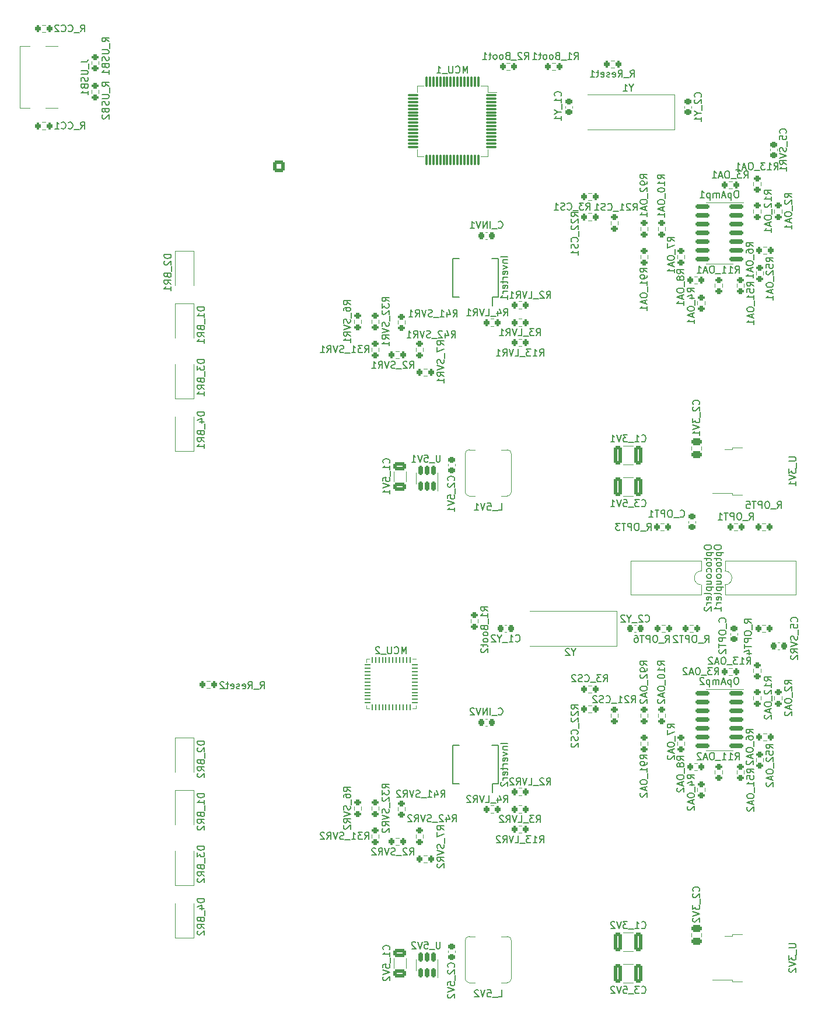
<source format=gbo>
%TF.GenerationSoftware,KiCad,Pcbnew,(6.0.7)*%
%TF.CreationDate,2022-10-24T22:46:20-04:00*%
%TF.ProjectId,LabPowerSupply,4c616250-6f77-4657-9253-7570706c792e,rev?*%
%TF.SameCoordinates,Original*%
%TF.FileFunction,Legend,Bot*%
%TF.FilePolarity,Positive*%
%FSLAX46Y46*%
G04 Gerber Fmt 4.6, Leading zero omitted, Abs format (unit mm)*
G04 Created by KiCad (PCBNEW (6.0.7)) date 2022-10-24 22:46:20*
%MOMM*%
%LPD*%
G01*
G04 APERTURE LIST*
G04 Aperture macros list*
%AMRoundRect*
0 Rectangle with rounded corners*
0 $1 Rounding radius*
0 $2 $3 $4 $5 $6 $7 $8 $9 X,Y pos of 4 corners*
0 Add a 4 corners polygon primitive as box body*
4,1,4,$2,$3,$4,$5,$6,$7,$8,$9,$2,$3,0*
0 Add four circle primitives for the rounded corners*
1,1,$1+$1,$2,$3*
1,1,$1+$1,$4,$5*
1,1,$1+$1,$6,$7*
1,1,$1+$1,$8,$9*
0 Add four rect primitives between the rounded corners*
20,1,$1+$1,$2,$3,$4,$5,0*
20,1,$1+$1,$4,$5,$6,$7,0*
20,1,$1+$1,$6,$7,$8,$9,0*
20,1,$1+$1,$8,$9,$2,$3,0*%
G04 Aperture macros list end*
%ADD10C,0.150000*%
%ADD11C,0.120000*%
%ADD12C,1.600000*%
%ADD13R,1.700000X1.700000*%
%ADD14O,1.700000X1.700000*%
%ADD15R,3.960000X1.980000*%
%ADD16O,3.960000X1.980000*%
%ADD17R,2.400000X2.400000*%
%ADD18C,2.400000*%
%ADD19R,2.000000X2.000000*%
%ADD20C,2.000000*%
%ADD21O,1.850000X3.048000*%
%ADD22R,1.995000X1.995000*%
%ADD23C,1.995000*%
%ADD24C,4.300000*%
%ADD25RoundRect,0.250000X-0.600000X0.600000X-0.600000X-0.600000X0.600000X-0.600000X0.600000X0.600000X0*%
%ADD26C,1.700000*%
%ADD27RoundRect,0.250000X-0.650000X0.325000X-0.650000X-0.325000X0.650000X-0.325000X0.650000X0.325000X0*%
%ADD28RoundRect,0.225000X-0.250000X0.225000X-0.250000X-0.225000X0.250000X-0.225000X0.250000X0.225000X0*%
%ADD29RoundRect,0.200000X0.275000X-0.200000X0.275000X0.200000X-0.275000X0.200000X-0.275000X-0.200000X0*%
%ADD30RoundRect,0.200000X0.200000X0.275000X-0.200000X0.275000X-0.200000X-0.275000X0.200000X-0.275000X0*%
%ADD31R,2.100000X1.400000*%
%ADD32RoundRect,0.250000X-0.325000X-1.100000X0.325000X-1.100000X0.325000X1.100000X-0.325000X1.100000X0*%
%ADD33RoundRect,0.200000X-0.200000X-0.275000X0.200000X-0.275000X0.200000X0.275000X-0.200000X0.275000X0*%
%ADD34RoundRect,0.200000X-0.275000X0.200000X-0.275000X-0.200000X0.275000X-0.200000X0.275000X0.200000X0*%
%ADD35RoundRect,0.075000X0.700000X0.075000X-0.700000X0.075000X-0.700000X-0.075000X0.700000X-0.075000X0*%
%ADD36RoundRect,0.075000X0.075000X0.700000X-0.075000X0.700000X-0.075000X-0.700000X0.075000X-0.700000X0*%
%ADD37R,0.400000X1.200000*%
%ADD38R,1.170000X2.000000*%
%ADD39R,1.520000X2.000000*%
%ADD40RoundRect,0.225000X0.250000X-0.225000X0.250000X0.225000X-0.250000X0.225000X-0.250000X-0.225000X0*%
%ADD41R,2.200000X1.200000*%
%ADD42R,6.400000X5.800000*%
%ADD43R,3.400000X2.000000*%
%ADD44RoundRect,0.250000X0.475000X-0.250000X0.475000X0.250000X-0.475000X0.250000X-0.475000X-0.250000X0*%
%ADD45RoundRect,0.225000X-0.225000X-0.250000X0.225000X-0.250000X0.225000X0.250000X-0.225000X0.250000X0*%
%ADD46RoundRect,0.225000X0.225000X0.250000X-0.225000X0.250000X-0.225000X-0.250000X0.225000X-0.250000X0*%
%ADD47RoundRect,0.150000X0.825000X0.150000X-0.825000X0.150000X-0.825000X-0.150000X0.825000X-0.150000X0*%
%ADD48R,4.500000X2.000000*%
%ADD49RoundRect,0.062500X0.375000X0.062500X-0.375000X0.062500X-0.375000X-0.062500X0.375000X-0.062500X0*%
%ADD50RoundRect,0.062500X0.062500X0.375000X-0.062500X0.375000X-0.062500X-0.375000X0.062500X-0.375000X0*%
%ADD51R,5.600000X5.600000*%
%ADD52RoundRect,0.150000X0.150000X-0.512500X0.150000X0.512500X-0.150000X0.512500X-0.150000X-0.512500X0*%
%ADD53C,0.600000*%
%ADD54R,1.160000X0.600000*%
%ADD55R,1.160000X0.300000*%
%ADD56O,2.000000X0.900000*%
%ADD57O,1.700000X0.900000*%
G04 APERTURE END LIST*
D10*
%TO.C,C1_5V1*%
X88876142Y-96242428D02*
X88923761Y-96194809D01*
X88971380Y-96051952D01*
X88971380Y-95956714D01*
X88923761Y-95813857D01*
X88828523Y-95718619D01*
X88733285Y-95671000D01*
X88542809Y-95623380D01*
X88399952Y-95623380D01*
X88209476Y-95671000D01*
X88114238Y-95718619D01*
X88019000Y-95813857D01*
X87971380Y-95956714D01*
X87971380Y-96051952D01*
X88019000Y-96194809D01*
X88066619Y-96242428D01*
X88971380Y-97194809D02*
X88971380Y-96623380D01*
X88971380Y-96909095D02*
X87971380Y-96909095D01*
X88114238Y-96813857D01*
X88209476Y-96718619D01*
X88257095Y-96623380D01*
X89066619Y-97385285D02*
X89066619Y-98147190D01*
X87971380Y-98861476D02*
X87971380Y-98385285D01*
X88447571Y-98337666D01*
X88399952Y-98385285D01*
X88352333Y-98480523D01*
X88352333Y-98718619D01*
X88399952Y-98813857D01*
X88447571Y-98861476D01*
X88542809Y-98909095D01*
X88780904Y-98909095D01*
X88876142Y-98861476D01*
X88923761Y-98813857D01*
X88971380Y-98718619D01*
X88971380Y-98480523D01*
X88923761Y-98385285D01*
X88876142Y-98337666D01*
X87971380Y-99194809D02*
X88971380Y-99528142D01*
X87971380Y-99861476D01*
X88971380Y-100718619D02*
X88971380Y-100147190D01*
X88971380Y-100432904D02*
X87971380Y-100432904D01*
X88114238Y-100337666D01*
X88209476Y-100242428D01*
X88257095Y-100147190D01*
%TO.C,C2_5V1*%
X98274142Y-98782428D02*
X98321761Y-98734809D01*
X98369380Y-98591952D01*
X98369380Y-98496714D01*
X98321761Y-98353857D01*
X98226523Y-98258619D01*
X98131285Y-98211000D01*
X97940809Y-98163380D01*
X97797952Y-98163380D01*
X97607476Y-98211000D01*
X97512238Y-98258619D01*
X97417000Y-98353857D01*
X97369380Y-98496714D01*
X97369380Y-98591952D01*
X97417000Y-98734809D01*
X97464619Y-98782428D01*
X97464619Y-99163380D02*
X97417000Y-99211000D01*
X97369380Y-99306238D01*
X97369380Y-99544333D01*
X97417000Y-99639571D01*
X97464619Y-99687190D01*
X97559857Y-99734809D01*
X97655095Y-99734809D01*
X97797952Y-99687190D01*
X98369380Y-99115761D01*
X98369380Y-99734809D01*
X98464619Y-99925285D02*
X98464619Y-100687190D01*
X97369380Y-101401476D02*
X97369380Y-100925285D01*
X97845571Y-100877666D01*
X97797952Y-100925285D01*
X97750333Y-101020523D01*
X97750333Y-101258619D01*
X97797952Y-101353857D01*
X97845571Y-101401476D01*
X97940809Y-101449095D01*
X98178904Y-101449095D01*
X98274142Y-101401476D01*
X98321761Y-101353857D01*
X98369380Y-101258619D01*
X98369380Y-101020523D01*
X98321761Y-100925285D01*
X98274142Y-100877666D01*
X97369380Y-101734809D02*
X98369380Y-102068142D01*
X97369380Y-102401476D01*
X98369380Y-103258619D02*
X98369380Y-102687190D01*
X98369380Y-102972904D02*
X97369380Y-102972904D01*
X97512238Y-102877666D01*
X97607476Y-102782428D01*
X97655095Y-102687190D01*
%TO.C,R31_SVR1*%
X85327761Y-80208380D02*
X85661095Y-79732190D01*
X85899190Y-80208380D02*
X85899190Y-79208380D01*
X85518238Y-79208380D01*
X85423000Y-79256000D01*
X85375380Y-79303619D01*
X85327761Y-79398857D01*
X85327761Y-79541714D01*
X85375380Y-79636952D01*
X85423000Y-79684571D01*
X85518238Y-79732190D01*
X85899190Y-79732190D01*
X84994428Y-79208380D02*
X84375380Y-79208380D01*
X84708714Y-79589333D01*
X84565857Y-79589333D01*
X84470619Y-79636952D01*
X84423000Y-79684571D01*
X84375380Y-79779809D01*
X84375380Y-80017904D01*
X84423000Y-80113142D01*
X84470619Y-80160761D01*
X84565857Y-80208380D01*
X84851571Y-80208380D01*
X84946809Y-80160761D01*
X84994428Y-80113142D01*
X83423000Y-80208380D02*
X83994428Y-80208380D01*
X83708714Y-80208380D02*
X83708714Y-79208380D01*
X83803952Y-79351238D01*
X83899190Y-79446476D01*
X83994428Y-79494095D01*
X83232523Y-80303619D02*
X82470619Y-80303619D01*
X82280142Y-80160761D02*
X82137285Y-80208380D01*
X81899190Y-80208380D01*
X81803952Y-80160761D01*
X81756333Y-80113142D01*
X81708714Y-80017904D01*
X81708714Y-79922666D01*
X81756333Y-79827428D01*
X81803952Y-79779809D01*
X81899190Y-79732190D01*
X82089666Y-79684571D01*
X82184904Y-79636952D01*
X82232523Y-79589333D01*
X82280142Y-79494095D01*
X82280142Y-79398857D01*
X82232523Y-79303619D01*
X82184904Y-79256000D01*
X82089666Y-79208380D01*
X81851571Y-79208380D01*
X81708714Y-79256000D01*
X81423000Y-79208380D02*
X81089666Y-80208380D01*
X80756333Y-79208380D01*
X79851571Y-80208380D02*
X80184904Y-79732190D01*
X80423000Y-80208380D02*
X80423000Y-79208380D01*
X80042047Y-79208380D01*
X79946809Y-79256000D01*
X79899190Y-79303619D01*
X79851571Y-79398857D01*
X79851571Y-79541714D01*
X79899190Y-79636952D01*
X79946809Y-79684571D01*
X80042047Y-79732190D01*
X80423000Y-79732190D01*
X78899190Y-80208380D02*
X79470619Y-80208380D01*
X79184904Y-80208380D02*
X79184904Y-79208380D01*
X79280142Y-79351238D01*
X79375380Y-79446476D01*
X79470619Y-79494095D01*
%TO.C,R_USB2*%
X48204380Y-41577380D02*
X47728190Y-41244047D01*
X48204380Y-41005952D02*
X47204380Y-41005952D01*
X47204380Y-41386904D01*
X47252000Y-41482142D01*
X47299619Y-41529761D01*
X47394857Y-41577380D01*
X47537714Y-41577380D01*
X47632952Y-41529761D01*
X47680571Y-41482142D01*
X47728190Y-41386904D01*
X47728190Y-41005952D01*
X48299619Y-41767857D02*
X48299619Y-42529761D01*
X47204380Y-42767857D02*
X48013904Y-42767857D01*
X48109142Y-42815476D01*
X48156761Y-42863095D01*
X48204380Y-42958333D01*
X48204380Y-43148809D01*
X48156761Y-43244047D01*
X48109142Y-43291666D01*
X48013904Y-43339285D01*
X47204380Y-43339285D01*
X48156761Y-43767857D02*
X48204380Y-43910714D01*
X48204380Y-44148809D01*
X48156761Y-44244047D01*
X48109142Y-44291666D01*
X48013904Y-44339285D01*
X47918666Y-44339285D01*
X47823428Y-44291666D01*
X47775809Y-44244047D01*
X47728190Y-44148809D01*
X47680571Y-43958333D01*
X47632952Y-43863095D01*
X47585333Y-43815476D01*
X47490095Y-43767857D01*
X47394857Y-43767857D01*
X47299619Y-43815476D01*
X47252000Y-43863095D01*
X47204380Y-43958333D01*
X47204380Y-44196428D01*
X47252000Y-44339285D01*
X47680571Y-45101190D02*
X47728190Y-45244047D01*
X47775809Y-45291666D01*
X47871047Y-45339285D01*
X48013904Y-45339285D01*
X48109142Y-45291666D01*
X48156761Y-45244047D01*
X48204380Y-45148809D01*
X48204380Y-44767857D01*
X47204380Y-44767857D01*
X47204380Y-45101190D01*
X47252000Y-45196428D01*
X47299619Y-45244047D01*
X47394857Y-45291666D01*
X47490095Y-45291666D01*
X47585333Y-45244047D01*
X47632952Y-45196428D01*
X47680571Y-45101190D01*
X47680571Y-44767857D01*
X47299619Y-45720238D02*
X47252000Y-45767857D01*
X47204380Y-45863095D01*
X47204380Y-46101190D01*
X47252000Y-46196428D01*
X47299619Y-46244047D01*
X47394857Y-46291666D01*
X47490095Y-46291666D01*
X47632952Y-46244047D01*
X48204380Y-45672619D01*
X48204380Y-46291666D01*
%TO.C,R91_OA2*%
X126309380Y-139152619D02*
X125833190Y-138819285D01*
X126309380Y-138581190D02*
X125309380Y-138581190D01*
X125309380Y-138962142D01*
X125357000Y-139057380D01*
X125404619Y-139105000D01*
X125499857Y-139152619D01*
X125642714Y-139152619D01*
X125737952Y-139105000D01*
X125785571Y-139057380D01*
X125833190Y-138962142D01*
X125833190Y-138581190D01*
X126309380Y-139628809D02*
X126309380Y-139819285D01*
X126261761Y-139914523D01*
X126214142Y-139962142D01*
X126071285Y-140057380D01*
X125880809Y-140105000D01*
X125499857Y-140105000D01*
X125404619Y-140057380D01*
X125357000Y-140009761D01*
X125309380Y-139914523D01*
X125309380Y-139724047D01*
X125357000Y-139628809D01*
X125404619Y-139581190D01*
X125499857Y-139533571D01*
X125737952Y-139533571D01*
X125833190Y-139581190D01*
X125880809Y-139628809D01*
X125928428Y-139724047D01*
X125928428Y-139914523D01*
X125880809Y-140009761D01*
X125833190Y-140057380D01*
X125737952Y-140105000D01*
X126309380Y-141057380D02*
X126309380Y-140485952D01*
X126309380Y-140771666D02*
X125309380Y-140771666D01*
X125452238Y-140676428D01*
X125547476Y-140581190D01*
X125595095Y-140485952D01*
X126404619Y-141247857D02*
X126404619Y-142009761D01*
X125309380Y-142438333D02*
X125309380Y-142628809D01*
X125357000Y-142724047D01*
X125452238Y-142819285D01*
X125642714Y-142866904D01*
X125976047Y-142866904D01*
X126166523Y-142819285D01*
X126261761Y-142724047D01*
X126309380Y-142628809D01*
X126309380Y-142438333D01*
X126261761Y-142343095D01*
X126166523Y-142247857D01*
X125976047Y-142200238D01*
X125642714Y-142200238D01*
X125452238Y-142247857D01*
X125357000Y-142343095D01*
X125309380Y-142438333D01*
X126023666Y-143247857D02*
X126023666Y-143724047D01*
X126309380Y-143152619D02*
X125309380Y-143485952D01*
X126309380Y-143819285D01*
X125404619Y-144105000D02*
X125357000Y-144152619D01*
X125309380Y-144247857D01*
X125309380Y-144485952D01*
X125357000Y-144581190D01*
X125404619Y-144628809D01*
X125499857Y-144676428D01*
X125595095Y-144676428D01*
X125737952Y-144628809D01*
X126309380Y-144057380D01*
X126309380Y-144676428D01*
%TO.C,R13_LVR1*%
X110705333Y-80716380D02*
X111038666Y-80240190D01*
X111276761Y-80716380D02*
X111276761Y-79716380D01*
X110895809Y-79716380D01*
X110800571Y-79764000D01*
X110752952Y-79811619D01*
X110705333Y-79906857D01*
X110705333Y-80049714D01*
X110752952Y-80144952D01*
X110800571Y-80192571D01*
X110895809Y-80240190D01*
X111276761Y-80240190D01*
X109752952Y-80716380D02*
X110324380Y-80716380D01*
X110038666Y-80716380D02*
X110038666Y-79716380D01*
X110133904Y-79859238D01*
X110229142Y-79954476D01*
X110324380Y-80002095D01*
X109419619Y-79716380D02*
X108800571Y-79716380D01*
X109133904Y-80097333D01*
X108991047Y-80097333D01*
X108895809Y-80144952D01*
X108848190Y-80192571D01*
X108800571Y-80287809D01*
X108800571Y-80525904D01*
X108848190Y-80621142D01*
X108895809Y-80668761D01*
X108991047Y-80716380D01*
X109276761Y-80716380D01*
X109372000Y-80668761D01*
X109419619Y-80621142D01*
X108610095Y-80811619D02*
X107848190Y-80811619D01*
X107133904Y-80716380D02*
X107610095Y-80716380D01*
X107610095Y-79716380D01*
X106943428Y-79716380D02*
X106610095Y-80716380D01*
X106276761Y-79716380D01*
X105371999Y-80716380D02*
X105705333Y-80240190D01*
X105943428Y-80716380D02*
X105943428Y-79716380D01*
X105562476Y-79716380D01*
X105467238Y-79764000D01*
X105419619Y-79811619D01*
X105371999Y-79906857D01*
X105371999Y-80049714D01*
X105419619Y-80144952D01*
X105467238Y-80192571D01*
X105562476Y-80240190D01*
X105943428Y-80240190D01*
X104419619Y-80716380D02*
X104991047Y-80716380D01*
X104705333Y-80716380D02*
X104705333Y-79716380D01*
X104800571Y-79859238D01*
X104895809Y-79954476D01*
X104991047Y-80002095D01*
%TO.C,D2_BR1*%
X57231380Y-65984761D02*
X56231380Y-65984761D01*
X56231380Y-66222857D01*
X56279000Y-66365714D01*
X56374238Y-66460952D01*
X56469476Y-66508571D01*
X56659952Y-66556190D01*
X56802809Y-66556190D01*
X56993285Y-66508571D01*
X57088523Y-66460952D01*
X57183761Y-66365714D01*
X57231380Y-66222857D01*
X57231380Y-65984761D01*
X56326619Y-66937142D02*
X56279000Y-66984761D01*
X56231380Y-67080000D01*
X56231380Y-67318095D01*
X56279000Y-67413333D01*
X56326619Y-67460952D01*
X56421857Y-67508571D01*
X56517095Y-67508571D01*
X56659952Y-67460952D01*
X57231380Y-66889523D01*
X57231380Y-67508571D01*
X57326619Y-67699047D02*
X57326619Y-68460952D01*
X56707571Y-69032380D02*
X56755190Y-69175238D01*
X56802809Y-69222857D01*
X56898047Y-69270476D01*
X57040904Y-69270476D01*
X57136142Y-69222857D01*
X57183761Y-69175238D01*
X57231380Y-69080000D01*
X57231380Y-68699047D01*
X56231380Y-68699047D01*
X56231380Y-69032380D01*
X56279000Y-69127619D01*
X56326619Y-69175238D01*
X56421857Y-69222857D01*
X56517095Y-69222857D01*
X56612333Y-69175238D01*
X56659952Y-69127619D01*
X56707571Y-69032380D01*
X56707571Y-68699047D01*
X57231380Y-70270476D02*
X56755190Y-69937142D01*
X57231380Y-69699047D02*
X56231380Y-69699047D01*
X56231380Y-70080000D01*
X56279000Y-70175238D01*
X56326619Y-70222857D01*
X56421857Y-70270476D01*
X56564714Y-70270476D01*
X56659952Y-70222857D01*
X56707571Y-70175238D01*
X56755190Y-70080000D01*
X56755190Y-69699047D01*
X57231380Y-71222857D02*
X57231380Y-70651428D01*
X57231380Y-70937142D02*
X56231380Y-70937142D01*
X56374238Y-70841904D01*
X56469476Y-70746666D01*
X56517095Y-70651428D01*
%TO.C,C3_5V2*%
X125499571Y-173077142D02*
X125547190Y-173124761D01*
X125690047Y-173172380D01*
X125785285Y-173172380D01*
X125928142Y-173124761D01*
X126023380Y-173029523D01*
X126071000Y-172934285D01*
X126118619Y-172743809D01*
X126118619Y-172600952D01*
X126071000Y-172410476D01*
X126023380Y-172315238D01*
X125928142Y-172220000D01*
X125785285Y-172172380D01*
X125690047Y-172172380D01*
X125547190Y-172220000D01*
X125499571Y-172267619D01*
X125166238Y-172172380D02*
X124547190Y-172172380D01*
X124880523Y-172553333D01*
X124737666Y-172553333D01*
X124642428Y-172600952D01*
X124594809Y-172648571D01*
X124547190Y-172743809D01*
X124547190Y-172981904D01*
X124594809Y-173077142D01*
X124642428Y-173124761D01*
X124737666Y-173172380D01*
X125023380Y-173172380D01*
X125118619Y-173124761D01*
X125166238Y-173077142D01*
X124356714Y-173267619D02*
X123594809Y-173267619D01*
X122880523Y-172172380D02*
X123356714Y-172172380D01*
X123404333Y-172648571D01*
X123356714Y-172600952D01*
X123261476Y-172553333D01*
X123023380Y-172553333D01*
X122928142Y-172600952D01*
X122880523Y-172648571D01*
X122832904Y-172743809D01*
X122832904Y-172981904D01*
X122880523Y-173077142D01*
X122928142Y-173124761D01*
X123023380Y-173172380D01*
X123261476Y-173172380D01*
X123356714Y-173124761D01*
X123404333Y-173077142D01*
X122547190Y-172172380D02*
X122213857Y-173172380D01*
X121880523Y-172172380D01*
X121594809Y-172267619D02*
X121547190Y-172220000D01*
X121451952Y-172172380D01*
X121213857Y-172172380D01*
X121118619Y-172220000D01*
X121071000Y-172267619D01*
X121023380Y-172362857D01*
X121023380Y-172458095D01*
X121071000Y-172600952D01*
X121642428Y-173172380D01*
X121023380Y-173172380D01*
%TO.C,R_Reset1*%
X123880238Y-40236380D02*
X124213571Y-39760190D01*
X124451666Y-40236380D02*
X124451666Y-39236380D01*
X124070714Y-39236380D01*
X123975476Y-39284000D01*
X123927857Y-39331619D01*
X123880238Y-39426857D01*
X123880238Y-39569714D01*
X123927857Y-39664952D01*
X123975476Y-39712571D01*
X124070714Y-39760190D01*
X124451666Y-39760190D01*
X123689761Y-40331619D02*
X122927857Y-40331619D01*
X122118333Y-40236380D02*
X122451666Y-39760190D01*
X122689761Y-40236380D02*
X122689761Y-39236380D01*
X122308809Y-39236380D01*
X122213571Y-39284000D01*
X122165952Y-39331619D01*
X122118333Y-39426857D01*
X122118333Y-39569714D01*
X122165952Y-39664952D01*
X122213571Y-39712571D01*
X122308809Y-39760190D01*
X122689761Y-39760190D01*
X121308809Y-40188761D02*
X121404047Y-40236380D01*
X121594523Y-40236380D01*
X121689761Y-40188761D01*
X121737380Y-40093523D01*
X121737380Y-39712571D01*
X121689761Y-39617333D01*
X121594523Y-39569714D01*
X121404047Y-39569714D01*
X121308809Y-39617333D01*
X121261190Y-39712571D01*
X121261190Y-39807809D01*
X121737380Y-39903047D01*
X120880238Y-40188761D02*
X120785000Y-40236380D01*
X120594523Y-40236380D01*
X120499285Y-40188761D01*
X120451666Y-40093523D01*
X120451666Y-40045904D01*
X120499285Y-39950666D01*
X120594523Y-39903047D01*
X120737380Y-39903047D01*
X120832619Y-39855428D01*
X120880238Y-39760190D01*
X120880238Y-39712571D01*
X120832619Y-39617333D01*
X120737380Y-39569714D01*
X120594523Y-39569714D01*
X120499285Y-39617333D01*
X119642142Y-40188761D02*
X119737380Y-40236380D01*
X119927857Y-40236380D01*
X120023095Y-40188761D01*
X120070714Y-40093523D01*
X120070714Y-39712571D01*
X120023095Y-39617333D01*
X119927857Y-39569714D01*
X119737380Y-39569714D01*
X119642142Y-39617333D01*
X119594523Y-39712571D01*
X119594523Y-39807809D01*
X120070714Y-39903047D01*
X119308809Y-39569714D02*
X118927857Y-39569714D01*
X119165952Y-39236380D02*
X119165952Y-40093523D01*
X119118333Y-40188761D01*
X119023095Y-40236380D01*
X118927857Y-40236380D01*
X118070714Y-40236380D02*
X118642142Y-40236380D01*
X118356428Y-40236380D02*
X118356428Y-39236380D01*
X118451666Y-39379238D01*
X118546904Y-39474476D01*
X118642142Y-39522095D01*
%TO.C,R7_SVR2*%
X96845380Y-149463428D02*
X96369190Y-149130095D01*
X96845380Y-148892000D02*
X95845380Y-148892000D01*
X95845380Y-149272952D01*
X95893000Y-149368190D01*
X95940619Y-149415809D01*
X96035857Y-149463428D01*
X96178714Y-149463428D01*
X96273952Y-149415809D01*
X96321571Y-149368190D01*
X96369190Y-149272952D01*
X96369190Y-148892000D01*
X95845380Y-149796761D02*
X95845380Y-150463428D01*
X96845380Y-150034857D01*
X96940619Y-150606285D02*
X96940619Y-151368190D01*
X96797761Y-151558666D02*
X96845380Y-151701523D01*
X96845380Y-151939619D01*
X96797761Y-152034857D01*
X96750142Y-152082476D01*
X96654904Y-152130095D01*
X96559666Y-152130095D01*
X96464428Y-152082476D01*
X96416809Y-152034857D01*
X96369190Y-151939619D01*
X96321571Y-151749142D01*
X96273952Y-151653904D01*
X96226333Y-151606285D01*
X96131095Y-151558666D01*
X96035857Y-151558666D01*
X95940619Y-151606285D01*
X95893000Y-151653904D01*
X95845380Y-151749142D01*
X95845380Y-151987238D01*
X95893000Y-152130095D01*
X95845380Y-152415809D02*
X96845380Y-152749142D01*
X95845380Y-153082476D01*
X96845380Y-153987238D02*
X96369190Y-153653904D01*
X96845380Y-153415809D02*
X95845380Y-153415809D01*
X95845380Y-153796761D01*
X95893000Y-153892000D01*
X95940619Y-153939619D01*
X96035857Y-153987238D01*
X96178714Y-153987238D01*
X96273952Y-153939619D01*
X96321571Y-153892000D01*
X96369190Y-153796761D01*
X96369190Y-153415809D01*
X95940619Y-154368190D02*
X95893000Y-154415809D01*
X95845380Y-154511047D01*
X95845380Y-154749142D01*
X95893000Y-154844380D01*
X95940619Y-154892000D01*
X96035857Y-154939619D01*
X96131095Y-154939619D01*
X96273952Y-154892000D01*
X96845380Y-154320571D01*
X96845380Y-154939619D01*
%TO.C,C1_5V2*%
X88876142Y-166854428D02*
X88923761Y-166806809D01*
X88971380Y-166663952D01*
X88971380Y-166568714D01*
X88923761Y-166425857D01*
X88828523Y-166330619D01*
X88733285Y-166283000D01*
X88542809Y-166235380D01*
X88399952Y-166235380D01*
X88209476Y-166283000D01*
X88114238Y-166330619D01*
X88019000Y-166425857D01*
X87971380Y-166568714D01*
X87971380Y-166663952D01*
X88019000Y-166806809D01*
X88066619Y-166854428D01*
X88971380Y-167806809D02*
X88971380Y-167235380D01*
X88971380Y-167521095D02*
X87971380Y-167521095D01*
X88114238Y-167425857D01*
X88209476Y-167330619D01*
X88257095Y-167235380D01*
X89066619Y-167997285D02*
X89066619Y-168759190D01*
X87971380Y-169473476D02*
X87971380Y-168997285D01*
X88447571Y-168949666D01*
X88399952Y-168997285D01*
X88352333Y-169092523D01*
X88352333Y-169330619D01*
X88399952Y-169425857D01*
X88447571Y-169473476D01*
X88542809Y-169521095D01*
X88780904Y-169521095D01*
X88876142Y-169473476D01*
X88923761Y-169425857D01*
X88971380Y-169330619D01*
X88971380Y-169092523D01*
X88923761Y-168997285D01*
X88876142Y-168949666D01*
X87971380Y-169806809D02*
X88971380Y-170140142D01*
X87971380Y-170473476D01*
X88066619Y-170759190D02*
X88019000Y-170806809D01*
X87971380Y-170902047D01*
X87971380Y-171140142D01*
X88019000Y-171235380D01*
X88066619Y-171283000D01*
X88161857Y-171330619D01*
X88257095Y-171330619D01*
X88399952Y-171283000D01*
X88971380Y-170711571D01*
X88971380Y-171330619D01*
%TO.C,R2_SVR1*%
X91836571Y-82494380D02*
X92169904Y-82018190D01*
X92408000Y-82494380D02*
X92408000Y-81494380D01*
X92027047Y-81494380D01*
X91931809Y-81542000D01*
X91884190Y-81589619D01*
X91836571Y-81684857D01*
X91836571Y-81827714D01*
X91884190Y-81922952D01*
X91931809Y-81970571D01*
X92027047Y-82018190D01*
X92408000Y-82018190D01*
X91455619Y-81589619D02*
X91408000Y-81542000D01*
X91312761Y-81494380D01*
X91074666Y-81494380D01*
X90979428Y-81542000D01*
X90931809Y-81589619D01*
X90884190Y-81684857D01*
X90884190Y-81780095D01*
X90931809Y-81922952D01*
X91503238Y-82494380D01*
X90884190Y-82494380D01*
X90693714Y-82589619D02*
X89931809Y-82589619D01*
X89741333Y-82446761D02*
X89598476Y-82494380D01*
X89360380Y-82494380D01*
X89265142Y-82446761D01*
X89217523Y-82399142D01*
X89169904Y-82303904D01*
X89169904Y-82208666D01*
X89217523Y-82113428D01*
X89265142Y-82065809D01*
X89360380Y-82018190D01*
X89550857Y-81970571D01*
X89646095Y-81922952D01*
X89693714Y-81875333D01*
X89741333Y-81780095D01*
X89741333Y-81684857D01*
X89693714Y-81589619D01*
X89646095Y-81542000D01*
X89550857Y-81494380D01*
X89312761Y-81494380D01*
X89169904Y-81542000D01*
X88884190Y-81494380D02*
X88550857Y-82494380D01*
X88217523Y-81494380D01*
X87312761Y-82494380D02*
X87646095Y-82018190D01*
X87884190Y-82494380D02*
X87884190Y-81494380D01*
X87503238Y-81494380D01*
X87408000Y-81542000D01*
X87360380Y-81589619D01*
X87312761Y-81684857D01*
X87312761Y-81827714D01*
X87360380Y-81922952D01*
X87408000Y-81970571D01*
X87503238Y-82018190D01*
X87884190Y-82018190D01*
X86360380Y-82494380D02*
X86931809Y-82494380D01*
X86646095Y-82494380D02*
X86646095Y-81494380D01*
X86741333Y-81637238D01*
X86836571Y-81732476D01*
X86931809Y-81780095D01*
%TO.C,R12_OA2*%
X144343380Y-127849619D02*
X143867190Y-127516285D01*
X144343380Y-127278190D02*
X143343380Y-127278190D01*
X143343380Y-127659142D01*
X143391000Y-127754380D01*
X143438619Y-127802000D01*
X143533857Y-127849619D01*
X143676714Y-127849619D01*
X143771952Y-127802000D01*
X143819571Y-127754380D01*
X143867190Y-127659142D01*
X143867190Y-127278190D01*
X144343380Y-128802000D02*
X144343380Y-128230571D01*
X144343380Y-128516285D02*
X143343380Y-128516285D01*
X143486238Y-128421047D01*
X143581476Y-128325809D01*
X143629095Y-128230571D01*
X143438619Y-129182952D02*
X143391000Y-129230571D01*
X143343380Y-129325809D01*
X143343380Y-129563904D01*
X143391000Y-129659142D01*
X143438619Y-129706761D01*
X143533857Y-129754380D01*
X143629095Y-129754380D01*
X143771952Y-129706761D01*
X144343380Y-129135333D01*
X144343380Y-129754380D01*
X144438619Y-129944857D02*
X144438619Y-130706761D01*
X143343380Y-131135333D02*
X143343380Y-131325809D01*
X143391000Y-131421047D01*
X143486238Y-131516285D01*
X143676714Y-131563904D01*
X144010047Y-131563904D01*
X144200523Y-131516285D01*
X144295761Y-131421047D01*
X144343380Y-131325809D01*
X144343380Y-131135333D01*
X144295761Y-131040095D01*
X144200523Y-130944857D01*
X144010047Y-130897238D01*
X143676714Y-130897238D01*
X143486238Y-130944857D01*
X143391000Y-131040095D01*
X143343380Y-131135333D01*
X144057666Y-131944857D02*
X144057666Y-132421047D01*
X144343380Y-131849619D02*
X143343380Y-132182952D01*
X144343380Y-132516285D01*
X143438619Y-132802000D02*
X143391000Y-132849619D01*
X143343380Y-132944857D01*
X143343380Y-133182952D01*
X143391000Y-133278190D01*
X143438619Y-133325809D01*
X143533857Y-133373428D01*
X143629095Y-133373428D01*
X143771952Y-133325809D01*
X144343380Y-132754380D01*
X144343380Y-133373428D01*
%TO.C,R_Reset2*%
X70159238Y-128976380D02*
X70492571Y-128500190D01*
X70730666Y-128976380D02*
X70730666Y-127976380D01*
X70349714Y-127976380D01*
X70254476Y-128024000D01*
X70206857Y-128071619D01*
X70159238Y-128166857D01*
X70159238Y-128309714D01*
X70206857Y-128404952D01*
X70254476Y-128452571D01*
X70349714Y-128500190D01*
X70730666Y-128500190D01*
X69968761Y-129071619D02*
X69206857Y-129071619D01*
X68397333Y-128976380D02*
X68730666Y-128500190D01*
X68968761Y-128976380D02*
X68968761Y-127976380D01*
X68587809Y-127976380D01*
X68492571Y-128024000D01*
X68444952Y-128071619D01*
X68397333Y-128166857D01*
X68397333Y-128309714D01*
X68444952Y-128404952D01*
X68492571Y-128452571D01*
X68587809Y-128500190D01*
X68968761Y-128500190D01*
X67587809Y-128928761D02*
X67683047Y-128976380D01*
X67873523Y-128976380D01*
X67968761Y-128928761D01*
X68016380Y-128833523D01*
X68016380Y-128452571D01*
X67968761Y-128357333D01*
X67873523Y-128309714D01*
X67683047Y-128309714D01*
X67587809Y-128357333D01*
X67540190Y-128452571D01*
X67540190Y-128547809D01*
X68016380Y-128643047D01*
X67159238Y-128928761D02*
X67064000Y-128976380D01*
X66873523Y-128976380D01*
X66778285Y-128928761D01*
X66730666Y-128833523D01*
X66730666Y-128785904D01*
X66778285Y-128690666D01*
X66873523Y-128643047D01*
X67016380Y-128643047D01*
X67111619Y-128595428D01*
X67159238Y-128500190D01*
X67159238Y-128452571D01*
X67111619Y-128357333D01*
X67016380Y-128309714D01*
X66873523Y-128309714D01*
X66778285Y-128357333D01*
X65921142Y-128928761D02*
X66016380Y-128976380D01*
X66206857Y-128976380D01*
X66302095Y-128928761D01*
X66349714Y-128833523D01*
X66349714Y-128452571D01*
X66302095Y-128357333D01*
X66206857Y-128309714D01*
X66016380Y-128309714D01*
X65921142Y-128357333D01*
X65873523Y-128452571D01*
X65873523Y-128547809D01*
X66349714Y-128643047D01*
X65587809Y-128309714D02*
X65206857Y-128309714D01*
X65444952Y-127976380D02*
X65444952Y-128833523D01*
X65397333Y-128928761D01*
X65302095Y-128976380D01*
X65206857Y-128976380D01*
X64921142Y-128071619D02*
X64873523Y-128024000D01*
X64778285Y-127976380D01*
X64540190Y-127976380D01*
X64444952Y-128024000D01*
X64397333Y-128071619D01*
X64349714Y-128166857D01*
X64349714Y-128262095D01*
X64397333Y-128404952D01*
X64968761Y-128976380D01*
X64349714Y-128976380D01*
%TO.C,R4_LVR2*%
X105481142Y-145486380D02*
X105814476Y-145010190D01*
X106052571Y-145486380D02*
X106052571Y-144486380D01*
X105671619Y-144486380D01*
X105576380Y-144534000D01*
X105528761Y-144581619D01*
X105481142Y-144676857D01*
X105481142Y-144819714D01*
X105528761Y-144914952D01*
X105576380Y-144962571D01*
X105671619Y-145010190D01*
X106052571Y-145010190D01*
X104624000Y-144819714D02*
X104624000Y-145486380D01*
X104862095Y-144438761D02*
X105100190Y-145153047D01*
X104481142Y-145153047D01*
X104338285Y-145581619D02*
X103576380Y-145581619D01*
X102862095Y-145486380D02*
X103338285Y-145486380D01*
X103338285Y-144486380D01*
X102671619Y-144486380D02*
X102338285Y-145486380D01*
X102004952Y-144486380D01*
X101100190Y-145486380D02*
X101433523Y-145010190D01*
X101671619Y-145486380D02*
X101671619Y-144486380D01*
X101290666Y-144486380D01*
X101195428Y-144534000D01*
X101147809Y-144581619D01*
X101100190Y-144676857D01*
X101100190Y-144819714D01*
X101147809Y-144914952D01*
X101195428Y-144962571D01*
X101290666Y-145010190D01*
X101671619Y-145010190D01*
X100719238Y-144581619D02*
X100671619Y-144534000D01*
X100576380Y-144486380D01*
X100338285Y-144486380D01*
X100243047Y-144534000D01*
X100195428Y-144581619D01*
X100147809Y-144676857D01*
X100147809Y-144772095D01*
X100195428Y-144914952D01*
X100766857Y-145486380D01*
X100147809Y-145486380D01*
%TO.C,MCU_1*%
X100258285Y-39661380D02*
X100258285Y-38661380D01*
X99924952Y-39375666D01*
X99591619Y-38661380D01*
X99591619Y-39661380D01*
X98544000Y-39566142D02*
X98591619Y-39613761D01*
X98734476Y-39661380D01*
X98829714Y-39661380D01*
X98972571Y-39613761D01*
X99067809Y-39518523D01*
X99115428Y-39423285D01*
X99163047Y-39232809D01*
X99163047Y-39089952D01*
X99115428Y-38899476D01*
X99067809Y-38804238D01*
X98972571Y-38709000D01*
X98829714Y-38661380D01*
X98734476Y-38661380D01*
X98591619Y-38709000D01*
X98544000Y-38756619D01*
X98115428Y-38661380D02*
X98115428Y-39470904D01*
X98067809Y-39566142D01*
X98020190Y-39613761D01*
X97924952Y-39661380D01*
X97734476Y-39661380D01*
X97639238Y-39613761D01*
X97591619Y-39566142D01*
X97544000Y-39470904D01*
X97544000Y-38661380D01*
X97305904Y-39756619D02*
X96544000Y-39756619D01*
X95782095Y-39661380D02*
X96353523Y-39661380D01*
X96067809Y-39661380D02*
X96067809Y-38661380D01*
X96163047Y-38804238D01*
X96258285Y-38899476D01*
X96353523Y-38947095D01*
%TO.C,Inverter2*%
X106047380Y-136910071D02*
X105047380Y-136910071D01*
X105380714Y-137386261D02*
X106047380Y-137386261D01*
X105475952Y-137386261D02*
X105428333Y-137433880D01*
X105380714Y-137529119D01*
X105380714Y-137671976D01*
X105428333Y-137767214D01*
X105523571Y-137814833D01*
X106047380Y-137814833D01*
X105380714Y-138195785D02*
X106047380Y-138433880D01*
X105380714Y-138671976D01*
X105999761Y-139433880D02*
X106047380Y-139338642D01*
X106047380Y-139148166D01*
X105999761Y-139052928D01*
X105904523Y-139005309D01*
X105523571Y-139005309D01*
X105428333Y-139052928D01*
X105380714Y-139148166D01*
X105380714Y-139338642D01*
X105428333Y-139433880D01*
X105523571Y-139481500D01*
X105618809Y-139481500D01*
X105714047Y-139005309D01*
X106047380Y-139910071D02*
X105380714Y-139910071D01*
X105571190Y-139910071D02*
X105475952Y-139957690D01*
X105428333Y-140005309D01*
X105380714Y-140100547D01*
X105380714Y-140195785D01*
X105380714Y-140386261D02*
X105380714Y-140767214D01*
X105047380Y-140529119D02*
X105904523Y-140529119D01*
X105999761Y-140576738D01*
X106047380Y-140671976D01*
X106047380Y-140767214D01*
X105999761Y-141481500D02*
X106047380Y-141386261D01*
X106047380Y-141195785D01*
X105999761Y-141100547D01*
X105904523Y-141052928D01*
X105523571Y-141052928D01*
X105428333Y-141100547D01*
X105380714Y-141195785D01*
X105380714Y-141386261D01*
X105428333Y-141481500D01*
X105523571Y-141529119D01*
X105618809Y-141529119D01*
X105714047Y-141052928D01*
X106047380Y-141957690D02*
X105380714Y-141957690D01*
X105571190Y-141957690D02*
X105475952Y-142005309D01*
X105428333Y-142052928D01*
X105380714Y-142148166D01*
X105380714Y-142243404D01*
X105142619Y-142529119D02*
X105095000Y-142576738D01*
X105047380Y-142671976D01*
X105047380Y-142910071D01*
X105095000Y-143005309D01*
X105142619Y-143052928D01*
X105237857Y-143100547D01*
X105333095Y-143100547D01*
X105475952Y-143052928D01*
X106047380Y-142481500D01*
X106047380Y-143100547D01*
%TO.C,Optocoupler1*%
X136060380Y-108355380D02*
X136060380Y-108545857D01*
X136108000Y-108641095D01*
X136203238Y-108736333D01*
X136393714Y-108783952D01*
X136727047Y-108783952D01*
X136917523Y-108736333D01*
X137012761Y-108641095D01*
X137060380Y-108545857D01*
X137060380Y-108355380D01*
X137012761Y-108260142D01*
X136917523Y-108164904D01*
X136727047Y-108117285D01*
X136393714Y-108117285D01*
X136203238Y-108164904D01*
X136108000Y-108260142D01*
X136060380Y-108355380D01*
X136393714Y-109212523D02*
X137393714Y-109212523D01*
X136441333Y-109212523D02*
X136393714Y-109307761D01*
X136393714Y-109498238D01*
X136441333Y-109593476D01*
X136488952Y-109641095D01*
X136584190Y-109688714D01*
X136869904Y-109688714D01*
X136965142Y-109641095D01*
X137012761Y-109593476D01*
X137060380Y-109498238D01*
X137060380Y-109307761D01*
X137012761Y-109212523D01*
X136393714Y-109974428D02*
X136393714Y-110355380D01*
X136060380Y-110117285D02*
X136917523Y-110117285D01*
X137012761Y-110164904D01*
X137060380Y-110260142D01*
X137060380Y-110355380D01*
X137060380Y-110831571D02*
X137012761Y-110736333D01*
X136965142Y-110688714D01*
X136869904Y-110641095D01*
X136584190Y-110641095D01*
X136488952Y-110688714D01*
X136441333Y-110736333D01*
X136393714Y-110831571D01*
X136393714Y-110974428D01*
X136441333Y-111069666D01*
X136488952Y-111117285D01*
X136584190Y-111164904D01*
X136869904Y-111164904D01*
X136965142Y-111117285D01*
X137012761Y-111069666D01*
X137060380Y-110974428D01*
X137060380Y-110831571D01*
X137012761Y-112022047D02*
X137060380Y-111926809D01*
X137060380Y-111736333D01*
X137012761Y-111641095D01*
X136965142Y-111593476D01*
X136869904Y-111545857D01*
X136584190Y-111545857D01*
X136488952Y-111593476D01*
X136441333Y-111641095D01*
X136393714Y-111736333D01*
X136393714Y-111926809D01*
X136441333Y-112022047D01*
X137060380Y-112593476D02*
X137012761Y-112498238D01*
X136965142Y-112450619D01*
X136869904Y-112403000D01*
X136584190Y-112403000D01*
X136488952Y-112450619D01*
X136441333Y-112498238D01*
X136393714Y-112593476D01*
X136393714Y-112736333D01*
X136441333Y-112831571D01*
X136488952Y-112879190D01*
X136584190Y-112926809D01*
X136869904Y-112926809D01*
X136965142Y-112879190D01*
X137012761Y-112831571D01*
X137060380Y-112736333D01*
X137060380Y-112593476D01*
X136393714Y-113783952D02*
X137060380Y-113783952D01*
X136393714Y-113355380D02*
X136917523Y-113355380D01*
X137012761Y-113403000D01*
X137060380Y-113498238D01*
X137060380Y-113641095D01*
X137012761Y-113736333D01*
X136965142Y-113783952D01*
X136393714Y-114260142D02*
X137393714Y-114260142D01*
X136441333Y-114260142D02*
X136393714Y-114355380D01*
X136393714Y-114545857D01*
X136441333Y-114641095D01*
X136488952Y-114688714D01*
X136584190Y-114736333D01*
X136869904Y-114736333D01*
X136965142Y-114688714D01*
X137012761Y-114641095D01*
X137060380Y-114545857D01*
X137060380Y-114355380D01*
X137012761Y-114260142D01*
X137060380Y-115307761D02*
X137012761Y-115212523D01*
X136917523Y-115164904D01*
X136060380Y-115164904D01*
X137012761Y-116069666D02*
X137060380Y-115974428D01*
X137060380Y-115783952D01*
X137012761Y-115688714D01*
X136917523Y-115641095D01*
X136536571Y-115641095D01*
X136441333Y-115688714D01*
X136393714Y-115783952D01*
X136393714Y-115974428D01*
X136441333Y-116069666D01*
X136536571Y-116117285D01*
X136631809Y-116117285D01*
X136727047Y-115641095D01*
X137060380Y-116545857D02*
X136393714Y-116545857D01*
X136584190Y-116545857D02*
X136488952Y-116593476D01*
X136441333Y-116641095D01*
X136393714Y-116736333D01*
X136393714Y-116831571D01*
X137060380Y-117688714D02*
X137060380Y-117117285D01*
X137060380Y-117403000D02*
X136060380Y-117403000D01*
X136203238Y-117307761D01*
X136298476Y-117212523D01*
X136346095Y-117117285D01*
%TO.C,R_USB1*%
X48204380Y-35100380D02*
X47728190Y-34767047D01*
X48204380Y-34528952D02*
X47204380Y-34528952D01*
X47204380Y-34909904D01*
X47252000Y-35005142D01*
X47299619Y-35052761D01*
X47394857Y-35100380D01*
X47537714Y-35100380D01*
X47632952Y-35052761D01*
X47680571Y-35005142D01*
X47728190Y-34909904D01*
X47728190Y-34528952D01*
X48299619Y-35290857D02*
X48299619Y-36052761D01*
X47204380Y-36290857D02*
X48013904Y-36290857D01*
X48109142Y-36338476D01*
X48156761Y-36386095D01*
X48204380Y-36481333D01*
X48204380Y-36671809D01*
X48156761Y-36767047D01*
X48109142Y-36814666D01*
X48013904Y-36862285D01*
X47204380Y-36862285D01*
X48156761Y-37290857D02*
X48204380Y-37433714D01*
X48204380Y-37671809D01*
X48156761Y-37767047D01*
X48109142Y-37814666D01*
X48013904Y-37862285D01*
X47918666Y-37862285D01*
X47823428Y-37814666D01*
X47775809Y-37767047D01*
X47728190Y-37671809D01*
X47680571Y-37481333D01*
X47632952Y-37386095D01*
X47585333Y-37338476D01*
X47490095Y-37290857D01*
X47394857Y-37290857D01*
X47299619Y-37338476D01*
X47252000Y-37386095D01*
X47204380Y-37481333D01*
X47204380Y-37719428D01*
X47252000Y-37862285D01*
X47680571Y-38624190D02*
X47728190Y-38767047D01*
X47775809Y-38814666D01*
X47871047Y-38862285D01*
X48013904Y-38862285D01*
X48109142Y-38814666D01*
X48156761Y-38767047D01*
X48204380Y-38671809D01*
X48204380Y-38290857D01*
X47204380Y-38290857D01*
X47204380Y-38624190D01*
X47252000Y-38719428D01*
X47299619Y-38767047D01*
X47394857Y-38814666D01*
X47490095Y-38814666D01*
X47585333Y-38767047D01*
X47632952Y-38719428D01*
X47680571Y-38624190D01*
X47680571Y-38290857D01*
X48204380Y-39814666D02*
X48204380Y-39243238D01*
X48204380Y-39528952D02*
X47204380Y-39528952D01*
X47347238Y-39433714D01*
X47442476Y-39338476D01*
X47490095Y-39243238D01*
%TO.C,R2_LVR2*%
X111704142Y-142942880D02*
X112037476Y-142466690D01*
X112275571Y-142942880D02*
X112275571Y-141942880D01*
X111894619Y-141942880D01*
X111799380Y-141990500D01*
X111751761Y-142038119D01*
X111704142Y-142133357D01*
X111704142Y-142276214D01*
X111751761Y-142371452D01*
X111799380Y-142419071D01*
X111894619Y-142466690D01*
X112275571Y-142466690D01*
X111323190Y-142038119D02*
X111275571Y-141990500D01*
X111180333Y-141942880D01*
X110942238Y-141942880D01*
X110847000Y-141990500D01*
X110799380Y-142038119D01*
X110751761Y-142133357D01*
X110751761Y-142228595D01*
X110799380Y-142371452D01*
X111370809Y-142942880D01*
X110751761Y-142942880D01*
X110561285Y-143038119D02*
X109799380Y-143038119D01*
X109085095Y-142942880D02*
X109561285Y-142942880D01*
X109561285Y-141942880D01*
X108894619Y-141942880D02*
X108561285Y-142942880D01*
X108227952Y-141942880D01*
X107323190Y-142942880D02*
X107656523Y-142466690D01*
X107894619Y-142942880D02*
X107894619Y-141942880D01*
X107513666Y-141942880D01*
X107418428Y-141990500D01*
X107370809Y-142038119D01*
X107323190Y-142133357D01*
X107323190Y-142276214D01*
X107370809Y-142371452D01*
X107418428Y-142419071D01*
X107513666Y-142466690D01*
X107894619Y-142466690D01*
X106942238Y-142038119D02*
X106894619Y-141990500D01*
X106799380Y-141942880D01*
X106561285Y-141942880D01*
X106466047Y-141990500D01*
X106418428Y-142038119D01*
X106370809Y-142133357D01*
X106370809Y-142228595D01*
X106418428Y-142371452D01*
X106989857Y-142942880D01*
X106370809Y-142942880D01*
%TO.C,D1_BR1*%
X62057380Y-73604761D02*
X61057380Y-73604761D01*
X61057380Y-73842857D01*
X61105000Y-73985714D01*
X61200238Y-74080952D01*
X61295476Y-74128571D01*
X61485952Y-74176190D01*
X61628809Y-74176190D01*
X61819285Y-74128571D01*
X61914523Y-74080952D01*
X62009761Y-73985714D01*
X62057380Y-73842857D01*
X62057380Y-73604761D01*
X62057380Y-75128571D02*
X62057380Y-74557142D01*
X62057380Y-74842857D02*
X61057380Y-74842857D01*
X61200238Y-74747619D01*
X61295476Y-74652380D01*
X61343095Y-74557142D01*
X62152619Y-75319047D02*
X62152619Y-76080952D01*
X61533571Y-76652380D02*
X61581190Y-76795238D01*
X61628809Y-76842857D01*
X61724047Y-76890476D01*
X61866904Y-76890476D01*
X61962142Y-76842857D01*
X62009761Y-76795238D01*
X62057380Y-76700000D01*
X62057380Y-76319047D01*
X61057380Y-76319047D01*
X61057380Y-76652380D01*
X61105000Y-76747619D01*
X61152619Y-76795238D01*
X61247857Y-76842857D01*
X61343095Y-76842857D01*
X61438333Y-76795238D01*
X61485952Y-76747619D01*
X61533571Y-76652380D01*
X61533571Y-76319047D01*
X62057380Y-77890476D02*
X61581190Y-77557142D01*
X62057380Y-77319047D02*
X61057380Y-77319047D01*
X61057380Y-77700000D01*
X61105000Y-77795238D01*
X61152619Y-77842857D01*
X61247857Y-77890476D01*
X61390714Y-77890476D01*
X61485952Y-77842857D01*
X61533571Y-77795238D01*
X61581190Y-77700000D01*
X61581190Y-77319047D01*
X62057380Y-78842857D02*
X62057380Y-78271428D01*
X62057380Y-78557142D02*
X61057380Y-78557142D01*
X61200238Y-78461904D01*
X61295476Y-78366666D01*
X61343095Y-78271428D01*
%TO.C,R22_CS2*%
X116276380Y-131889809D02*
X115800190Y-131556476D01*
X116276380Y-131318380D02*
X115276380Y-131318380D01*
X115276380Y-131699333D01*
X115324000Y-131794571D01*
X115371619Y-131842190D01*
X115466857Y-131889809D01*
X115609714Y-131889809D01*
X115704952Y-131842190D01*
X115752571Y-131794571D01*
X115800190Y-131699333D01*
X115800190Y-131318380D01*
X115371619Y-132270761D02*
X115324000Y-132318380D01*
X115276380Y-132413619D01*
X115276380Y-132651714D01*
X115324000Y-132746952D01*
X115371619Y-132794571D01*
X115466857Y-132842190D01*
X115562095Y-132842190D01*
X115704952Y-132794571D01*
X116276380Y-132223142D01*
X116276380Y-132842190D01*
X115371619Y-133223142D02*
X115324000Y-133270761D01*
X115276380Y-133366000D01*
X115276380Y-133604095D01*
X115324000Y-133699333D01*
X115371619Y-133746952D01*
X115466857Y-133794571D01*
X115562095Y-133794571D01*
X115704952Y-133746952D01*
X116276380Y-133175523D01*
X116276380Y-133794571D01*
X116371619Y-133985047D02*
X116371619Y-134746952D01*
X116181142Y-135556476D02*
X116228761Y-135508857D01*
X116276380Y-135366000D01*
X116276380Y-135270761D01*
X116228761Y-135127904D01*
X116133523Y-135032666D01*
X116038285Y-134985047D01*
X115847809Y-134937428D01*
X115704952Y-134937428D01*
X115514476Y-134985047D01*
X115419238Y-135032666D01*
X115324000Y-135127904D01*
X115276380Y-135270761D01*
X115276380Y-135366000D01*
X115324000Y-135508857D01*
X115371619Y-135556476D01*
X116228761Y-135937428D02*
X116276380Y-136080285D01*
X116276380Y-136318380D01*
X116228761Y-136413619D01*
X116181142Y-136461238D01*
X116085904Y-136508857D01*
X115990666Y-136508857D01*
X115895428Y-136461238D01*
X115847809Y-136413619D01*
X115800190Y-136318380D01*
X115752571Y-136127904D01*
X115704952Y-136032666D01*
X115657333Y-135985047D01*
X115562095Y-135937428D01*
X115466857Y-135937428D01*
X115371619Y-135985047D01*
X115324000Y-136032666D01*
X115276380Y-136127904D01*
X115276380Y-136366000D01*
X115324000Y-136508857D01*
X115371619Y-136889809D02*
X115324000Y-136937428D01*
X115276380Y-137032666D01*
X115276380Y-137270761D01*
X115324000Y-137366000D01*
X115371619Y-137413619D01*
X115466857Y-137461238D01*
X115562095Y-137461238D01*
X115704952Y-137413619D01*
X116276380Y-136842190D01*
X116276380Y-137461238D01*
%TO.C,R4_LVR1*%
X105481142Y-74874380D02*
X105814476Y-74398190D01*
X106052571Y-74874380D02*
X106052571Y-73874380D01*
X105671619Y-73874380D01*
X105576380Y-73922000D01*
X105528761Y-73969619D01*
X105481142Y-74064857D01*
X105481142Y-74207714D01*
X105528761Y-74302952D01*
X105576380Y-74350571D01*
X105671619Y-74398190D01*
X106052571Y-74398190D01*
X104624000Y-74207714D02*
X104624000Y-74874380D01*
X104862095Y-73826761D02*
X105100190Y-74541047D01*
X104481142Y-74541047D01*
X104338285Y-74969619D02*
X103576380Y-74969619D01*
X102862095Y-74874380D02*
X103338285Y-74874380D01*
X103338285Y-73874380D01*
X102671619Y-73874380D02*
X102338285Y-74874380D01*
X102004952Y-73874380D01*
X101100190Y-74874380D02*
X101433523Y-74398190D01*
X101671619Y-74874380D02*
X101671619Y-73874380D01*
X101290666Y-73874380D01*
X101195428Y-73922000D01*
X101147809Y-73969619D01*
X101100190Y-74064857D01*
X101100190Y-74207714D01*
X101147809Y-74302952D01*
X101195428Y-74350571D01*
X101290666Y-74398190D01*
X101671619Y-74398190D01*
X100147809Y-74874380D02*
X100719238Y-74874380D01*
X100433523Y-74874380D02*
X100433523Y-73874380D01*
X100528761Y-74017238D01*
X100624000Y-74112476D01*
X100719238Y-74160095D01*
%TO.C,C_OPT2*%
X137644142Y-119332619D02*
X137691761Y-119285000D01*
X137739380Y-119142142D01*
X137739380Y-119046904D01*
X137691761Y-118904047D01*
X137596523Y-118808809D01*
X137501285Y-118761190D01*
X137310809Y-118713571D01*
X137167952Y-118713571D01*
X136977476Y-118761190D01*
X136882238Y-118808809D01*
X136787000Y-118904047D01*
X136739380Y-119046904D01*
X136739380Y-119142142D01*
X136787000Y-119285000D01*
X136834619Y-119332619D01*
X137834619Y-119523095D02*
X137834619Y-120285000D01*
X136739380Y-120713571D02*
X136739380Y-120904047D01*
X136787000Y-120999285D01*
X136882238Y-121094523D01*
X137072714Y-121142142D01*
X137406047Y-121142142D01*
X137596523Y-121094523D01*
X137691761Y-120999285D01*
X137739380Y-120904047D01*
X137739380Y-120713571D01*
X137691761Y-120618333D01*
X137596523Y-120523095D01*
X137406047Y-120475476D01*
X137072714Y-120475476D01*
X136882238Y-120523095D01*
X136787000Y-120618333D01*
X136739380Y-120713571D01*
X137739380Y-121570714D02*
X136739380Y-121570714D01*
X136739380Y-121951666D01*
X136787000Y-122046904D01*
X136834619Y-122094523D01*
X136929857Y-122142142D01*
X137072714Y-122142142D01*
X137167952Y-122094523D01*
X137215571Y-122046904D01*
X137263190Y-121951666D01*
X137263190Y-121570714D01*
X136739380Y-122427857D02*
X136739380Y-122999285D01*
X137739380Y-122713571D02*
X136739380Y-122713571D01*
X136834619Y-123285000D02*
X136787000Y-123332619D01*
X136739380Y-123427857D01*
X136739380Y-123665952D01*
X136787000Y-123761190D01*
X136834619Y-123808809D01*
X136929857Y-123856428D01*
X137025095Y-123856428D01*
X137167952Y-123808809D01*
X137739380Y-123237380D01*
X137739380Y-123856428D01*
%TO.C,R22_CS1*%
X116276380Y-60452809D02*
X115800190Y-60119476D01*
X116276380Y-59881380D02*
X115276380Y-59881380D01*
X115276380Y-60262333D01*
X115324000Y-60357571D01*
X115371619Y-60405190D01*
X115466857Y-60452809D01*
X115609714Y-60452809D01*
X115704952Y-60405190D01*
X115752571Y-60357571D01*
X115800190Y-60262333D01*
X115800190Y-59881380D01*
X115371619Y-60833761D02*
X115324000Y-60881380D01*
X115276380Y-60976619D01*
X115276380Y-61214714D01*
X115324000Y-61309952D01*
X115371619Y-61357571D01*
X115466857Y-61405190D01*
X115562095Y-61405190D01*
X115704952Y-61357571D01*
X116276380Y-60786142D01*
X116276380Y-61405190D01*
X115371619Y-61786142D02*
X115324000Y-61833761D01*
X115276380Y-61929000D01*
X115276380Y-62167095D01*
X115324000Y-62262333D01*
X115371619Y-62309952D01*
X115466857Y-62357571D01*
X115562095Y-62357571D01*
X115704952Y-62309952D01*
X116276380Y-61738523D01*
X116276380Y-62357571D01*
X116371619Y-62548047D02*
X116371619Y-63309952D01*
X116181142Y-64119476D02*
X116228761Y-64071857D01*
X116276380Y-63929000D01*
X116276380Y-63833761D01*
X116228761Y-63690904D01*
X116133523Y-63595666D01*
X116038285Y-63548047D01*
X115847809Y-63500428D01*
X115704952Y-63500428D01*
X115514476Y-63548047D01*
X115419238Y-63595666D01*
X115324000Y-63690904D01*
X115276380Y-63833761D01*
X115276380Y-63929000D01*
X115324000Y-64071857D01*
X115371619Y-64119476D01*
X116228761Y-64500428D02*
X116276380Y-64643285D01*
X116276380Y-64881380D01*
X116228761Y-64976619D01*
X116181142Y-65024238D01*
X116085904Y-65071857D01*
X115990666Y-65071857D01*
X115895428Y-65024238D01*
X115847809Y-64976619D01*
X115800190Y-64881380D01*
X115752571Y-64690904D01*
X115704952Y-64595666D01*
X115657333Y-64548047D01*
X115562095Y-64500428D01*
X115466857Y-64500428D01*
X115371619Y-64548047D01*
X115324000Y-64595666D01*
X115276380Y-64690904D01*
X115276380Y-64929000D01*
X115324000Y-65071857D01*
X116276380Y-66024238D02*
X116276380Y-65452809D01*
X116276380Y-65738523D02*
X115276380Y-65738523D01*
X115419238Y-65643285D01*
X115514476Y-65548047D01*
X115562095Y-65452809D01*
%TO.C,R_OPT2*%
X134667380Y-122245380D02*
X135000714Y-121769190D01*
X135238809Y-122245380D02*
X135238809Y-121245380D01*
X134857857Y-121245380D01*
X134762619Y-121293000D01*
X134715000Y-121340619D01*
X134667380Y-121435857D01*
X134667380Y-121578714D01*
X134715000Y-121673952D01*
X134762619Y-121721571D01*
X134857857Y-121769190D01*
X135238809Y-121769190D01*
X134476904Y-122340619D02*
X133715000Y-122340619D01*
X133286428Y-121245380D02*
X133095952Y-121245380D01*
X133000714Y-121293000D01*
X132905476Y-121388238D01*
X132857857Y-121578714D01*
X132857857Y-121912047D01*
X132905476Y-122102523D01*
X133000714Y-122197761D01*
X133095952Y-122245380D01*
X133286428Y-122245380D01*
X133381666Y-122197761D01*
X133476904Y-122102523D01*
X133524523Y-121912047D01*
X133524523Y-121578714D01*
X133476904Y-121388238D01*
X133381666Y-121293000D01*
X133286428Y-121245380D01*
X132429285Y-122245380D02*
X132429285Y-121245380D01*
X132048333Y-121245380D01*
X131953095Y-121293000D01*
X131905476Y-121340619D01*
X131857857Y-121435857D01*
X131857857Y-121578714D01*
X131905476Y-121673952D01*
X131953095Y-121721571D01*
X132048333Y-121769190D01*
X132429285Y-121769190D01*
X131572142Y-121245380D02*
X131000714Y-121245380D01*
X131286428Y-122245380D02*
X131286428Y-121245380D01*
X130715000Y-121340619D02*
X130667380Y-121293000D01*
X130572142Y-121245380D01*
X130334047Y-121245380D01*
X130238809Y-121293000D01*
X130191190Y-121340619D01*
X130143571Y-121435857D01*
X130143571Y-121531095D01*
X130191190Y-121673952D01*
X130762619Y-122245380D01*
X130143571Y-122245380D01*
%TO.C,R32_SVR1*%
X88844380Y-72787238D02*
X88368190Y-72453904D01*
X88844380Y-72215809D02*
X87844380Y-72215809D01*
X87844380Y-72596761D01*
X87892000Y-72692000D01*
X87939619Y-72739619D01*
X88034857Y-72787238D01*
X88177714Y-72787238D01*
X88272952Y-72739619D01*
X88320571Y-72692000D01*
X88368190Y-72596761D01*
X88368190Y-72215809D01*
X87844380Y-73120571D02*
X87844380Y-73739619D01*
X88225333Y-73406285D01*
X88225333Y-73549142D01*
X88272952Y-73644380D01*
X88320571Y-73692000D01*
X88415809Y-73739619D01*
X88653904Y-73739619D01*
X88749142Y-73692000D01*
X88796761Y-73644380D01*
X88844380Y-73549142D01*
X88844380Y-73263428D01*
X88796761Y-73168190D01*
X88749142Y-73120571D01*
X87939619Y-74120571D02*
X87892000Y-74168190D01*
X87844380Y-74263428D01*
X87844380Y-74501523D01*
X87892000Y-74596761D01*
X87939619Y-74644380D01*
X88034857Y-74692000D01*
X88130095Y-74692000D01*
X88272952Y-74644380D01*
X88844380Y-74072952D01*
X88844380Y-74692000D01*
X88939619Y-74882476D02*
X88939619Y-75644380D01*
X88796761Y-75834857D02*
X88844380Y-75977714D01*
X88844380Y-76215809D01*
X88796761Y-76311047D01*
X88749142Y-76358666D01*
X88653904Y-76406285D01*
X88558666Y-76406285D01*
X88463428Y-76358666D01*
X88415809Y-76311047D01*
X88368190Y-76215809D01*
X88320571Y-76025333D01*
X88272952Y-75930095D01*
X88225333Y-75882476D01*
X88130095Y-75834857D01*
X88034857Y-75834857D01*
X87939619Y-75882476D01*
X87892000Y-75930095D01*
X87844380Y-76025333D01*
X87844380Y-76263428D01*
X87892000Y-76406285D01*
X87844380Y-76692000D02*
X88844380Y-77025333D01*
X87844380Y-77358666D01*
X88844380Y-78263428D02*
X88368190Y-77930095D01*
X88844380Y-77692000D02*
X87844380Y-77692000D01*
X87844380Y-78072952D01*
X87892000Y-78168190D01*
X87939619Y-78215809D01*
X88034857Y-78263428D01*
X88177714Y-78263428D01*
X88272952Y-78215809D01*
X88320571Y-78168190D01*
X88368190Y-78072952D01*
X88368190Y-77692000D01*
X88844380Y-79215809D02*
X88844380Y-78644380D01*
X88844380Y-78930095D02*
X87844380Y-78930095D01*
X87987238Y-78834857D01*
X88082476Y-78739619D01*
X88130095Y-78644380D01*
%TO.C,R10_OA2*%
X128849380Y-125566319D02*
X128373190Y-125232985D01*
X128849380Y-124994890D02*
X127849380Y-124994890D01*
X127849380Y-125375842D01*
X127897000Y-125471080D01*
X127944619Y-125518700D01*
X128039857Y-125566319D01*
X128182714Y-125566319D01*
X128277952Y-125518700D01*
X128325571Y-125471080D01*
X128373190Y-125375842D01*
X128373190Y-124994890D01*
X128849380Y-126518700D02*
X128849380Y-125947271D01*
X128849380Y-126232985D02*
X127849380Y-126232985D01*
X127992238Y-126137747D01*
X128087476Y-126042509D01*
X128135095Y-125947271D01*
X127849380Y-127137747D02*
X127849380Y-127232985D01*
X127897000Y-127328223D01*
X127944619Y-127375842D01*
X128039857Y-127423461D01*
X128230333Y-127471080D01*
X128468428Y-127471080D01*
X128658904Y-127423461D01*
X128754142Y-127375842D01*
X128801761Y-127328223D01*
X128849380Y-127232985D01*
X128849380Y-127137747D01*
X128801761Y-127042509D01*
X128754142Y-126994890D01*
X128658904Y-126947271D01*
X128468428Y-126899652D01*
X128230333Y-126899652D01*
X128039857Y-126947271D01*
X127944619Y-126994890D01*
X127897000Y-127042509D01*
X127849380Y-127137747D01*
X128944619Y-127661557D02*
X128944619Y-128423461D01*
X127849380Y-128852033D02*
X127849380Y-129042509D01*
X127897000Y-129137747D01*
X127992238Y-129232985D01*
X128182714Y-129280604D01*
X128516047Y-129280604D01*
X128706523Y-129232985D01*
X128801761Y-129137747D01*
X128849380Y-129042509D01*
X128849380Y-128852033D01*
X128801761Y-128756795D01*
X128706523Y-128661557D01*
X128516047Y-128613938D01*
X128182714Y-128613938D01*
X127992238Y-128661557D01*
X127897000Y-128756795D01*
X127849380Y-128852033D01*
X128563666Y-129661557D02*
X128563666Y-130137747D01*
X128849380Y-129566319D02*
X127849380Y-129899652D01*
X128849380Y-130232985D01*
X127944619Y-130518700D02*
X127897000Y-130566319D01*
X127849380Y-130661557D01*
X127849380Y-130899652D01*
X127897000Y-130994890D01*
X127944619Y-131042509D01*
X128039857Y-131090128D01*
X128135095Y-131090128D01*
X128277952Y-131042509D01*
X128849380Y-130471080D01*
X128849380Y-131090128D01*
%TO.C,C5_SVR1*%
X146440142Y-48371428D02*
X146487761Y-48323809D01*
X146535380Y-48180952D01*
X146535380Y-48085714D01*
X146487761Y-47942857D01*
X146392523Y-47847619D01*
X146297285Y-47800000D01*
X146106809Y-47752380D01*
X145963952Y-47752380D01*
X145773476Y-47800000D01*
X145678238Y-47847619D01*
X145583000Y-47942857D01*
X145535380Y-48085714D01*
X145535380Y-48180952D01*
X145583000Y-48323809D01*
X145630619Y-48371428D01*
X145535380Y-49276190D02*
X145535380Y-48800000D01*
X146011571Y-48752380D01*
X145963952Y-48800000D01*
X145916333Y-48895238D01*
X145916333Y-49133333D01*
X145963952Y-49228571D01*
X146011571Y-49276190D01*
X146106809Y-49323809D01*
X146344904Y-49323809D01*
X146440142Y-49276190D01*
X146487761Y-49228571D01*
X146535380Y-49133333D01*
X146535380Y-48895238D01*
X146487761Y-48800000D01*
X146440142Y-48752380D01*
X146630619Y-49514285D02*
X146630619Y-50276190D01*
X146487761Y-50466666D02*
X146535380Y-50609523D01*
X146535380Y-50847619D01*
X146487761Y-50942857D01*
X146440142Y-50990476D01*
X146344904Y-51038095D01*
X146249666Y-51038095D01*
X146154428Y-50990476D01*
X146106809Y-50942857D01*
X146059190Y-50847619D01*
X146011571Y-50657142D01*
X145963952Y-50561904D01*
X145916333Y-50514285D01*
X145821095Y-50466666D01*
X145725857Y-50466666D01*
X145630619Y-50514285D01*
X145583000Y-50561904D01*
X145535380Y-50657142D01*
X145535380Y-50895238D01*
X145583000Y-51038095D01*
X145535380Y-51323809D02*
X146535380Y-51657142D01*
X145535380Y-51990476D01*
X146535380Y-52895238D02*
X146059190Y-52561904D01*
X146535380Y-52323809D02*
X145535380Y-52323809D01*
X145535380Y-52704761D01*
X145583000Y-52800000D01*
X145630619Y-52847619D01*
X145725857Y-52895238D01*
X145868714Y-52895238D01*
X145963952Y-52847619D01*
X146011571Y-52800000D01*
X146059190Y-52704761D01*
X146059190Y-52323809D01*
X146535380Y-53847619D02*
X146535380Y-53276190D01*
X146535380Y-53561904D02*
X145535380Y-53561904D01*
X145678238Y-53466666D01*
X145773476Y-53371428D01*
X145821095Y-53276190D01*
%TO.C,R7_OA2*%
X130245880Y-134675809D02*
X129769690Y-134342476D01*
X130245880Y-134104380D02*
X129245880Y-134104380D01*
X129245880Y-134485333D01*
X129293500Y-134580571D01*
X129341119Y-134628190D01*
X129436357Y-134675809D01*
X129579214Y-134675809D01*
X129674452Y-134628190D01*
X129722071Y-134580571D01*
X129769690Y-134485333D01*
X129769690Y-134104380D01*
X129245880Y-135009142D02*
X129245880Y-135675809D01*
X130245880Y-135247238D01*
X130341119Y-135818666D02*
X130341119Y-136580571D01*
X129245880Y-137009142D02*
X129245880Y-137199619D01*
X129293500Y-137294857D01*
X129388738Y-137390095D01*
X129579214Y-137437714D01*
X129912547Y-137437714D01*
X130103023Y-137390095D01*
X130198261Y-137294857D01*
X130245880Y-137199619D01*
X130245880Y-137009142D01*
X130198261Y-136913904D01*
X130103023Y-136818666D01*
X129912547Y-136771047D01*
X129579214Y-136771047D01*
X129388738Y-136818666D01*
X129293500Y-136913904D01*
X129245880Y-137009142D01*
X129960166Y-137818666D02*
X129960166Y-138294857D01*
X130245880Y-137723428D02*
X129245880Y-138056761D01*
X130245880Y-138390095D01*
X129341119Y-138675809D02*
X129293500Y-138723428D01*
X129245880Y-138818666D01*
X129245880Y-139056761D01*
X129293500Y-139152000D01*
X129341119Y-139199619D01*
X129436357Y-139247238D01*
X129531595Y-139247238D01*
X129674452Y-139199619D01*
X130245880Y-138628190D01*
X130245880Y-139247238D01*
%TO.C,C2_5V2*%
X98274142Y-169394428D02*
X98321761Y-169346809D01*
X98369380Y-169203952D01*
X98369380Y-169108714D01*
X98321761Y-168965857D01*
X98226523Y-168870619D01*
X98131285Y-168823000D01*
X97940809Y-168775380D01*
X97797952Y-168775380D01*
X97607476Y-168823000D01*
X97512238Y-168870619D01*
X97417000Y-168965857D01*
X97369380Y-169108714D01*
X97369380Y-169203952D01*
X97417000Y-169346809D01*
X97464619Y-169394428D01*
X97464619Y-169775380D02*
X97417000Y-169823000D01*
X97369380Y-169918238D01*
X97369380Y-170156333D01*
X97417000Y-170251571D01*
X97464619Y-170299190D01*
X97559857Y-170346809D01*
X97655095Y-170346809D01*
X97797952Y-170299190D01*
X98369380Y-169727761D01*
X98369380Y-170346809D01*
X98464619Y-170537285D02*
X98464619Y-171299190D01*
X97369380Y-172013476D02*
X97369380Y-171537285D01*
X97845571Y-171489666D01*
X97797952Y-171537285D01*
X97750333Y-171632523D01*
X97750333Y-171870619D01*
X97797952Y-171965857D01*
X97845571Y-172013476D01*
X97940809Y-172061095D01*
X98178904Y-172061095D01*
X98274142Y-172013476D01*
X98321761Y-171965857D01*
X98369380Y-171870619D01*
X98369380Y-171632523D01*
X98321761Y-171537285D01*
X98274142Y-171489666D01*
X97369380Y-172346809D02*
X98369380Y-172680142D01*
X97369380Y-173013476D01*
X97464619Y-173299190D02*
X97417000Y-173346809D01*
X97369380Y-173442047D01*
X97369380Y-173680142D01*
X97417000Y-173775380D01*
X97464619Y-173823000D01*
X97559857Y-173870619D01*
X97655095Y-173870619D01*
X97797952Y-173823000D01*
X98369380Y-173251571D01*
X98369380Y-173870619D01*
%TO.C,R2_Boot1*%
X108505285Y-37663380D02*
X108838619Y-37187190D01*
X109076714Y-37663380D02*
X109076714Y-36663380D01*
X108695761Y-36663380D01*
X108600523Y-36711000D01*
X108552904Y-36758619D01*
X108505285Y-36853857D01*
X108505285Y-36996714D01*
X108552904Y-37091952D01*
X108600523Y-37139571D01*
X108695761Y-37187190D01*
X109076714Y-37187190D01*
X108124333Y-36758619D02*
X108076714Y-36711000D01*
X107981476Y-36663380D01*
X107743380Y-36663380D01*
X107648142Y-36711000D01*
X107600523Y-36758619D01*
X107552904Y-36853857D01*
X107552904Y-36949095D01*
X107600523Y-37091952D01*
X108171952Y-37663380D01*
X107552904Y-37663380D01*
X107362428Y-37758619D02*
X106600523Y-37758619D01*
X106029095Y-37139571D02*
X105886238Y-37187190D01*
X105838619Y-37234809D01*
X105791000Y-37330047D01*
X105791000Y-37472904D01*
X105838619Y-37568142D01*
X105886238Y-37615761D01*
X105981476Y-37663380D01*
X106362428Y-37663380D01*
X106362428Y-36663380D01*
X106029095Y-36663380D01*
X105933857Y-36711000D01*
X105886238Y-36758619D01*
X105838619Y-36853857D01*
X105838619Y-36949095D01*
X105886238Y-37044333D01*
X105933857Y-37091952D01*
X106029095Y-37139571D01*
X106362428Y-37139571D01*
X105219571Y-37663380D02*
X105314809Y-37615761D01*
X105362428Y-37568142D01*
X105410047Y-37472904D01*
X105410047Y-37187190D01*
X105362428Y-37091952D01*
X105314809Y-37044333D01*
X105219571Y-36996714D01*
X105076714Y-36996714D01*
X104981476Y-37044333D01*
X104933857Y-37091952D01*
X104886238Y-37187190D01*
X104886238Y-37472904D01*
X104933857Y-37568142D01*
X104981476Y-37615761D01*
X105076714Y-37663380D01*
X105219571Y-37663380D01*
X104314809Y-37663380D02*
X104410047Y-37615761D01*
X104457666Y-37568142D01*
X104505285Y-37472904D01*
X104505285Y-37187190D01*
X104457666Y-37091952D01*
X104410047Y-37044333D01*
X104314809Y-36996714D01*
X104171952Y-36996714D01*
X104076714Y-37044333D01*
X104029095Y-37091952D01*
X103981476Y-37187190D01*
X103981476Y-37472904D01*
X104029095Y-37568142D01*
X104076714Y-37615761D01*
X104171952Y-37663380D01*
X104314809Y-37663380D01*
X103695761Y-36996714D02*
X103314809Y-36996714D01*
X103552904Y-36663380D02*
X103552904Y-37520523D01*
X103505285Y-37615761D01*
X103410047Y-37663380D01*
X103314809Y-37663380D01*
X102457666Y-37663380D02*
X103029095Y-37663380D01*
X102743380Y-37663380D02*
X102743380Y-36663380D01*
X102838619Y-36806238D01*
X102933857Y-36901476D01*
X103029095Y-36949095D01*
%TO.C,R13_LVR2*%
X110705333Y-151328380D02*
X111038666Y-150852190D01*
X111276761Y-151328380D02*
X111276761Y-150328380D01*
X110895809Y-150328380D01*
X110800571Y-150376000D01*
X110752952Y-150423619D01*
X110705333Y-150518857D01*
X110705333Y-150661714D01*
X110752952Y-150756952D01*
X110800571Y-150804571D01*
X110895809Y-150852190D01*
X111276761Y-150852190D01*
X109752952Y-151328380D02*
X110324380Y-151328380D01*
X110038666Y-151328380D02*
X110038666Y-150328380D01*
X110133904Y-150471238D01*
X110229142Y-150566476D01*
X110324380Y-150614095D01*
X109419619Y-150328380D02*
X108800571Y-150328380D01*
X109133904Y-150709333D01*
X108991047Y-150709333D01*
X108895809Y-150756952D01*
X108848190Y-150804571D01*
X108800571Y-150899809D01*
X108800571Y-151137904D01*
X108848190Y-151233142D01*
X108895809Y-151280761D01*
X108991047Y-151328380D01*
X109276761Y-151328380D01*
X109372000Y-151280761D01*
X109419619Y-151233142D01*
X108610095Y-151423619D02*
X107848190Y-151423619D01*
X107133904Y-151328380D02*
X107610095Y-151328380D01*
X107610095Y-150328380D01*
X106943428Y-150328380D02*
X106610095Y-151328380D01*
X106276761Y-150328380D01*
X105371999Y-151328380D02*
X105705333Y-150852190D01*
X105943428Y-151328380D02*
X105943428Y-150328380D01*
X105562476Y-150328380D01*
X105467238Y-150376000D01*
X105419619Y-150423619D01*
X105371999Y-150518857D01*
X105371999Y-150661714D01*
X105419619Y-150756952D01*
X105467238Y-150804571D01*
X105562476Y-150852190D01*
X105943428Y-150852190D01*
X104991047Y-150423619D02*
X104943428Y-150376000D01*
X104848190Y-150328380D01*
X104610095Y-150328380D01*
X104514857Y-150376000D01*
X104467238Y-150423619D01*
X104419619Y-150518857D01*
X104419619Y-150614095D01*
X104467238Y-150756952D01*
X105038666Y-151328380D01*
X104419619Y-151328380D01*
%TO.C,C_OPT1*%
X131111380Y-103989142D02*
X131159000Y-104036761D01*
X131301857Y-104084380D01*
X131397095Y-104084380D01*
X131539952Y-104036761D01*
X131635190Y-103941523D01*
X131682809Y-103846285D01*
X131730428Y-103655809D01*
X131730428Y-103512952D01*
X131682809Y-103322476D01*
X131635190Y-103227238D01*
X131539952Y-103132000D01*
X131397095Y-103084380D01*
X131301857Y-103084380D01*
X131159000Y-103132000D01*
X131111380Y-103179619D01*
X130920904Y-104179619D02*
X130159000Y-104179619D01*
X129730428Y-103084380D02*
X129539952Y-103084380D01*
X129444714Y-103132000D01*
X129349476Y-103227238D01*
X129301857Y-103417714D01*
X129301857Y-103751047D01*
X129349476Y-103941523D01*
X129444714Y-104036761D01*
X129539952Y-104084380D01*
X129730428Y-104084380D01*
X129825666Y-104036761D01*
X129920904Y-103941523D01*
X129968523Y-103751047D01*
X129968523Y-103417714D01*
X129920904Y-103227238D01*
X129825666Y-103132000D01*
X129730428Y-103084380D01*
X128873285Y-104084380D02*
X128873285Y-103084380D01*
X128492333Y-103084380D01*
X128397095Y-103132000D01*
X128349476Y-103179619D01*
X128301857Y-103274857D01*
X128301857Y-103417714D01*
X128349476Y-103512952D01*
X128397095Y-103560571D01*
X128492333Y-103608190D01*
X128873285Y-103608190D01*
X128016142Y-103084380D02*
X127444714Y-103084380D01*
X127730428Y-104084380D02*
X127730428Y-103084380D01*
X126587571Y-104084380D02*
X127159000Y-104084380D01*
X126873285Y-104084380D02*
X126873285Y-103084380D01*
X126968523Y-103227238D01*
X127063761Y-103322476D01*
X127159000Y-103370095D01*
%TO.C,R_CC2*%
X44092619Y-33663380D02*
X44425952Y-33187190D01*
X44664047Y-33663380D02*
X44664047Y-32663380D01*
X44283095Y-32663380D01*
X44187857Y-32711000D01*
X44140238Y-32758619D01*
X44092619Y-32853857D01*
X44092619Y-32996714D01*
X44140238Y-33091952D01*
X44187857Y-33139571D01*
X44283095Y-33187190D01*
X44664047Y-33187190D01*
X43902142Y-33758619D02*
X43140238Y-33758619D01*
X42330714Y-33568142D02*
X42378333Y-33615761D01*
X42521190Y-33663380D01*
X42616428Y-33663380D01*
X42759285Y-33615761D01*
X42854523Y-33520523D01*
X42902142Y-33425285D01*
X42949761Y-33234809D01*
X42949761Y-33091952D01*
X42902142Y-32901476D01*
X42854523Y-32806238D01*
X42759285Y-32711000D01*
X42616428Y-32663380D01*
X42521190Y-32663380D01*
X42378333Y-32711000D01*
X42330714Y-32758619D01*
X41330714Y-33568142D02*
X41378333Y-33615761D01*
X41521190Y-33663380D01*
X41616428Y-33663380D01*
X41759285Y-33615761D01*
X41854523Y-33520523D01*
X41902142Y-33425285D01*
X41949761Y-33234809D01*
X41949761Y-33091952D01*
X41902142Y-32901476D01*
X41854523Y-32806238D01*
X41759285Y-32711000D01*
X41616428Y-32663380D01*
X41521190Y-32663380D01*
X41378333Y-32711000D01*
X41330714Y-32758619D01*
X40949761Y-32758619D02*
X40902142Y-32711000D01*
X40806904Y-32663380D01*
X40568809Y-32663380D01*
X40473571Y-32711000D01*
X40425952Y-32758619D01*
X40378333Y-32853857D01*
X40378333Y-32949095D01*
X40425952Y-33091952D01*
X40997380Y-33663380D01*
X40378333Y-33663380D01*
%TO.C,R1_Boot1*%
X115744285Y-37663380D02*
X116077619Y-37187190D01*
X116315714Y-37663380D02*
X116315714Y-36663380D01*
X115934761Y-36663380D01*
X115839523Y-36711000D01*
X115791904Y-36758619D01*
X115744285Y-36853857D01*
X115744285Y-36996714D01*
X115791904Y-37091952D01*
X115839523Y-37139571D01*
X115934761Y-37187190D01*
X116315714Y-37187190D01*
X114791904Y-37663380D02*
X115363333Y-37663380D01*
X115077619Y-37663380D02*
X115077619Y-36663380D01*
X115172857Y-36806238D01*
X115268095Y-36901476D01*
X115363333Y-36949095D01*
X114601428Y-37758619D02*
X113839523Y-37758619D01*
X113268095Y-37139571D02*
X113125238Y-37187190D01*
X113077619Y-37234809D01*
X113030000Y-37330047D01*
X113030000Y-37472904D01*
X113077619Y-37568142D01*
X113125238Y-37615761D01*
X113220476Y-37663380D01*
X113601428Y-37663380D01*
X113601428Y-36663380D01*
X113268095Y-36663380D01*
X113172857Y-36711000D01*
X113125238Y-36758619D01*
X113077619Y-36853857D01*
X113077619Y-36949095D01*
X113125238Y-37044333D01*
X113172857Y-37091952D01*
X113268095Y-37139571D01*
X113601428Y-37139571D01*
X112458571Y-37663380D02*
X112553809Y-37615761D01*
X112601428Y-37568142D01*
X112649047Y-37472904D01*
X112649047Y-37187190D01*
X112601428Y-37091952D01*
X112553809Y-37044333D01*
X112458571Y-36996714D01*
X112315714Y-36996714D01*
X112220476Y-37044333D01*
X112172857Y-37091952D01*
X112125238Y-37187190D01*
X112125238Y-37472904D01*
X112172857Y-37568142D01*
X112220476Y-37615761D01*
X112315714Y-37663380D01*
X112458571Y-37663380D01*
X111553809Y-37663380D02*
X111649047Y-37615761D01*
X111696666Y-37568142D01*
X111744285Y-37472904D01*
X111744285Y-37187190D01*
X111696666Y-37091952D01*
X111649047Y-37044333D01*
X111553809Y-36996714D01*
X111410952Y-36996714D01*
X111315714Y-37044333D01*
X111268095Y-37091952D01*
X111220476Y-37187190D01*
X111220476Y-37472904D01*
X111268095Y-37568142D01*
X111315714Y-37615761D01*
X111410952Y-37663380D01*
X111553809Y-37663380D01*
X110934761Y-36996714D02*
X110553809Y-36996714D01*
X110791904Y-36663380D02*
X110791904Y-37520523D01*
X110744285Y-37615761D01*
X110649047Y-37663380D01*
X110553809Y-37663380D01*
X109696666Y-37663380D02*
X110268095Y-37663380D01*
X109982380Y-37663380D02*
X109982380Y-36663380D01*
X110077619Y-36806238D01*
X110172857Y-36901476D01*
X110268095Y-36949095D01*
%TO.C,R11_OA2*%
X139104380Y-139263380D02*
X139437714Y-138787190D01*
X139675809Y-139263380D02*
X139675809Y-138263380D01*
X139294857Y-138263380D01*
X139199619Y-138311000D01*
X139152000Y-138358619D01*
X139104380Y-138453857D01*
X139104380Y-138596714D01*
X139152000Y-138691952D01*
X139199619Y-138739571D01*
X139294857Y-138787190D01*
X139675809Y-138787190D01*
X138152000Y-139263380D02*
X138723428Y-139263380D01*
X138437714Y-139263380D02*
X138437714Y-138263380D01*
X138532952Y-138406238D01*
X138628190Y-138501476D01*
X138723428Y-138549095D01*
X137199619Y-139263380D02*
X137771047Y-139263380D01*
X137485333Y-139263380D02*
X137485333Y-138263380D01*
X137580571Y-138406238D01*
X137675809Y-138501476D01*
X137771047Y-138549095D01*
X137009142Y-139358619D02*
X136247238Y-139358619D01*
X135818666Y-138263380D02*
X135628190Y-138263380D01*
X135532952Y-138311000D01*
X135437714Y-138406238D01*
X135390095Y-138596714D01*
X135390095Y-138930047D01*
X135437714Y-139120523D01*
X135532952Y-139215761D01*
X135628190Y-139263380D01*
X135818666Y-139263380D01*
X135913904Y-139215761D01*
X136009142Y-139120523D01*
X136056761Y-138930047D01*
X136056761Y-138596714D01*
X136009142Y-138406238D01*
X135913904Y-138311000D01*
X135818666Y-138263380D01*
X135009142Y-138977666D02*
X134532952Y-138977666D01*
X135104380Y-139263380D02*
X134771047Y-138263380D01*
X134437714Y-139263380D01*
X134152000Y-138358619D02*
X134104380Y-138311000D01*
X134009142Y-138263380D01*
X133771047Y-138263380D01*
X133675809Y-138311000D01*
X133628190Y-138358619D01*
X133580571Y-138453857D01*
X133580571Y-138549095D01*
X133628190Y-138691952D01*
X134199619Y-139263380D01*
X133580571Y-139263380D01*
%TO.C,R6_SVR1*%
X83256380Y-73263428D02*
X82780190Y-72930095D01*
X83256380Y-72692000D02*
X82256380Y-72692000D01*
X82256380Y-73072952D01*
X82304000Y-73168190D01*
X82351619Y-73215809D01*
X82446857Y-73263428D01*
X82589714Y-73263428D01*
X82684952Y-73215809D01*
X82732571Y-73168190D01*
X82780190Y-73072952D01*
X82780190Y-72692000D01*
X82256380Y-74120571D02*
X82256380Y-73930095D01*
X82304000Y-73834857D01*
X82351619Y-73787238D01*
X82494476Y-73692000D01*
X82684952Y-73644380D01*
X83065904Y-73644380D01*
X83161142Y-73692000D01*
X83208761Y-73739619D01*
X83256380Y-73834857D01*
X83256380Y-74025333D01*
X83208761Y-74120571D01*
X83161142Y-74168190D01*
X83065904Y-74215809D01*
X82827809Y-74215809D01*
X82732571Y-74168190D01*
X82684952Y-74120571D01*
X82637333Y-74025333D01*
X82637333Y-73834857D01*
X82684952Y-73739619D01*
X82732571Y-73692000D01*
X82827809Y-73644380D01*
X83351619Y-74406285D02*
X83351619Y-75168190D01*
X83208761Y-75358666D02*
X83256380Y-75501523D01*
X83256380Y-75739619D01*
X83208761Y-75834857D01*
X83161142Y-75882476D01*
X83065904Y-75930095D01*
X82970666Y-75930095D01*
X82875428Y-75882476D01*
X82827809Y-75834857D01*
X82780190Y-75739619D01*
X82732571Y-75549142D01*
X82684952Y-75453904D01*
X82637333Y-75406285D01*
X82542095Y-75358666D01*
X82446857Y-75358666D01*
X82351619Y-75406285D01*
X82304000Y-75453904D01*
X82256380Y-75549142D01*
X82256380Y-75787238D01*
X82304000Y-75930095D01*
X82256380Y-76215809D02*
X83256380Y-76549142D01*
X82256380Y-76882476D01*
X83256380Y-77787238D02*
X82780190Y-77453904D01*
X83256380Y-77215809D02*
X82256380Y-77215809D01*
X82256380Y-77596761D01*
X82304000Y-77692000D01*
X82351619Y-77739619D01*
X82446857Y-77787238D01*
X82589714Y-77787238D01*
X82684952Y-77739619D01*
X82732571Y-77692000D01*
X82780190Y-77596761D01*
X82780190Y-77215809D01*
X83256380Y-78739619D02*
X83256380Y-78168190D01*
X83256380Y-78453904D02*
X82256380Y-78453904D01*
X82399238Y-78358666D01*
X82494476Y-78263428D01*
X82542095Y-78168190D01*
%TO.C,U_3V1*%
X146899380Y-95361380D02*
X147708904Y-95361380D01*
X147804142Y-95409000D01*
X147851761Y-95456619D01*
X147899380Y-95551857D01*
X147899380Y-95742333D01*
X147851761Y-95837571D01*
X147804142Y-95885190D01*
X147708904Y-95932809D01*
X146899380Y-95932809D01*
X147994619Y-96170904D02*
X147994619Y-96932809D01*
X146899380Y-97075666D02*
X146899380Y-97694714D01*
X147280333Y-97361380D01*
X147280333Y-97504238D01*
X147327952Y-97599476D01*
X147375571Y-97647095D01*
X147470809Y-97694714D01*
X147708904Y-97694714D01*
X147804142Y-97647095D01*
X147851761Y-97599476D01*
X147899380Y-97504238D01*
X147899380Y-97218523D01*
X147851761Y-97123285D01*
X147804142Y-97075666D01*
X146899380Y-97980428D02*
X147899380Y-98313761D01*
X146899380Y-98647095D01*
X147899380Y-99504238D02*
X147899380Y-98932809D01*
X147899380Y-99218523D02*
X146899380Y-99218523D01*
X147042238Y-99123285D01*
X147137476Y-99028047D01*
X147185095Y-98932809D01*
%TO.C,R41_SVR2*%
X96376761Y-144724380D02*
X96710095Y-144248190D01*
X96948190Y-144724380D02*
X96948190Y-143724380D01*
X96567238Y-143724380D01*
X96472000Y-143772000D01*
X96424380Y-143819619D01*
X96376761Y-143914857D01*
X96376761Y-144057714D01*
X96424380Y-144152952D01*
X96472000Y-144200571D01*
X96567238Y-144248190D01*
X96948190Y-144248190D01*
X95519619Y-144057714D02*
X95519619Y-144724380D01*
X95757714Y-143676761D02*
X95995809Y-144391047D01*
X95376761Y-144391047D01*
X94472000Y-144724380D02*
X95043428Y-144724380D01*
X94757714Y-144724380D02*
X94757714Y-143724380D01*
X94852952Y-143867238D01*
X94948190Y-143962476D01*
X95043428Y-144010095D01*
X94281523Y-144819619D02*
X93519619Y-144819619D01*
X93329142Y-144676761D02*
X93186285Y-144724380D01*
X92948190Y-144724380D01*
X92852952Y-144676761D01*
X92805333Y-144629142D01*
X92757714Y-144533904D01*
X92757714Y-144438666D01*
X92805333Y-144343428D01*
X92852952Y-144295809D01*
X92948190Y-144248190D01*
X93138666Y-144200571D01*
X93233904Y-144152952D01*
X93281523Y-144105333D01*
X93329142Y-144010095D01*
X93329142Y-143914857D01*
X93281523Y-143819619D01*
X93233904Y-143772000D01*
X93138666Y-143724380D01*
X92900571Y-143724380D01*
X92757714Y-143772000D01*
X92472000Y-143724380D02*
X92138666Y-144724380D01*
X91805333Y-143724380D01*
X90900571Y-144724380D02*
X91233904Y-144248190D01*
X91472000Y-144724380D02*
X91472000Y-143724380D01*
X91091047Y-143724380D01*
X90995809Y-143772000D01*
X90948190Y-143819619D01*
X90900571Y-143914857D01*
X90900571Y-144057714D01*
X90948190Y-144152952D01*
X90995809Y-144200571D01*
X91091047Y-144248190D01*
X91472000Y-144248190D01*
X90519619Y-143819619D02*
X90472000Y-143772000D01*
X90376761Y-143724380D01*
X90138666Y-143724380D01*
X90043428Y-143772000D01*
X89995809Y-143819619D01*
X89948190Y-143914857D01*
X89948190Y-144010095D01*
X89995809Y-144152952D01*
X90567238Y-144724380D01*
X89948190Y-144724380D01*
%TO.C,L_5V1*%
X104703380Y-103068380D02*
X105179571Y-103068380D01*
X105179571Y-102068380D01*
X104608142Y-103163619D02*
X103846238Y-103163619D01*
X103131952Y-102068380D02*
X103608142Y-102068380D01*
X103655761Y-102544571D01*
X103608142Y-102496952D01*
X103512904Y-102449333D01*
X103274809Y-102449333D01*
X103179571Y-102496952D01*
X103131952Y-102544571D01*
X103084333Y-102639809D01*
X103084333Y-102877904D01*
X103131952Y-102973142D01*
X103179571Y-103020761D01*
X103274809Y-103068380D01*
X103512904Y-103068380D01*
X103608142Y-103020761D01*
X103655761Y-102973142D01*
X102798619Y-102068380D02*
X102465285Y-103068380D01*
X102131952Y-102068380D01*
X101274809Y-103068380D02*
X101846238Y-103068380D01*
X101560523Y-103068380D02*
X101560523Y-102068380D01*
X101655761Y-102211238D01*
X101751000Y-102306476D01*
X101846238Y-102354095D01*
%TO.C,C2_3V2*%
X133834142Y-158345428D02*
X133881761Y-158297809D01*
X133929380Y-158154952D01*
X133929380Y-158059714D01*
X133881761Y-157916857D01*
X133786523Y-157821619D01*
X133691285Y-157774000D01*
X133500809Y-157726380D01*
X133357952Y-157726380D01*
X133167476Y-157774000D01*
X133072238Y-157821619D01*
X132977000Y-157916857D01*
X132929380Y-158059714D01*
X132929380Y-158154952D01*
X132977000Y-158297809D01*
X133024619Y-158345428D01*
X133024619Y-158726380D02*
X132977000Y-158774000D01*
X132929380Y-158869238D01*
X132929380Y-159107333D01*
X132977000Y-159202571D01*
X133024619Y-159250190D01*
X133119857Y-159297809D01*
X133215095Y-159297809D01*
X133357952Y-159250190D01*
X133929380Y-158678761D01*
X133929380Y-159297809D01*
X134024619Y-159488285D02*
X134024619Y-160250190D01*
X132929380Y-160393047D02*
X132929380Y-161012095D01*
X133310333Y-160678761D01*
X133310333Y-160821619D01*
X133357952Y-160916857D01*
X133405571Y-160964476D01*
X133500809Y-161012095D01*
X133738904Y-161012095D01*
X133834142Y-160964476D01*
X133881761Y-160916857D01*
X133929380Y-160821619D01*
X133929380Y-160535904D01*
X133881761Y-160440666D01*
X133834142Y-160393047D01*
X132929380Y-161297809D02*
X133929380Y-161631142D01*
X132929380Y-161964476D01*
X133024619Y-162250190D02*
X132977000Y-162297809D01*
X132929380Y-162393047D01*
X132929380Y-162631142D01*
X132977000Y-162726380D01*
X133024619Y-162774000D01*
X133119857Y-162821619D01*
X133215095Y-162821619D01*
X133357952Y-162774000D01*
X133929380Y-162202571D01*
X133929380Y-162821619D01*
%TO.C,R2_OA1*%
X147264380Y-57713809D02*
X146788190Y-57380476D01*
X147264380Y-57142380D02*
X146264380Y-57142380D01*
X146264380Y-57523333D01*
X146312000Y-57618571D01*
X146359619Y-57666190D01*
X146454857Y-57713809D01*
X146597714Y-57713809D01*
X146692952Y-57666190D01*
X146740571Y-57618571D01*
X146788190Y-57523333D01*
X146788190Y-57142380D01*
X146359619Y-58094761D02*
X146312000Y-58142380D01*
X146264380Y-58237619D01*
X146264380Y-58475714D01*
X146312000Y-58570952D01*
X146359619Y-58618571D01*
X146454857Y-58666190D01*
X146550095Y-58666190D01*
X146692952Y-58618571D01*
X147264380Y-58047142D01*
X147264380Y-58666190D01*
X147359619Y-58856666D02*
X147359619Y-59618571D01*
X146264380Y-60047142D02*
X146264380Y-60237619D01*
X146312000Y-60332857D01*
X146407238Y-60428095D01*
X146597714Y-60475714D01*
X146931047Y-60475714D01*
X147121523Y-60428095D01*
X147216761Y-60332857D01*
X147264380Y-60237619D01*
X147264380Y-60047142D01*
X147216761Y-59951904D01*
X147121523Y-59856666D01*
X146931047Y-59809047D01*
X146597714Y-59809047D01*
X146407238Y-59856666D01*
X146312000Y-59951904D01*
X146264380Y-60047142D01*
X146978666Y-60856666D02*
X146978666Y-61332857D01*
X147264380Y-60761428D02*
X146264380Y-61094761D01*
X147264380Y-61428095D01*
X147264380Y-62285238D02*
X147264380Y-61713809D01*
X147264380Y-61999523D02*
X146264380Y-61999523D01*
X146407238Y-61904285D01*
X146502476Y-61809047D01*
X146550095Y-61713809D01*
%TO.C,R7_SVR1*%
X96845380Y-79105428D02*
X96369190Y-78772095D01*
X96845380Y-78534000D02*
X95845380Y-78534000D01*
X95845380Y-78914952D01*
X95893000Y-79010190D01*
X95940619Y-79057809D01*
X96035857Y-79105428D01*
X96178714Y-79105428D01*
X96273952Y-79057809D01*
X96321571Y-79010190D01*
X96369190Y-78914952D01*
X96369190Y-78534000D01*
X95845380Y-79438761D02*
X95845380Y-80105428D01*
X96845380Y-79676857D01*
X96940619Y-80248285D02*
X96940619Y-81010190D01*
X96797761Y-81200666D02*
X96845380Y-81343523D01*
X96845380Y-81581619D01*
X96797761Y-81676857D01*
X96750142Y-81724476D01*
X96654904Y-81772095D01*
X96559666Y-81772095D01*
X96464428Y-81724476D01*
X96416809Y-81676857D01*
X96369190Y-81581619D01*
X96321571Y-81391142D01*
X96273952Y-81295904D01*
X96226333Y-81248285D01*
X96131095Y-81200666D01*
X96035857Y-81200666D01*
X95940619Y-81248285D01*
X95893000Y-81295904D01*
X95845380Y-81391142D01*
X95845380Y-81629238D01*
X95893000Y-81772095D01*
X95845380Y-82057809D02*
X96845380Y-82391142D01*
X95845380Y-82724476D01*
X96845380Y-83629238D02*
X96369190Y-83295904D01*
X96845380Y-83057809D02*
X95845380Y-83057809D01*
X95845380Y-83438761D01*
X95893000Y-83534000D01*
X95940619Y-83581619D01*
X96035857Y-83629238D01*
X96178714Y-83629238D01*
X96273952Y-83581619D01*
X96321571Y-83534000D01*
X96369190Y-83438761D01*
X96369190Y-83057809D01*
X96845380Y-84581619D02*
X96845380Y-84010190D01*
X96845380Y-84295904D02*
X95845380Y-84295904D01*
X95988238Y-84200666D01*
X96083476Y-84105428D01*
X96131095Y-84010190D01*
%TO.C,R6_OA1*%
X141676380Y-64825809D02*
X141200190Y-64492476D01*
X141676380Y-64254380D02*
X140676380Y-64254380D01*
X140676380Y-64635333D01*
X140724000Y-64730571D01*
X140771619Y-64778190D01*
X140866857Y-64825809D01*
X141009714Y-64825809D01*
X141104952Y-64778190D01*
X141152571Y-64730571D01*
X141200190Y-64635333D01*
X141200190Y-64254380D01*
X140676380Y-65682952D02*
X140676380Y-65492476D01*
X140724000Y-65397238D01*
X140771619Y-65349619D01*
X140914476Y-65254380D01*
X141104952Y-65206761D01*
X141485904Y-65206761D01*
X141581142Y-65254380D01*
X141628761Y-65302000D01*
X141676380Y-65397238D01*
X141676380Y-65587714D01*
X141628761Y-65682952D01*
X141581142Y-65730571D01*
X141485904Y-65778190D01*
X141247809Y-65778190D01*
X141152571Y-65730571D01*
X141104952Y-65682952D01*
X141057333Y-65587714D01*
X141057333Y-65397238D01*
X141104952Y-65302000D01*
X141152571Y-65254380D01*
X141247809Y-65206761D01*
X141771619Y-65968666D02*
X141771619Y-66730571D01*
X140676380Y-67159142D02*
X140676380Y-67349619D01*
X140724000Y-67444857D01*
X140819238Y-67540095D01*
X141009714Y-67587714D01*
X141343047Y-67587714D01*
X141533523Y-67540095D01*
X141628761Y-67444857D01*
X141676380Y-67349619D01*
X141676380Y-67159142D01*
X141628761Y-67063904D01*
X141533523Y-66968666D01*
X141343047Y-66921047D01*
X141009714Y-66921047D01*
X140819238Y-66968666D01*
X140724000Y-67063904D01*
X140676380Y-67159142D01*
X141390666Y-67968666D02*
X141390666Y-68444857D01*
X141676380Y-67873428D02*
X140676380Y-68206761D01*
X141676380Y-68540095D01*
X141676380Y-69397238D02*
X141676380Y-68825809D01*
X141676380Y-69111523D02*
X140676380Y-69111523D01*
X140819238Y-69016285D01*
X140914476Y-68921047D01*
X140962095Y-68825809D01*
%TO.C,R6_OA2*%
X141676380Y-135437809D02*
X141200190Y-135104476D01*
X141676380Y-134866380D02*
X140676380Y-134866380D01*
X140676380Y-135247333D01*
X140724000Y-135342571D01*
X140771619Y-135390190D01*
X140866857Y-135437809D01*
X141009714Y-135437809D01*
X141104952Y-135390190D01*
X141152571Y-135342571D01*
X141200190Y-135247333D01*
X141200190Y-134866380D01*
X140676380Y-136294952D02*
X140676380Y-136104476D01*
X140724000Y-136009238D01*
X140771619Y-135961619D01*
X140914476Y-135866380D01*
X141104952Y-135818761D01*
X141485904Y-135818761D01*
X141581142Y-135866380D01*
X141628761Y-135914000D01*
X141676380Y-136009238D01*
X141676380Y-136199714D01*
X141628761Y-136294952D01*
X141581142Y-136342571D01*
X141485904Y-136390190D01*
X141247809Y-136390190D01*
X141152571Y-136342571D01*
X141104952Y-136294952D01*
X141057333Y-136199714D01*
X141057333Y-136009238D01*
X141104952Y-135914000D01*
X141152571Y-135866380D01*
X141247809Y-135818761D01*
X141771619Y-136580666D02*
X141771619Y-137342571D01*
X140676380Y-137771142D02*
X140676380Y-137961619D01*
X140724000Y-138056857D01*
X140819238Y-138152095D01*
X141009714Y-138199714D01*
X141343047Y-138199714D01*
X141533523Y-138152095D01*
X141628761Y-138056857D01*
X141676380Y-137961619D01*
X141676380Y-137771142D01*
X141628761Y-137675904D01*
X141533523Y-137580666D01*
X141343047Y-137533047D01*
X141009714Y-137533047D01*
X140819238Y-137580666D01*
X140724000Y-137675904D01*
X140676380Y-137771142D01*
X141390666Y-138580666D02*
X141390666Y-139056857D01*
X141676380Y-138485428D02*
X140676380Y-138818761D01*
X141676380Y-139152095D01*
X140771619Y-139437809D02*
X140724000Y-139485428D01*
X140676380Y-139580666D01*
X140676380Y-139818761D01*
X140724000Y-139914000D01*
X140771619Y-139961619D01*
X140866857Y-140009238D01*
X140962095Y-140009238D01*
X141104952Y-139961619D01*
X141676380Y-139390190D01*
X141676380Y-140009238D01*
%TO.C,R3_LVR2*%
X110229142Y-148371880D02*
X110562476Y-147895690D01*
X110800571Y-148371880D02*
X110800571Y-147371880D01*
X110419619Y-147371880D01*
X110324380Y-147419500D01*
X110276761Y-147467119D01*
X110229142Y-147562357D01*
X110229142Y-147705214D01*
X110276761Y-147800452D01*
X110324380Y-147848071D01*
X110419619Y-147895690D01*
X110800571Y-147895690D01*
X109895809Y-147371880D02*
X109276761Y-147371880D01*
X109610095Y-147752833D01*
X109467238Y-147752833D01*
X109372000Y-147800452D01*
X109324380Y-147848071D01*
X109276761Y-147943309D01*
X109276761Y-148181404D01*
X109324380Y-148276642D01*
X109372000Y-148324261D01*
X109467238Y-148371880D01*
X109752952Y-148371880D01*
X109848190Y-148324261D01*
X109895809Y-148276642D01*
X109086285Y-148467119D02*
X108324380Y-148467119D01*
X107610095Y-148371880D02*
X108086285Y-148371880D01*
X108086285Y-147371880D01*
X107419619Y-147371880D02*
X107086285Y-148371880D01*
X106752952Y-147371880D01*
X105848190Y-148371880D02*
X106181523Y-147895690D01*
X106419619Y-148371880D02*
X106419619Y-147371880D01*
X106038666Y-147371880D01*
X105943428Y-147419500D01*
X105895809Y-147467119D01*
X105848190Y-147562357D01*
X105848190Y-147705214D01*
X105895809Y-147800452D01*
X105943428Y-147848071D01*
X106038666Y-147895690D01*
X106419619Y-147895690D01*
X105467238Y-147467119D02*
X105419619Y-147419500D01*
X105324380Y-147371880D01*
X105086285Y-147371880D01*
X104991047Y-147419500D01*
X104943428Y-147467119D01*
X104895809Y-147562357D01*
X104895809Y-147657595D01*
X104943428Y-147800452D01*
X105514857Y-148371880D01*
X104895809Y-148371880D01*
%TO.C,R3_CS2*%
X119983000Y-127960380D02*
X120316333Y-127484190D01*
X120554428Y-127960380D02*
X120554428Y-126960380D01*
X120173476Y-126960380D01*
X120078238Y-127008000D01*
X120030619Y-127055619D01*
X119983000Y-127150857D01*
X119983000Y-127293714D01*
X120030619Y-127388952D01*
X120078238Y-127436571D01*
X120173476Y-127484190D01*
X120554428Y-127484190D01*
X119649666Y-126960380D02*
X119030619Y-126960380D01*
X119363952Y-127341333D01*
X119221095Y-127341333D01*
X119125857Y-127388952D01*
X119078238Y-127436571D01*
X119030619Y-127531809D01*
X119030619Y-127769904D01*
X119078238Y-127865142D01*
X119125857Y-127912761D01*
X119221095Y-127960380D01*
X119506809Y-127960380D01*
X119602047Y-127912761D01*
X119649666Y-127865142D01*
X118840142Y-128055619D02*
X118078238Y-128055619D01*
X117268714Y-127865142D02*
X117316333Y-127912761D01*
X117459190Y-127960380D01*
X117554428Y-127960380D01*
X117697285Y-127912761D01*
X117792523Y-127817523D01*
X117840142Y-127722285D01*
X117887761Y-127531809D01*
X117887761Y-127388952D01*
X117840142Y-127198476D01*
X117792523Y-127103238D01*
X117697285Y-127008000D01*
X117554428Y-126960380D01*
X117459190Y-126960380D01*
X117316333Y-127008000D01*
X117268714Y-127055619D01*
X116887761Y-127912761D02*
X116744904Y-127960380D01*
X116506809Y-127960380D01*
X116411571Y-127912761D01*
X116363952Y-127865142D01*
X116316333Y-127769904D01*
X116316333Y-127674666D01*
X116363952Y-127579428D01*
X116411571Y-127531809D01*
X116506809Y-127484190D01*
X116697285Y-127436571D01*
X116792523Y-127388952D01*
X116840142Y-127341333D01*
X116887761Y-127246095D01*
X116887761Y-127150857D01*
X116840142Y-127055619D01*
X116792523Y-127008000D01*
X116697285Y-126960380D01*
X116459190Y-126960380D01*
X116316333Y-127008000D01*
X115935380Y-127055619D02*
X115887761Y-127008000D01*
X115792523Y-126960380D01*
X115554428Y-126960380D01*
X115459190Y-127008000D01*
X115411571Y-127055619D01*
X115363952Y-127150857D01*
X115363952Y-127246095D01*
X115411571Y-127388952D01*
X115983000Y-127960380D01*
X115363952Y-127960380D01*
%TO.C,R2_LVR1*%
X111704142Y-72330880D02*
X112037476Y-71854690D01*
X112275571Y-72330880D02*
X112275571Y-71330880D01*
X111894619Y-71330880D01*
X111799380Y-71378500D01*
X111751761Y-71426119D01*
X111704142Y-71521357D01*
X111704142Y-71664214D01*
X111751761Y-71759452D01*
X111799380Y-71807071D01*
X111894619Y-71854690D01*
X112275571Y-71854690D01*
X111323190Y-71426119D02*
X111275571Y-71378500D01*
X111180333Y-71330880D01*
X110942238Y-71330880D01*
X110847000Y-71378500D01*
X110799380Y-71426119D01*
X110751761Y-71521357D01*
X110751761Y-71616595D01*
X110799380Y-71759452D01*
X111370809Y-72330880D01*
X110751761Y-72330880D01*
X110561285Y-72426119D02*
X109799380Y-72426119D01*
X109085095Y-72330880D02*
X109561285Y-72330880D01*
X109561285Y-71330880D01*
X108894619Y-71330880D02*
X108561285Y-72330880D01*
X108227952Y-71330880D01*
X107323190Y-72330880D02*
X107656523Y-71854690D01*
X107894619Y-72330880D02*
X107894619Y-71330880D01*
X107513666Y-71330880D01*
X107418428Y-71378500D01*
X107370809Y-71426119D01*
X107323190Y-71521357D01*
X107323190Y-71664214D01*
X107370809Y-71759452D01*
X107418428Y-71807071D01*
X107513666Y-71854690D01*
X107894619Y-71854690D01*
X106370809Y-72330880D02*
X106942238Y-72330880D01*
X106656523Y-72330880D02*
X106656523Y-71330880D01*
X106751761Y-71473738D01*
X106847000Y-71568976D01*
X106942238Y-71616595D01*
%TO.C,R4_OA2*%
X133167380Y-142041809D02*
X132691190Y-141708476D01*
X133167380Y-141470380D02*
X132167380Y-141470380D01*
X132167380Y-141851333D01*
X132215000Y-141946571D01*
X132262619Y-141994190D01*
X132357857Y-142041809D01*
X132500714Y-142041809D01*
X132595952Y-141994190D01*
X132643571Y-141946571D01*
X132691190Y-141851333D01*
X132691190Y-141470380D01*
X132500714Y-142898952D02*
X133167380Y-142898952D01*
X132119761Y-142660857D02*
X132834047Y-142422761D01*
X132834047Y-143041809D01*
X133262619Y-143184666D02*
X133262619Y-143946571D01*
X132167380Y-144375142D02*
X132167380Y-144565619D01*
X132215000Y-144660857D01*
X132310238Y-144756095D01*
X132500714Y-144803714D01*
X132834047Y-144803714D01*
X133024523Y-144756095D01*
X133119761Y-144660857D01*
X133167380Y-144565619D01*
X133167380Y-144375142D01*
X133119761Y-144279904D01*
X133024523Y-144184666D01*
X132834047Y-144137047D01*
X132500714Y-144137047D01*
X132310238Y-144184666D01*
X132215000Y-144279904D01*
X132167380Y-144375142D01*
X132881666Y-145184666D02*
X132881666Y-145660857D01*
X133167380Y-145089428D02*
X132167380Y-145422761D01*
X133167380Y-145756095D01*
X132262619Y-146041809D02*
X132215000Y-146089428D01*
X132167380Y-146184666D01*
X132167380Y-146422761D01*
X132215000Y-146518000D01*
X132262619Y-146565619D01*
X132357857Y-146613238D01*
X132453095Y-146613238D01*
X132595952Y-146565619D01*
X133167380Y-145994190D01*
X133167380Y-146613238D01*
%TO.C,R_OPT5*%
X145208380Y-102814380D02*
X145541714Y-102338190D01*
X145779809Y-102814380D02*
X145779809Y-101814380D01*
X145398857Y-101814380D01*
X145303619Y-101862000D01*
X145256000Y-101909619D01*
X145208380Y-102004857D01*
X145208380Y-102147714D01*
X145256000Y-102242952D01*
X145303619Y-102290571D01*
X145398857Y-102338190D01*
X145779809Y-102338190D01*
X145017904Y-102909619D02*
X144256000Y-102909619D01*
X143827428Y-101814380D02*
X143636952Y-101814380D01*
X143541714Y-101862000D01*
X143446476Y-101957238D01*
X143398857Y-102147714D01*
X143398857Y-102481047D01*
X143446476Y-102671523D01*
X143541714Y-102766761D01*
X143636952Y-102814380D01*
X143827428Y-102814380D01*
X143922666Y-102766761D01*
X144017904Y-102671523D01*
X144065523Y-102481047D01*
X144065523Y-102147714D01*
X144017904Y-101957238D01*
X143922666Y-101862000D01*
X143827428Y-101814380D01*
X142970285Y-102814380D02*
X142970285Y-101814380D01*
X142589333Y-101814380D01*
X142494095Y-101862000D01*
X142446476Y-101909619D01*
X142398857Y-102004857D01*
X142398857Y-102147714D01*
X142446476Y-102242952D01*
X142494095Y-102290571D01*
X142589333Y-102338190D01*
X142970285Y-102338190D01*
X142113142Y-101814380D02*
X141541714Y-101814380D01*
X141827428Y-102814380D02*
X141827428Y-101814380D01*
X140732190Y-101814380D02*
X141208380Y-101814380D01*
X141256000Y-102290571D01*
X141208380Y-102242952D01*
X141113142Y-102195333D01*
X140875047Y-102195333D01*
X140779809Y-102242952D01*
X140732190Y-102290571D01*
X140684571Y-102385809D01*
X140684571Y-102623904D01*
X140732190Y-102719142D01*
X140779809Y-102766761D01*
X140875047Y-102814380D01*
X141113142Y-102814380D01*
X141208380Y-102766761D01*
X141256000Y-102719142D01*
%TO.C,R2_SVR2*%
X91836571Y-153106380D02*
X92169904Y-152630190D01*
X92408000Y-153106380D02*
X92408000Y-152106380D01*
X92027047Y-152106380D01*
X91931809Y-152154000D01*
X91884190Y-152201619D01*
X91836571Y-152296857D01*
X91836571Y-152439714D01*
X91884190Y-152534952D01*
X91931809Y-152582571D01*
X92027047Y-152630190D01*
X92408000Y-152630190D01*
X91455619Y-152201619D02*
X91408000Y-152154000D01*
X91312761Y-152106380D01*
X91074666Y-152106380D01*
X90979428Y-152154000D01*
X90931809Y-152201619D01*
X90884190Y-152296857D01*
X90884190Y-152392095D01*
X90931809Y-152534952D01*
X91503238Y-153106380D01*
X90884190Y-153106380D01*
X90693714Y-153201619D02*
X89931809Y-153201619D01*
X89741333Y-153058761D02*
X89598476Y-153106380D01*
X89360380Y-153106380D01*
X89265142Y-153058761D01*
X89217523Y-153011142D01*
X89169904Y-152915904D01*
X89169904Y-152820666D01*
X89217523Y-152725428D01*
X89265142Y-152677809D01*
X89360380Y-152630190D01*
X89550857Y-152582571D01*
X89646095Y-152534952D01*
X89693714Y-152487333D01*
X89741333Y-152392095D01*
X89741333Y-152296857D01*
X89693714Y-152201619D01*
X89646095Y-152154000D01*
X89550857Y-152106380D01*
X89312761Y-152106380D01*
X89169904Y-152154000D01*
X88884190Y-152106380D02*
X88550857Y-153106380D01*
X88217523Y-152106380D01*
X87312761Y-153106380D02*
X87646095Y-152630190D01*
X87884190Y-153106380D02*
X87884190Y-152106380D01*
X87503238Y-152106380D01*
X87408000Y-152154000D01*
X87360380Y-152201619D01*
X87312761Y-152296857D01*
X87312761Y-152439714D01*
X87360380Y-152534952D01*
X87408000Y-152582571D01*
X87503238Y-152630190D01*
X87884190Y-152630190D01*
X86931809Y-152201619D02*
X86884190Y-152154000D01*
X86788952Y-152106380D01*
X86550857Y-152106380D01*
X86455619Y-152154000D01*
X86408000Y-152201619D01*
X86360380Y-152296857D01*
X86360380Y-152392095D01*
X86408000Y-152534952D01*
X86979428Y-153106380D01*
X86360380Y-153106380D01*
%TO.C,R11_OA1*%
X139104380Y-68651380D02*
X139437714Y-68175190D01*
X139675809Y-68651380D02*
X139675809Y-67651380D01*
X139294857Y-67651380D01*
X139199619Y-67699000D01*
X139152000Y-67746619D01*
X139104380Y-67841857D01*
X139104380Y-67984714D01*
X139152000Y-68079952D01*
X139199619Y-68127571D01*
X139294857Y-68175190D01*
X139675809Y-68175190D01*
X138152000Y-68651380D02*
X138723428Y-68651380D01*
X138437714Y-68651380D02*
X138437714Y-67651380D01*
X138532952Y-67794238D01*
X138628190Y-67889476D01*
X138723428Y-67937095D01*
X137199619Y-68651380D02*
X137771047Y-68651380D01*
X137485333Y-68651380D02*
X137485333Y-67651380D01*
X137580571Y-67794238D01*
X137675809Y-67889476D01*
X137771047Y-67937095D01*
X137009142Y-68746619D02*
X136247238Y-68746619D01*
X135818666Y-67651380D02*
X135628190Y-67651380D01*
X135532952Y-67699000D01*
X135437714Y-67794238D01*
X135390095Y-67984714D01*
X135390095Y-68318047D01*
X135437714Y-68508523D01*
X135532952Y-68603761D01*
X135628190Y-68651380D01*
X135818666Y-68651380D01*
X135913904Y-68603761D01*
X136009142Y-68508523D01*
X136056761Y-68318047D01*
X136056761Y-67984714D01*
X136009142Y-67794238D01*
X135913904Y-67699000D01*
X135818666Y-67651380D01*
X135009142Y-68365666D02*
X134532952Y-68365666D01*
X135104380Y-68651380D02*
X134771047Y-67651380D01*
X134437714Y-68651380D01*
X133580571Y-68651380D02*
X134152000Y-68651380D01*
X133866285Y-68651380D02*
X133866285Y-67651380D01*
X133961523Y-67794238D01*
X134056761Y-67889476D01*
X134152000Y-67937095D01*
%TO.C,R41_SVR1*%
X98154761Y-75001380D02*
X98488095Y-74525190D01*
X98726190Y-75001380D02*
X98726190Y-74001380D01*
X98345238Y-74001380D01*
X98250000Y-74049000D01*
X98202380Y-74096619D01*
X98154761Y-74191857D01*
X98154761Y-74334714D01*
X98202380Y-74429952D01*
X98250000Y-74477571D01*
X98345238Y-74525190D01*
X98726190Y-74525190D01*
X97297619Y-74334714D02*
X97297619Y-75001380D01*
X97535714Y-73953761D02*
X97773809Y-74668047D01*
X97154761Y-74668047D01*
X96250000Y-75001380D02*
X96821428Y-75001380D01*
X96535714Y-75001380D02*
X96535714Y-74001380D01*
X96630952Y-74144238D01*
X96726190Y-74239476D01*
X96821428Y-74287095D01*
X96059523Y-75096619D02*
X95297619Y-75096619D01*
X95107142Y-74953761D02*
X94964285Y-75001380D01*
X94726190Y-75001380D01*
X94630952Y-74953761D01*
X94583333Y-74906142D01*
X94535714Y-74810904D01*
X94535714Y-74715666D01*
X94583333Y-74620428D01*
X94630952Y-74572809D01*
X94726190Y-74525190D01*
X94916666Y-74477571D01*
X95011904Y-74429952D01*
X95059523Y-74382333D01*
X95107142Y-74287095D01*
X95107142Y-74191857D01*
X95059523Y-74096619D01*
X95011904Y-74049000D01*
X94916666Y-74001380D01*
X94678571Y-74001380D01*
X94535714Y-74049000D01*
X94250000Y-74001380D02*
X93916666Y-75001380D01*
X93583333Y-74001380D01*
X92678571Y-75001380D02*
X93011904Y-74525190D01*
X93250000Y-75001380D02*
X93250000Y-74001380D01*
X92869047Y-74001380D01*
X92773809Y-74049000D01*
X92726190Y-74096619D01*
X92678571Y-74191857D01*
X92678571Y-74334714D01*
X92726190Y-74429952D01*
X92773809Y-74477571D01*
X92869047Y-74525190D01*
X93250000Y-74525190D01*
X91726190Y-75001380D02*
X92297619Y-75001380D01*
X92011904Y-75001380D02*
X92011904Y-74001380D01*
X92107142Y-74144238D01*
X92202380Y-74239476D01*
X92297619Y-74287095D01*
%TO.C,C1_Y2*%
X107243380Y-122056142D02*
X107291000Y-122103761D01*
X107433857Y-122151380D01*
X107529095Y-122151380D01*
X107671952Y-122103761D01*
X107767190Y-122008523D01*
X107814809Y-121913285D01*
X107862428Y-121722809D01*
X107862428Y-121579952D01*
X107814809Y-121389476D01*
X107767190Y-121294238D01*
X107671952Y-121199000D01*
X107529095Y-121151380D01*
X107433857Y-121151380D01*
X107291000Y-121199000D01*
X107243380Y-121246619D01*
X106291000Y-122151380D02*
X106862428Y-122151380D01*
X106576714Y-122151380D02*
X106576714Y-121151380D01*
X106671952Y-121294238D01*
X106767190Y-121389476D01*
X106862428Y-121437095D01*
X106100523Y-122246619D02*
X105338619Y-122246619D01*
X104910047Y-121675190D02*
X104910047Y-122151380D01*
X105243380Y-121151380D02*
X104910047Y-121675190D01*
X104576714Y-121151380D01*
X104291000Y-121246619D02*
X104243380Y-121199000D01*
X104148142Y-121151380D01*
X103910047Y-121151380D01*
X103814809Y-121199000D01*
X103767190Y-121246619D01*
X103719571Y-121341857D01*
X103719571Y-121437095D01*
X103767190Y-121579952D01*
X104338619Y-122151380D01*
X103719571Y-122151380D01*
%TO.C,R4_OA1*%
X133167380Y-71429809D02*
X132691190Y-71096476D01*
X133167380Y-70858380D02*
X132167380Y-70858380D01*
X132167380Y-71239333D01*
X132215000Y-71334571D01*
X132262619Y-71382190D01*
X132357857Y-71429809D01*
X132500714Y-71429809D01*
X132595952Y-71382190D01*
X132643571Y-71334571D01*
X132691190Y-71239333D01*
X132691190Y-70858380D01*
X132500714Y-72286952D02*
X133167380Y-72286952D01*
X132119761Y-72048857D02*
X132834047Y-71810761D01*
X132834047Y-72429809D01*
X133262619Y-72572666D02*
X133262619Y-73334571D01*
X132167380Y-73763142D02*
X132167380Y-73953619D01*
X132215000Y-74048857D01*
X132310238Y-74144095D01*
X132500714Y-74191714D01*
X132834047Y-74191714D01*
X133024523Y-74144095D01*
X133119761Y-74048857D01*
X133167380Y-73953619D01*
X133167380Y-73763142D01*
X133119761Y-73667904D01*
X133024523Y-73572666D01*
X132834047Y-73525047D01*
X132500714Y-73525047D01*
X132310238Y-73572666D01*
X132215000Y-73667904D01*
X132167380Y-73763142D01*
X132881666Y-74572666D02*
X132881666Y-75048857D01*
X133167380Y-74477428D02*
X132167380Y-74810761D01*
X133167380Y-75144095D01*
X133167380Y-76001238D02*
X133167380Y-75429809D01*
X133167380Y-75715523D02*
X132167380Y-75715523D01*
X132310238Y-75620285D01*
X132405476Y-75525047D01*
X132453095Y-75429809D01*
%TO.C,R8_OA2*%
X131643380Y-139374809D02*
X131167190Y-139041476D01*
X131643380Y-138803380D02*
X130643380Y-138803380D01*
X130643380Y-139184333D01*
X130691000Y-139279571D01*
X130738619Y-139327190D01*
X130833857Y-139374809D01*
X130976714Y-139374809D01*
X131071952Y-139327190D01*
X131119571Y-139279571D01*
X131167190Y-139184333D01*
X131167190Y-138803380D01*
X131071952Y-139946238D02*
X131024333Y-139851000D01*
X130976714Y-139803380D01*
X130881476Y-139755761D01*
X130833857Y-139755761D01*
X130738619Y-139803380D01*
X130691000Y-139851000D01*
X130643380Y-139946238D01*
X130643380Y-140136714D01*
X130691000Y-140231952D01*
X130738619Y-140279571D01*
X130833857Y-140327190D01*
X130881476Y-140327190D01*
X130976714Y-140279571D01*
X131024333Y-140231952D01*
X131071952Y-140136714D01*
X131071952Y-139946238D01*
X131119571Y-139851000D01*
X131167190Y-139803380D01*
X131262428Y-139755761D01*
X131452904Y-139755761D01*
X131548142Y-139803380D01*
X131595761Y-139851000D01*
X131643380Y-139946238D01*
X131643380Y-140136714D01*
X131595761Y-140231952D01*
X131548142Y-140279571D01*
X131452904Y-140327190D01*
X131262428Y-140327190D01*
X131167190Y-140279571D01*
X131119571Y-140231952D01*
X131071952Y-140136714D01*
X131738619Y-140517666D02*
X131738619Y-141279571D01*
X130643380Y-141708142D02*
X130643380Y-141898619D01*
X130691000Y-141993857D01*
X130786238Y-142089095D01*
X130976714Y-142136714D01*
X131310047Y-142136714D01*
X131500523Y-142089095D01*
X131595761Y-141993857D01*
X131643380Y-141898619D01*
X131643380Y-141708142D01*
X131595761Y-141612904D01*
X131500523Y-141517666D01*
X131310047Y-141470047D01*
X130976714Y-141470047D01*
X130786238Y-141517666D01*
X130691000Y-141612904D01*
X130643380Y-141708142D01*
X131357666Y-142517666D02*
X131357666Y-142993857D01*
X131643380Y-142422428D02*
X130643380Y-142755761D01*
X131643380Y-143089095D01*
X130738619Y-143374809D02*
X130691000Y-143422428D01*
X130643380Y-143517666D01*
X130643380Y-143755761D01*
X130691000Y-143851000D01*
X130738619Y-143898619D01*
X130833857Y-143946238D01*
X130929095Y-143946238D01*
X131071952Y-143898619D01*
X131643380Y-143327190D01*
X131643380Y-143946238D01*
%TO.C,R52_OA1*%
X144597380Y-67016619D02*
X144121190Y-66683285D01*
X144597380Y-66445190D02*
X143597380Y-66445190D01*
X143597380Y-66826142D01*
X143645000Y-66921380D01*
X143692619Y-66969000D01*
X143787857Y-67016619D01*
X143930714Y-67016619D01*
X144025952Y-66969000D01*
X144073571Y-66921380D01*
X144121190Y-66826142D01*
X144121190Y-66445190D01*
X143597380Y-67921380D02*
X143597380Y-67445190D01*
X144073571Y-67397571D01*
X144025952Y-67445190D01*
X143978333Y-67540428D01*
X143978333Y-67778523D01*
X144025952Y-67873761D01*
X144073571Y-67921380D01*
X144168809Y-67969000D01*
X144406904Y-67969000D01*
X144502142Y-67921380D01*
X144549761Y-67873761D01*
X144597380Y-67778523D01*
X144597380Y-67540428D01*
X144549761Y-67445190D01*
X144502142Y-67397571D01*
X143692619Y-68349952D02*
X143645000Y-68397571D01*
X143597380Y-68492809D01*
X143597380Y-68730904D01*
X143645000Y-68826142D01*
X143692619Y-68873761D01*
X143787857Y-68921380D01*
X143883095Y-68921380D01*
X144025952Y-68873761D01*
X144597380Y-68302333D01*
X144597380Y-68921380D01*
X144692619Y-69111857D02*
X144692619Y-69873761D01*
X143597380Y-70302333D02*
X143597380Y-70492809D01*
X143645000Y-70588047D01*
X143740238Y-70683285D01*
X143930714Y-70730904D01*
X144264047Y-70730904D01*
X144454523Y-70683285D01*
X144549761Y-70588047D01*
X144597380Y-70492809D01*
X144597380Y-70302333D01*
X144549761Y-70207095D01*
X144454523Y-70111857D01*
X144264047Y-70064238D01*
X143930714Y-70064238D01*
X143740238Y-70111857D01*
X143645000Y-70207095D01*
X143597380Y-70302333D01*
X144311666Y-71111857D02*
X144311666Y-71588047D01*
X144597380Y-71016619D02*
X143597380Y-71349952D01*
X144597380Y-71683285D01*
X144597380Y-72540428D02*
X144597380Y-71969000D01*
X144597380Y-72254714D02*
X143597380Y-72254714D01*
X143740238Y-72159476D01*
X143835476Y-72064238D01*
X143883095Y-71969000D01*
%TO.C,R21_CS1*%
X124269190Y-59571380D02*
X124602523Y-59095190D01*
X124840619Y-59571380D02*
X124840619Y-58571380D01*
X124459666Y-58571380D01*
X124364428Y-58619000D01*
X124316809Y-58666619D01*
X124269190Y-58761857D01*
X124269190Y-58904714D01*
X124316809Y-58999952D01*
X124364428Y-59047571D01*
X124459666Y-59095190D01*
X124840619Y-59095190D01*
X123888238Y-58666619D02*
X123840619Y-58619000D01*
X123745380Y-58571380D01*
X123507285Y-58571380D01*
X123412047Y-58619000D01*
X123364428Y-58666619D01*
X123316809Y-58761857D01*
X123316809Y-58857095D01*
X123364428Y-58999952D01*
X123935857Y-59571380D01*
X123316809Y-59571380D01*
X122364428Y-59571380D02*
X122935857Y-59571380D01*
X122650142Y-59571380D02*
X122650142Y-58571380D01*
X122745380Y-58714238D01*
X122840619Y-58809476D01*
X122935857Y-58857095D01*
X122173952Y-59666619D02*
X121412047Y-59666619D01*
X120602523Y-59476142D02*
X120650142Y-59523761D01*
X120793000Y-59571380D01*
X120888238Y-59571380D01*
X121031095Y-59523761D01*
X121126333Y-59428523D01*
X121173952Y-59333285D01*
X121221571Y-59142809D01*
X121221571Y-58999952D01*
X121173952Y-58809476D01*
X121126333Y-58714238D01*
X121031095Y-58619000D01*
X120888238Y-58571380D01*
X120793000Y-58571380D01*
X120650142Y-58619000D01*
X120602523Y-58666619D01*
X120221571Y-59523761D02*
X120078714Y-59571380D01*
X119840619Y-59571380D01*
X119745380Y-59523761D01*
X119697761Y-59476142D01*
X119650142Y-59380904D01*
X119650142Y-59285666D01*
X119697761Y-59190428D01*
X119745380Y-59142809D01*
X119840619Y-59095190D01*
X120031095Y-59047571D01*
X120126333Y-58999952D01*
X120173952Y-58952333D01*
X120221571Y-58857095D01*
X120221571Y-58761857D01*
X120173952Y-58666619D01*
X120126333Y-58619000D01*
X120031095Y-58571380D01*
X119793000Y-58571380D01*
X119650142Y-58619000D01*
X118697761Y-59571380D02*
X119269190Y-59571380D01*
X118983476Y-59571380D02*
X118983476Y-58571380D01*
X119078714Y-58714238D01*
X119173952Y-58809476D01*
X119269190Y-58857095D01*
%TO.C,R7_OA1*%
X130245880Y-64063809D02*
X129769690Y-63730476D01*
X130245880Y-63492380D02*
X129245880Y-63492380D01*
X129245880Y-63873333D01*
X129293500Y-63968571D01*
X129341119Y-64016190D01*
X129436357Y-64063809D01*
X129579214Y-64063809D01*
X129674452Y-64016190D01*
X129722071Y-63968571D01*
X129769690Y-63873333D01*
X129769690Y-63492380D01*
X129245880Y-64397142D02*
X129245880Y-65063809D01*
X130245880Y-64635238D01*
X130341119Y-65206666D02*
X130341119Y-65968571D01*
X129245880Y-66397142D02*
X129245880Y-66587619D01*
X129293500Y-66682857D01*
X129388738Y-66778095D01*
X129579214Y-66825714D01*
X129912547Y-66825714D01*
X130103023Y-66778095D01*
X130198261Y-66682857D01*
X130245880Y-66587619D01*
X130245880Y-66397142D01*
X130198261Y-66301904D01*
X130103023Y-66206666D01*
X129912547Y-66159047D01*
X129579214Y-66159047D01*
X129388738Y-66206666D01*
X129293500Y-66301904D01*
X129245880Y-66397142D01*
X129960166Y-67206666D02*
X129960166Y-67682857D01*
X130245880Y-67111428D02*
X129245880Y-67444761D01*
X130245880Y-67778095D01*
X130245880Y-68635238D02*
X130245880Y-68063809D01*
X130245880Y-68349523D02*
X129245880Y-68349523D01*
X129388738Y-68254285D01*
X129483976Y-68159047D01*
X129531595Y-68063809D01*
%TO.C,C1_3V1*%
X125499571Y-93067142D02*
X125547190Y-93114761D01*
X125690047Y-93162380D01*
X125785285Y-93162380D01*
X125928142Y-93114761D01*
X126023380Y-93019523D01*
X126071000Y-92924285D01*
X126118619Y-92733809D01*
X126118619Y-92590952D01*
X126071000Y-92400476D01*
X126023380Y-92305238D01*
X125928142Y-92210000D01*
X125785285Y-92162380D01*
X125690047Y-92162380D01*
X125547190Y-92210000D01*
X125499571Y-92257619D01*
X124547190Y-93162380D02*
X125118619Y-93162380D01*
X124832904Y-93162380D02*
X124832904Y-92162380D01*
X124928142Y-92305238D01*
X125023380Y-92400476D01*
X125118619Y-92448095D01*
X124356714Y-93257619D02*
X123594809Y-93257619D01*
X123451952Y-92162380D02*
X122832904Y-92162380D01*
X123166238Y-92543333D01*
X123023380Y-92543333D01*
X122928142Y-92590952D01*
X122880523Y-92638571D01*
X122832904Y-92733809D01*
X122832904Y-92971904D01*
X122880523Y-93067142D01*
X122928142Y-93114761D01*
X123023380Y-93162380D01*
X123309095Y-93162380D01*
X123404333Y-93114761D01*
X123451952Y-93067142D01*
X122547190Y-92162380D02*
X122213857Y-93162380D01*
X121880523Y-92162380D01*
X121023380Y-93162380D02*
X121594809Y-93162380D01*
X121309095Y-93162380D02*
X121309095Y-92162380D01*
X121404333Y-92305238D01*
X121499571Y-92400476D01*
X121594809Y-92448095D01*
%TO.C,R10_OA1*%
X128849380Y-55002419D02*
X128373190Y-54669085D01*
X128849380Y-54430990D02*
X127849380Y-54430990D01*
X127849380Y-54811942D01*
X127897000Y-54907180D01*
X127944619Y-54954800D01*
X128039857Y-55002419D01*
X128182714Y-55002419D01*
X128277952Y-54954800D01*
X128325571Y-54907180D01*
X128373190Y-54811942D01*
X128373190Y-54430990D01*
X128849380Y-55954800D02*
X128849380Y-55383371D01*
X128849380Y-55669085D02*
X127849380Y-55669085D01*
X127992238Y-55573847D01*
X128087476Y-55478609D01*
X128135095Y-55383371D01*
X127849380Y-56573847D02*
X127849380Y-56669085D01*
X127897000Y-56764323D01*
X127944619Y-56811942D01*
X128039857Y-56859561D01*
X128230333Y-56907180D01*
X128468428Y-56907180D01*
X128658904Y-56859561D01*
X128754142Y-56811942D01*
X128801761Y-56764323D01*
X128849380Y-56669085D01*
X128849380Y-56573847D01*
X128801761Y-56478609D01*
X128754142Y-56430990D01*
X128658904Y-56383371D01*
X128468428Y-56335752D01*
X128230333Y-56335752D01*
X128039857Y-56383371D01*
X127944619Y-56430990D01*
X127897000Y-56478609D01*
X127849380Y-56573847D01*
X128944619Y-57097657D02*
X128944619Y-57859561D01*
X127849380Y-58288133D02*
X127849380Y-58478609D01*
X127897000Y-58573847D01*
X127992238Y-58669085D01*
X128182714Y-58716704D01*
X128516047Y-58716704D01*
X128706523Y-58669085D01*
X128801761Y-58573847D01*
X128849380Y-58478609D01*
X128849380Y-58288133D01*
X128801761Y-58192895D01*
X128706523Y-58097657D01*
X128516047Y-58050038D01*
X128182714Y-58050038D01*
X127992238Y-58097657D01*
X127897000Y-58192895D01*
X127849380Y-58288133D01*
X128563666Y-59097657D02*
X128563666Y-59573847D01*
X128849380Y-59002419D02*
X127849380Y-59335752D01*
X128849380Y-59669085D01*
X128849380Y-60526228D02*
X128849380Y-59954800D01*
X128849380Y-60240514D02*
X127849380Y-60240514D01*
X127992238Y-60145276D01*
X128087476Y-60050038D01*
X128135095Y-59954800D01*
%TO.C,R1_Boot2*%
X103195380Y-117681714D02*
X102719190Y-117348380D01*
X103195380Y-117110285D02*
X102195380Y-117110285D01*
X102195380Y-117491238D01*
X102243000Y-117586476D01*
X102290619Y-117634095D01*
X102385857Y-117681714D01*
X102528714Y-117681714D01*
X102623952Y-117634095D01*
X102671571Y-117586476D01*
X102719190Y-117491238D01*
X102719190Y-117110285D01*
X103195380Y-118634095D02*
X103195380Y-118062666D01*
X103195380Y-118348380D02*
X102195380Y-118348380D01*
X102338238Y-118253142D01*
X102433476Y-118157904D01*
X102481095Y-118062666D01*
X103290619Y-118824571D02*
X103290619Y-119586476D01*
X102671571Y-120157904D02*
X102719190Y-120300761D01*
X102766809Y-120348380D01*
X102862047Y-120396000D01*
X103004904Y-120396000D01*
X103100142Y-120348380D01*
X103147761Y-120300761D01*
X103195380Y-120205523D01*
X103195380Y-119824571D01*
X102195380Y-119824571D01*
X102195380Y-120157904D01*
X102243000Y-120253142D01*
X102290619Y-120300761D01*
X102385857Y-120348380D01*
X102481095Y-120348380D01*
X102576333Y-120300761D01*
X102623952Y-120253142D01*
X102671571Y-120157904D01*
X102671571Y-119824571D01*
X103195380Y-120967428D02*
X103147761Y-120872190D01*
X103100142Y-120824571D01*
X103004904Y-120776952D01*
X102719190Y-120776952D01*
X102623952Y-120824571D01*
X102576333Y-120872190D01*
X102528714Y-120967428D01*
X102528714Y-121110285D01*
X102576333Y-121205523D01*
X102623952Y-121253142D01*
X102719190Y-121300761D01*
X103004904Y-121300761D01*
X103100142Y-121253142D01*
X103147761Y-121205523D01*
X103195380Y-121110285D01*
X103195380Y-120967428D01*
X103195380Y-121872190D02*
X103147761Y-121776952D01*
X103100142Y-121729333D01*
X103004904Y-121681714D01*
X102719190Y-121681714D01*
X102623952Y-121729333D01*
X102576333Y-121776952D01*
X102528714Y-121872190D01*
X102528714Y-122015047D01*
X102576333Y-122110285D01*
X102623952Y-122157904D01*
X102719190Y-122205523D01*
X103004904Y-122205523D01*
X103100142Y-122157904D01*
X103147761Y-122110285D01*
X103195380Y-122015047D01*
X103195380Y-121872190D01*
X102528714Y-122491238D02*
X102528714Y-122872190D01*
X102195380Y-122634095D02*
X103052523Y-122634095D01*
X103147761Y-122681714D01*
X103195380Y-122776952D01*
X103195380Y-122872190D01*
X102290619Y-123157904D02*
X102243000Y-123205523D01*
X102195380Y-123300761D01*
X102195380Y-123538857D01*
X102243000Y-123634095D01*
X102290619Y-123681714D01*
X102385857Y-123729333D01*
X102481095Y-123729333D01*
X102623952Y-123681714D01*
X103195380Y-123110285D01*
X103195380Y-123729333D01*
%TO.C,R92_OA2*%
X126309380Y-125566319D02*
X125833190Y-125232985D01*
X126309380Y-124994890D02*
X125309380Y-124994890D01*
X125309380Y-125375842D01*
X125357000Y-125471080D01*
X125404619Y-125518700D01*
X125499857Y-125566319D01*
X125642714Y-125566319D01*
X125737952Y-125518700D01*
X125785571Y-125471080D01*
X125833190Y-125375842D01*
X125833190Y-124994890D01*
X126309380Y-126042509D02*
X126309380Y-126232985D01*
X126261761Y-126328223D01*
X126214142Y-126375842D01*
X126071285Y-126471080D01*
X125880809Y-126518700D01*
X125499857Y-126518700D01*
X125404619Y-126471080D01*
X125357000Y-126423461D01*
X125309380Y-126328223D01*
X125309380Y-126137747D01*
X125357000Y-126042509D01*
X125404619Y-125994890D01*
X125499857Y-125947271D01*
X125737952Y-125947271D01*
X125833190Y-125994890D01*
X125880809Y-126042509D01*
X125928428Y-126137747D01*
X125928428Y-126328223D01*
X125880809Y-126423461D01*
X125833190Y-126471080D01*
X125737952Y-126518700D01*
X125404619Y-126899652D02*
X125357000Y-126947271D01*
X125309380Y-127042509D01*
X125309380Y-127280604D01*
X125357000Y-127375842D01*
X125404619Y-127423461D01*
X125499857Y-127471080D01*
X125595095Y-127471080D01*
X125737952Y-127423461D01*
X126309380Y-126852033D01*
X126309380Y-127471080D01*
X126404619Y-127661557D02*
X126404619Y-128423461D01*
X125309380Y-128852033D02*
X125309380Y-129042509D01*
X125357000Y-129137747D01*
X125452238Y-129232985D01*
X125642714Y-129280604D01*
X125976047Y-129280604D01*
X126166523Y-129232985D01*
X126261761Y-129137747D01*
X126309380Y-129042509D01*
X126309380Y-128852033D01*
X126261761Y-128756795D01*
X126166523Y-128661557D01*
X125976047Y-128613938D01*
X125642714Y-128613938D01*
X125452238Y-128661557D01*
X125357000Y-128756795D01*
X125309380Y-128852033D01*
X126023666Y-129661557D02*
X126023666Y-130137747D01*
X126309380Y-129566319D02*
X125309380Y-129899652D01*
X126309380Y-130232985D01*
X125404619Y-130518700D02*
X125357000Y-130566319D01*
X125309380Y-130661557D01*
X125309380Y-130899652D01*
X125357000Y-130994890D01*
X125404619Y-131042509D01*
X125499857Y-131090128D01*
X125595095Y-131090128D01*
X125737952Y-131042509D01*
X126309380Y-130471080D01*
X126309380Y-131090128D01*
%TO.C,R42_SVR2*%
X98027761Y-148280380D02*
X98361095Y-147804190D01*
X98599190Y-148280380D02*
X98599190Y-147280380D01*
X98218238Y-147280380D01*
X98123000Y-147328000D01*
X98075380Y-147375619D01*
X98027761Y-147470857D01*
X98027761Y-147613714D01*
X98075380Y-147708952D01*
X98123000Y-147756571D01*
X98218238Y-147804190D01*
X98599190Y-147804190D01*
X97170619Y-147613714D02*
X97170619Y-148280380D01*
X97408714Y-147232761D02*
X97646809Y-147947047D01*
X97027761Y-147947047D01*
X96694428Y-147375619D02*
X96646809Y-147328000D01*
X96551571Y-147280380D01*
X96313476Y-147280380D01*
X96218238Y-147328000D01*
X96170619Y-147375619D01*
X96123000Y-147470857D01*
X96123000Y-147566095D01*
X96170619Y-147708952D01*
X96742047Y-148280380D01*
X96123000Y-148280380D01*
X95932523Y-148375619D02*
X95170619Y-148375619D01*
X94980142Y-148232761D02*
X94837285Y-148280380D01*
X94599190Y-148280380D01*
X94503952Y-148232761D01*
X94456333Y-148185142D01*
X94408714Y-148089904D01*
X94408714Y-147994666D01*
X94456333Y-147899428D01*
X94503952Y-147851809D01*
X94599190Y-147804190D01*
X94789666Y-147756571D01*
X94884904Y-147708952D01*
X94932523Y-147661333D01*
X94980142Y-147566095D01*
X94980142Y-147470857D01*
X94932523Y-147375619D01*
X94884904Y-147328000D01*
X94789666Y-147280380D01*
X94551571Y-147280380D01*
X94408714Y-147328000D01*
X94123000Y-147280380D02*
X93789666Y-148280380D01*
X93456333Y-147280380D01*
X92551571Y-148280380D02*
X92884904Y-147804190D01*
X93123000Y-148280380D02*
X93123000Y-147280380D01*
X92742047Y-147280380D01*
X92646809Y-147328000D01*
X92599190Y-147375619D01*
X92551571Y-147470857D01*
X92551571Y-147613714D01*
X92599190Y-147708952D01*
X92646809Y-147756571D01*
X92742047Y-147804190D01*
X93123000Y-147804190D01*
X92170619Y-147375619D02*
X92123000Y-147328000D01*
X92027761Y-147280380D01*
X91789666Y-147280380D01*
X91694428Y-147328000D01*
X91646809Y-147375619D01*
X91599190Y-147470857D01*
X91599190Y-147566095D01*
X91646809Y-147708952D01*
X92218238Y-148280380D01*
X91599190Y-148280380D01*
%TO.C,R91_OA1*%
X126309380Y-68540619D02*
X125833190Y-68207285D01*
X126309380Y-67969190D02*
X125309380Y-67969190D01*
X125309380Y-68350142D01*
X125357000Y-68445380D01*
X125404619Y-68493000D01*
X125499857Y-68540619D01*
X125642714Y-68540619D01*
X125737952Y-68493000D01*
X125785571Y-68445380D01*
X125833190Y-68350142D01*
X125833190Y-67969190D01*
X126309380Y-69016809D02*
X126309380Y-69207285D01*
X126261761Y-69302523D01*
X126214142Y-69350142D01*
X126071285Y-69445380D01*
X125880809Y-69493000D01*
X125499857Y-69493000D01*
X125404619Y-69445380D01*
X125357000Y-69397761D01*
X125309380Y-69302523D01*
X125309380Y-69112047D01*
X125357000Y-69016809D01*
X125404619Y-68969190D01*
X125499857Y-68921571D01*
X125737952Y-68921571D01*
X125833190Y-68969190D01*
X125880809Y-69016809D01*
X125928428Y-69112047D01*
X125928428Y-69302523D01*
X125880809Y-69397761D01*
X125833190Y-69445380D01*
X125737952Y-69493000D01*
X126309380Y-70445380D02*
X126309380Y-69873952D01*
X126309380Y-70159666D02*
X125309380Y-70159666D01*
X125452238Y-70064428D01*
X125547476Y-69969190D01*
X125595095Y-69873952D01*
X126404619Y-70635857D02*
X126404619Y-71397761D01*
X125309380Y-71826333D02*
X125309380Y-72016809D01*
X125357000Y-72112047D01*
X125452238Y-72207285D01*
X125642714Y-72254904D01*
X125976047Y-72254904D01*
X126166523Y-72207285D01*
X126261761Y-72112047D01*
X126309380Y-72016809D01*
X126309380Y-71826333D01*
X126261761Y-71731095D01*
X126166523Y-71635857D01*
X125976047Y-71588238D01*
X125642714Y-71588238D01*
X125452238Y-71635857D01*
X125357000Y-71731095D01*
X125309380Y-71826333D01*
X126023666Y-72635857D02*
X126023666Y-73112047D01*
X126309380Y-72540619D02*
X125309380Y-72873952D01*
X126309380Y-73207285D01*
X126309380Y-74064428D02*
X126309380Y-73493000D01*
X126309380Y-73778714D02*
X125309380Y-73778714D01*
X125452238Y-73683476D01*
X125547476Y-73588238D01*
X125595095Y-73493000D01*
%TO.C,C_INV2*%
X104735095Y-132691142D02*
X104782714Y-132738761D01*
X104925571Y-132786380D01*
X105020809Y-132786380D01*
X105163666Y-132738761D01*
X105258904Y-132643523D01*
X105306523Y-132548285D01*
X105354142Y-132357809D01*
X105354142Y-132214952D01*
X105306523Y-132024476D01*
X105258904Y-131929238D01*
X105163666Y-131834000D01*
X105020809Y-131786380D01*
X104925571Y-131786380D01*
X104782714Y-131834000D01*
X104735095Y-131881619D01*
X104544619Y-132881619D02*
X103782714Y-132881619D01*
X103544619Y-132786380D02*
X103544619Y-131786380D01*
X103068428Y-132786380D02*
X103068428Y-131786380D01*
X102497000Y-132786380D01*
X102497000Y-131786380D01*
X102163666Y-131786380D02*
X101830333Y-132786380D01*
X101497000Y-131786380D01*
X101211285Y-131881619D02*
X101163666Y-131834000D01*
X101068428Y-131786380D01*
X100830333Y-131786380D01*
X100735095Y-131834000D01*
X100687476Y-131881619D01*
X100639857Y-131976857D01*
X100639857Y-132072095D01*
X100687476Y-132214952D01*
X101258904Y-132786380D01*
X100639857Y-132786380D01*
%TO.C,R51_OA1*%
X141803380Y-70572619D02*
X141327190Y-70239285D01*
X141803380Y-70001190D02*
X140803380Y-70001190D01*
X140803380Y-70382142D01*
X140851000Y-70477380D01*
X140898619Y-70525000D01*
X140993857Y-70572619D01*
X141136714Y-70572619D01*
X141231952Y-70525000D01*
X141279571Y-70477380D01*
X141327190Y-70382142D01*
X141327190Y-70001190D01*
X140803380Y-71477380D02*
X140803380Y-71001190D01*
X141279571Y-70953571D01*
X141231952Y-71001190D01*
X141184333Y-71096428D01*
X141184333Y-71334523D01*
X141231952Y-71429761D01*
X141279571Y-71477380D01*
X141374809Y-71525000D01*
X141612904Y-71525000D01*
X141708142Y-71477380D01*
X141755761Y-71429761D01*
X141803380Y-71334523D01*
X141803380Y-71096428D01*
X141755761Y-71001190D01*
X141708142Y-70953571D01*
X141803380Y-72477380D02*
X141803380Y-71905952D01*
X141803380Y-72191666D02*
X140803380Y-72191666D01*
X140946238Y-72096428D01*
X141041476Y-72001190D01*
X141089095Y-71905952D01*
X141898619Y-72667857D02*
X141898619Y-73429761D01*
X140803380Y-73858333D02*
X140803380Y-74048809D01*
X140851000Y-74144047D01*
X140946238Y-74239285D01*
X141136714Y-74286904D01*
X141470047Y-74286904D01*
X141660523Y-74239285D01*
X141755761Y-74144047D01*
X141803380Y-74048809D01*
X141803380Y-73858333D01*
X141755761Y-73763095D01*
X141660523Y-73667857D01*
X141470047Y-73620238D01*
X141136714Y-73620238D01*
X140946238Y-73667857D01*
X140851000Y-73763095D01*
X140803380Y-73858333D01*
X141517666Y-74667857D02*
X141517666Y-75144047D01*
X141803380Y-74572619D02*
X140803380Y-74905952D01*
X141803380Y-75239285D01*
X141803380Y-76096428D02*
X141803380Y-75525000D01*
X141803380Y-75810714D02*
X140803380Y-75810714D01*
X140946238Y-75715476D01*
X141041476Y-75620238D01*
X141089095Y-75525000D01*
%TO.C,D4_BR1*%
X62057380Y-88844761D02*
X61057380Y-88844761D01*
X61057380Y-89082857D01*
X61105000Y-89225714D01*
X61200238Y-89320952D01*
X61295476Y-89368571D01*
X61485952Y-89416190D01*
X61628809Y-89416190D01*
X61819285Y-89368571D01*
X61914523Y-89320952D01*
X62009761Y-89225714D01*
X62057380Y-89082857D01*
X62057380Y-88844761D01*
X61390714Y-90273333D02*
X62057380Y-90273333D01*
X61009761Y-90035238D02*
X61724047Y-89797142D01*
X61724047Y-90416190D01*
X62152619Y-90559047D02*
X62152619Y-91320952D01*
X61533571Y-91892380D02*
X61581190Y-92035238D01*
X61628809Y-92082857D01*
X61724047Y-92130476D01*
X61866904Y-92130476D01*
X61962142Y-92082857D01*
X62009761Y-92035238D01*
X62057380Y-91940000D01*
X62057380Y-91559047D01*
X61057380Y-91559047D01*
X61057380Y-91892380D01*
X61105000Y-91987619D01*
X61152619Y-92035238D01*
X61247857Y-92082857D01*
X61343095Y-92082857D01*
X61438333Y-92035238D01*
X61485952Y-91987619D01*
X61533571Y-91892380D01*
X61533571Y-91559047D01*
X62057380Y-93130476D02*
X61581190Y-92797142D01*
X62057380Y-92559047D02*
X61057380Y-92559047D01*
X61057380Y-92940000D01*
X61105000Y-93035238D01*
X61152619Y-93082857D01*
X61247857Y-93130476D01*
X61390714Y-93130476D01*
X61485952Y-93082857D01*
X61533571Y-93035238D01*
X61581190Y-92940000D01*
X61581190Y-92559047D01*
X62057380Y-94082857D02*
X62057380Y-93511428D01*
X62057380Y-93797142D02*
X61057380Y-93797142D01*
X61200238Y-93701904D01*
X61295476Y-93606666D01*
X61343095Y-93511428D01*
%TO.C,Optocoupler2*%
X134624380Y-108355380D02*
X134624380Y-108545857D01*
X134672000Y-108641095D01*
X134767238Y-108736333D01*
X134957714Y-108783952D01*
X135291047Y-108783952D01*
X135481523Y-108736333D01*
X135576761Y-108641095D01*
X135624380Y-108545857D01*
X135624380Y-108355380D01*
X135576761Y-108260142D01*
X135481523Y-108164904D01*
X135291047Y-108117285D01*
X134957714Y-108117285D01*
X134767238Y-108164904D01*
X134672000Y-108260142D01*
X134624380Y-108355380D01*
X134957714Y-109212523D02*
X135957714Y-109212523D01*
X135005333Y-109212523D02*
X134957714Y-109307761D01*
X134957714Y-109498238D01*
X135005333Y-109593476D01*
X135052952Y-109641095D01*
X135148190Y-109688714D01*
X135433904Y-109688714D01*
X135529142Y-109641095D01*
X135576761Y-109593476D01*
X135624380Y-109498238D01*
X135624380Y-109307761D01*
X135576761Y-109212523D01*
X134957714Y-109974428D02*
X134957714Y-110355380D01*
X134624380Y-110117285D02*
X135481523Y-110117285D01*
X135576761Y-110164904D01*
X135624380Y-110260142D01*
X135624380Y-110355380D01*
X135624380Y-110831571D02*
X135576761Y-110736333D01*
X135529142Y-110688714D01*
X135433904Y-110641095D01*
X135148190Y-110641095D01*
X135052952Y-110688714D01*
X135005333Y-110736333D01*
X134957714Y-110831571D01*
X134957714Y-110974428D01*
X135005333Y-111069666D01*
X135052952Y-111117285D01*
X135148190Y-111164904D01*
X135433904Y-111164904D01*
X135529142Y-111117285D01*
X135576761Y-111069666D01*
X135624380Y-110974428D01*
X135624380Y-110831571D01*
X135576761Y-112022047D02*
X135624380Y-111926809D01*
X135624380Y-111736333D01*
X135576761Y-111641095D01*
X135529142Y-111593476D01*
X135433904Y-111545857D01*
X135148190Y-111545857D01*
X135052952Y-111593476D01*
X135005333Y-111641095D01*
X134957714Y-111736333D01*
X134957714Y-111926809D01*
X135005333Y-112022047D01*
X135624380Y-112593476D02*
X135576761Y-112498238D01*
X135529142Y-112450619D01*
X135433904Y-112403000D01*
X135148190Y-112403000D01*
X135052952Y-112450619D01*
X135005333Y-112498238D01*
X134957714Y-112593476D01*
X134957714Y-112736333D01*
X135005333Y-112831571D01*
X135052952Y-112879190D01*
X135148190Y-112926809D01*
X135433904Y-112926809D01*
X135529142Y-112879190D01*
X135576761Y-112831571D01*
X135624380Y-112736333D01*
X135624380Y-112593476D01*
X134957714Y-113783952D02*
X135624380Y-113783952D01*
X134957714Y-113355380D02*
X135481523Y-113355380D01*
X135576761Y-113403000D01*
X135624380Y-113498238D01*
X135624380Y-113641095D01*
X135576761Y-113736333D01*
X135529142Y-113783952D01*
X134957714Y-114260142D02*
X135957714Y-114260142D01*
X135005333Y-114260142D02*
X134957714Y-114355380D01*
X134957714Y-114545857D01*
X135005333Y-114641095D01*
X135052952Y-114688714D01*
X135148190Y-114736333D01*
X135433904Y-114736333D01*
X135529142Y-114688714D01*
X135576761Y-114641095D01*
X135624380Y-114545857D01*
X135624380Y-114355380D01*
X135576761Y-114260142D01*
X135624380Y-115307761D02*
X135576761Y-115212523D01*
X135481523Y-115164904D01*
X134624380Y-115164904D01*
X135576761Y-116069666D02*
X135624380Y-115974428D01*
X135624380Y-115783952D01*
X135576761Y-115688714D01*
X135481523Y-115641095D01*
X135100571Y-115641095D01*
X135005333Y-115688714D01*
X134957714Y-115783952D01*
X134957714Y-115974428D01*
X135005333Y-116069666D01*
X135100571Y-116117285D01*
X135195809Y-116117285D01*
X135291047Y-115641095D01*
X135624380Y-116545857D02*
X134957714Y-116545857D01*
X135148190Y-116545857D02*
X135052952Y-116593476D01*
X135005333Y-116641095D01*
X134957714Y-116736333D01*
X134957714Y-116831571D01*
X134719619Y-117117285D02*
X134672000Y-117164904D01*
X134624380Y-117260142D01*
X134624380Y-117498238D01*
X134672000Y-117593476D01*
X134719619Y-117641095D01*
X134814857Y-117688714D01*
X134910095Y-117688714D01*
X135052952Y-117641095D01*
X135624380Y-117069666D01*
X135624380Y-117688714D01*
%TO.C,D3_BR1*%
X62057380Y-81224761D02*
X61057380Y-81224761D01*
X61057380Y-81462857D01*
X61105000Y-81605714D01*
X61200238Y-81700952D01*
X61295476Y-81748571D01*
X61485952Y-81796190D01*
X61628809Y-81796190D01*
X61819285Y-81748571D01*
X61914523Y-81700952D01*
X62009761Y-81605714D01*
X62057380Y-81462857D01*
X62057380Y-81224761D01*
X61057380Y-82129523D02*
X61057380Y-82748571D01*
X61438333Y-82415238D01*
X61438333Y-82558095D01*
X61485952Y-82653333D01*
X61533571Y-82700952D01*
X61628809Y-82748571D01*
X61866904Y-82748571D01*
X61962142Y-82700952D01*
X62009761Y-82653333D01*
X62057380Y-82558095D01*
X62057380Y-82272380D01*
X62009761Y-82177142D01*
X61962142Y-82129523D01*
X62152619Y-82939047D02*
X62152619Y-83700952D01*
X61533571Y-84272380D02*
X61581190Y-84415238D01*
X61628809Y-84462857D01*
X61724047Y-84510476D01*
X61866904Y-84510476D01*
X61962142Y-84462857D01*
X62009761Y-84415238D01*
X62057380Y-84320000D01*
X62057380Y-83939047D01*
X61057380Y-83939047D01*
X61057380Y-84272380D01*
X61105000Y-84367619D01*
X61152619Y-84415238D01*
X61247857Y-84462857D01*
X61343095Y-84462857D01*
X61438333Y-84415238D01*
X61485952Y-84367619D01*
X61533571Y-84272380D01*
X61533571Y-83939047D01*
X62057380Y-85510476D02*
X61581190Y-85177142D01*
X62057380Y-84939047D02*
X61057380Y-84939047D01*
X61057380Y-85320000D01*
X61105000Y-85415238D01*
X61152619Y-85462857D01*
X61247857Y-85510476D01*
X61390714Y-85510476D01*
X61485952Y-85462857D01*
X61533571Y-85415238D01*
X61581190Y-85320000D01*
X61581190Y-84939047D01*
X62057380Y-86462857D02*
X62057380Y-85891428D01*
X62057380Y-86177142D02*
X61057380Y-86177142D01*
X61200238Y-86081904D01*
X61295476Y-85986666D01*
X61343095Y-85891428D01*
%TO.C,R_OPT4*%
X141422380Y-119459619D02*
X140946190Y-119126285D01*
X141422380Y-118888190D02*
X140422380Y-118888190D01*
X140422380Y-119269142D01*
X140470000Y-119364380D01*
X140517619Y-119412000D01*
X140612857Y-119459619D01*
X140755714Y-119459619D01*
X140850952Y-119412000D01*
X140898571Y-119364380D01*
X140946190Y-119269142D01*
X140946190Y-118888190D01*
X141517619Y-119650095D02*
X141517619Y-120412000D01*
X140422380Y-120840571D02*
X140422380Y-121031047D01*
X140470000Y-121126285D01*
X140565238Y-121221523D01*
X140755714Y-121269142D01*
X141089047Y-121269142D01*
X141279523Y-121221523D01*
X141374761Y-121126285D01*
X141422380Y-121031047D01*
X141422380Y-120840571D01*
X141374761Y-120745333D01*
X141279523Y-120650095D01*
X141089047Y-120602476D01*
X140755714Y-120602476D01*
X140565238Y-120650095D01*
X140470000Y-120745333D01*
X140422380Y-120840571D01*
X141422380Y-121697714D02*
X140422380Y-121697714D01*
X140422380Y-122078666D01*
X140470000Y-122173904D01*
X140517619Y-122221523D01*
X140612857Y-122269142D01*
X140755714Y-122269142D01*
X140850952Y-122221523D01*
X140898571Y-122173904D01*
X140946190Y-122078666D01*
X140946190Y-121697714D01*
X140422380Y-122554857D02*
X140422380Y-123126285D01*
X141422380Y-122840571D02*
X140422380Y-122840571D01*
X140755714Y-123888190D02*
X141422380Y-123888190D01*
X140374761Y-123650095D02*
X141089047Y-123412000D01*
X141089047Y-124031047D01*
%TO.C,C2_Y2*%
X126039380Y-119196142D02*
X126087000Y-119243761D01*
X126229857Y-119291380D01*
X126325095Y-119291380D01*
X126467952Y-119243761D01*
X126563190Y-119148523D01*
X126610809Y-119053285D01*
X126658428Y-118862809D01*
X126658428Y-118719952D01*
X126610809Y-118529476D01*
X126563190Y-118434238D01*
X126467952Y-118339000D01*
X126325095Y-118291380D01*
X126229857Y-118291380D01*
X126087000Y-118339000D01*
X126039380Y-118386619D01*
X125658428Y-118386619D02*
X125610809Y-118339000D01*
X125515571Y-118291380D01*
X125277476Y-118291380D01*
X125182238Y-118339000D01*
X125134619Y-118386619D01*
X125087000Y-118481857D01*
X125087000Y-118577095D01*
X125134619Y-118719952D01*
X125706047Y-119291380D01*
X125087000Y-119291380D01*
X124896523Y-119386619D02*
X124134619Y-119386619D01*
X123706047Y-118815190D02*
X123706047Y-119291380D01*
X124039380Y-118291380D02*
X123706047Y-118815190D01*
X123372714Y-118291380D01*
X123087000Y-118386619D02*
X123039380Y-118339000D01*
X122944142Y-118291380D01*
X122706047Y-118291380D01*
X122610809Y-118339000D01*
X122563190Y-118386619D01*
X122515571Y-118481857D01*
X122515571Y-118577095D01*
X122563190Y-118719952D01*
X123134619Y-119291380D01*
X122515571Y-119291380D01*
%TO.C,D2_BR2*%
X62063380Y-136596761D02*
X61063380Y-136596761D01*
X61063380Y-136834857D01*
X61111000Y-136977714D01*
X61206238Y-137072952D01*
X61301476Y-137120571D01*
X61491952Y-137168190D01*
X61634809Y-137168190D01*
X61825285Y-137120571D01*
X61920523Y-137072952D01*
X62015761Y-136977714D01*
X62063380Y-136834857D01*
X62063380Y-136596761D01*
X61158619Y-137549142D02*
X61111000Y-137596761D01*
X61063380Y-137692000D01*
X61063380Y-137930095D01*
X61111000Y-138025333D01*
X61158619Y-138072952D01*
X61253857Y-138120571D01*
X61349095Y-138120571D01*
X61491952Y-138072952D01*
X62063380Y-137501523D01*
X62063380Y-138120571D01*
X62158619Y-138311047D02*
X62158619Y-139072952D01*
X61539571Y-139644380D02*
X61587190Y-139787238D01*
X61634809Y-139834857D01*
X61730047Y-139882476D01*
X61872904Y-139882476D01*
X61968142Y-139834857D01*
X62015761Y-139787238D01*
X62063380Y-139692000D01*
X62063380Y-139311047D01*
X61063380Y-139311047D01*
X61063380Y-139644380D01*
X61111000Y-139739619D01*
X61158619Y-139787238D01*
X61253857Y-139834857D01*
X61349095Y-139834857D01*
X61444333Y-139787238D01*
X61491952Y-139739619D01*
X61539571Y-139644380D01*
X61539571Y-139311047D01*
X62063380Y-140882476D02*
X61587190Y-140549142D01*
X62063380Y-140311047D02*
X61063380Y-140311047D01*
X61063380Y-140692000D01*
X61111000Y-140787238D01*
X61158619Y-140834857D01*
X61253857Y-140882476D01*
X61396714Y-140882476D01*
X61491952Y-140834857D01*
X61539571Y-140787238D01*
X61587190Y-140692000D01*
X61587190Y-140311047D01*
X61158619Y-141263428D02*
X61111000Y-141311047D01*
X61063380Y-141406285D01*
X61063380Y-141644380D01*
X61111000Y-141739619D01*
X61158619Y-141787238D01*
X61253857Y-141834857D01*
X61349095Y-141834857D01*
X61491952Y-141787238D01*
X62063380Y-141215809D01*
X62063380Y-141834857D01*
%TO.C,U_3V2*%
X146899380Y-165972380D02*
X147708904Y-165972380D01*
X147804142Y-166020000D01*
X147851761Y-166067619D01*
X147899380Y-166162857D01*
X147899380Y-166353333D01*
X147851761Y-166448571D01*
X147804142Y-166496190D01*
X147708904Y-166543809D01*
X146899380Y-166543809D01*
X147994619Y-166781904D02*
X147994619Y-167543809D01*
X146899380Y-167686666D02*
X146899380Y-168305714D01*
X147280333Y-167972380D01*
X147280333Y-168115238D01*
X147327952Y-168210476D01*
X147375571Y-168258095D01*
X147470809Y-168305714D01*
X147708904Y-168305714D01*
X147804142Y-168258095D01*
X147851761Y-168210476D01*
X147899380Y-168115238D01*
X147899380Y-167829523D01*
X147851761Y-167734285D01*
X147804142Y-167686666D01*
X146899380Y-168591428D02*
X147899380Y-168924761D01*
X146899380Y-169258095D01*
X146994619Y-169543809D02*
X146947000Y-169591428D01*
X146899380Y-169686666D01*
X146899380Y-169924761D01*
X146947000Y-170020000D01*
X146994619Y-170067619D01*
X147089857Y-170115238D01*
X147185095Y-170115238D01*
X147327952Y-170067619D01*
X147899380Y-169496190D01*
X147899380Y-170115238D01*
%TO.C,R32_SVR2*%
X88844380Y-143399238D02*
X88368190Y-143065904D01*
X88844380Y-142827809D02*
X87844380Y-142827809D01*
X87844380Y-143208761D01*
X87892000Y-143304000D01*
X87939619Y-143351619D01*
X88034857Y-143399238D01*
X88177714Y-143399238D01*
X88272952Y-143351619D01*
X88320571Y-143304000D01*
X88368190Y-143208761D01*
X88368190Y-142827809D01*
X87844380Y-143732571D02*
X87844380Y-144351619D01*
X88225333Y-144018285D01*
X88225333Y-144161142D01*
X88272952Y-144256380D01*
X88320571Y-144304000D01*
X88415809Y-144351619D01*
X88653904Y-144351619D01*
X88749142Y-144304000D01*
X88796761Y-144256380D01*
X88844380Y-144161142D01*
X88844380Y-143875428D01*
X88796761Y-143780190D01*
X88749142Y-143732571D01*
X87939619Y-144732571D02*
X87892000Y-144780190D01*
X87844380Y-144875428D01*
X87844380Y-145113523D01*
X87892000Y-145208761D01*
X87939619Y-145256380D01*
X88034857Y-145304000D01*
X88130095Y-145304000D01*
X88272952Y-145256380D01*
X88844380Y-144684952D01*
X88844380Y-145304000D01*
X88939619Y-145494476D02*
X88939619Y-146256380D01*
X88796761Y-146446857D02*
X88844380Y-146589714D01*
X88844380Y-146827809D01*
X88796761Y-146923047D01*
X88749142Y-146970666D01*
X88653904Y-147018285D01*
X88558666Y-147018285D01*
X88463428Y-146970666D01*
X88415809Y-146923047D01*
X88368190Y-146827809D01*
X88320571Y-146637333D01*
X88272952Y-146542095D01*
X88225333Y-146494476D01*
X88130095Y-146446857D01*
X88034857Y-146446857D01*
X87939619Y-146494476D01*
X87892000Y-146542095D01*
X87844380Y-146637333D01*
X87844380Y-146875428D01*
X87892000Y-147018285D01*
X87844380Y-147304000D02*
X88844380Y-147637333D01*
X87844380Y-147970666D01*
X88844380Y-148875428D02*
X88368190Y-148542095D01*
X88844380Y-148304000D02*
X87844380Y-148304000D01*
X87844380Y-148684952D01*
X87892000Y-148780190D01*
X87939619Y-148827809D01*
X88034857Y-148875428D01*
X88177714Y-148875428D01*
X88272952Y-148827809D01*
X88320571Y-148780190D01*
X88368190Y-148684952D01*
X88368190Y-148304000D01*
X87939619Y-149256380D02*
X87892000Y-149304000D01*
X87844380Y-149399238D01*
X87844380Y-149637333D01*
X87892000Y-149732571D01*
X87939619Y-149780190D01*
X88034857Y-149827809D01*
X88130095Y-149827809D01*
X88272952Y-149780190D01*
X88844380Y-149208761D01*
X88844380Y-149827809D01*
%TO.C,L_5V2*%
X104703380Y-173680380D02*
X105179571Y-173680380D01*
X105179571Y-172680380D01*
X104608142Y-173775619D02*
X103846238Y-173775619D01*
X103131952Y-172680380D02*
X103608142Y-172680380D01*
X103655761Y-173156571D01*
X103608142Y-173108952D01*
X103512904Y-173061333D01*
X103274809Y-173061333D01*
X103179571Y-173108952D01*
X103131952Y-173156571D01*
X103084333Y-173251809D01*
X103084333Y-173489904D01*
X103131952Y-173585142D01*
X103179571Y-173632761D01*
X103274809Y-173680380D01*
X103512904Y-173680380D01*
X103608142Y-173632761D01*
X103655761Y-173585142D01*
X102798619Y-172680380D02*
X102465285Y-173680380D01*
X102131952Y-172680380D01*
X101846238Y-172775619D02*
X101798619Y-172728000D01*
X101703380Y-172680380D01*
X101465285Y-172680380D01*
X101370047Y-172728000D01*
X101322428Y-172775619D01*
X101274809Y-172870857D01*
X101274809Y-172966095D01*
X101322428Y-173108952D01*
X101893857Y-173680380D01*
X101274809Y-173680380D01*
%TO.C,R12_OA1*%
X144343380Y-57237619D02*
X143867190Y-56904285D01*
X144343380Y-56666190D02*
X143343380Y-56666190D01*
X143343380Y-57047142D01*
X143391000Y-57142380D01*
X143438619Y-57190000D01*
X143533857Y-57237619D01*
X143676714Y-57237619D01*
X143771952Y-57190000D01*
X143819571Y-57142380D01*
X143867190Y-57047142D01*
X143867190Y-56666190D01*
X144343380Y-58190000D02*
X144343380Y-57618571D01*
X144343380Y-57904285D02*
X143343380Y-57904285D01*
X143486238Y-57809047D01*
X143581476Y-57713809D01*
X143629095Y-57618571D01*
X143438619Y-58570952D02*
X143391000Y-58618571D01*
X143343380Y-58713809D01*
X143343380Y-58951904D01*
X143391000Y-59047142D01*
X143438619Y-59094761D01*
X143533857Y-59142380D01*
X143629095Y-59142380D01*
X143771952Y-59094761D01*
X144343380Y-58523333D01*
X144343380Y-59142380D01*
X144438619Y-59332857D02*
X144438619Y-60094761D01*
X143343380Y-60523333D02*
X143343380Y-60713809D01*
X143391000Y-60809047D01*
X143486238Y-60904285D01*
X143676714Y-60951904D01*
X144010047Y-60951904D01*
X144200523Y-60904285D01*
X144295761Y-60809047D01*
X144343380Y-60713809D01*
X144343380Y-60523333D01*
X144295761Y-60428095D01*
X144200523Y-60332857D01*
X144010047Y-60285238D01*
X143676714Y-60285238D01*
X143486238Y-60332857D01*
X143391000Y-60428095D01*
X143343380Y-60523333D01*
X144057666Y-61332857D02*
X144057666Y-61809047D01*
X144343380Y-61237619D02*
X143343380Y-61570952D01*
X144343380Y-61904285D01*
X144343380Y-62761428D02*
X144343380Y-62190000D01*
X144343380Y-62475714D02*
X143343380Y-62475714D01*
X143486238Y-62380476D01*
X143581476Y-62285238D01*
X143629095Y-62190000D01*
%TO.C,R52_OA2*%
X144597380Y-137628619D02*
X144121190Y-137295285D01*
X144597380Y-137057190D02*
X143597380Y-137057190D01*
X143597380Y-137438142D01*
X143645000Y-137533380D01*
X143692619Y-137581000D01*
X143787857Y-137628619D01*
X143930714Y-137628619D01*
X144025952Y-137581000D01*
X144073571Y-137533380D01*
X144121190Y-137438142D01*
X144121190Y-137057190D01*
X143597380Y-138533380D02*
X143597380Y-138057190D01*
X144073571Y-138009571D01*
X144025952Y-138057190D01*
X143978333Y-138152428D01*
X143978333Y-138390523D01*
X144025952Y-138485761D01*
X144073571Y-138533380D01*
X144168809Y-138581000D01*
X144406904Y-138581000D01*
X144502142Y-138533380D01*
X144549761Y-138485761D01*
X144597380Y-138390523D01*
X144597380Y-138152428D01*
X144549761Y-138057190D01*
X144502142Y-138009571D01*
X143692619Y-138961952D02*
X143645000Y-139009571D01*
X143597380Y-139104809D01*
X143597380Y-139342904D01*
X143645000Y-139438142D01*
X143692619Y-139485761D01*
X143787857Y-139533380D01*
X143883095Y-139533380D01*
X144025952Y-139485761D01*
X144597380Y-138914333D01*
X144597380Y-139533380D01*
X144692619Y-139723857D02*
X144692619Y-140485761D01*
X143597380Y-140914333D02*
X143597380Y-141104809D01*
X143645000Y-141200047D01*
X143740238Y-141295285D01*
X143930714Y-141342904D01*
X144264047Y-141342904D01*
X144454523Y-141295285D01*
X144549761Y-141200047D01*
X144597380Y-141104809D01*
X144597380Y-140914333D01*
X144549761Y-140819095D01*
X144454523Y-140723857D01*
X144264047Y-140676238D01*
X143930714Y-140676238D01*
X143740238Y-140723857D01*
X143645000Y-140819095D01*
X143597380Y-140914333D01*
X144311666Y-141723857D02*
X144311666Y-142200047D01*
X144597380Y-141628619D02*
X143597380Y-141961952D01*
X144597380Y-142295285D01*
X143692619Y-142581000D02*
X143645000Y-142628619D01*
X143597380Y-142723857D01*
X143597380Y-142961952D01*
X143645000Y-143057190D01*
X143692619Y-143104809D01*
X143787857Y-143152428D01*
X143883095Y-143152428D01*
X144025952Y-143104809D01*
X144597380Y-142533380D01*
X144597380Y-143152428D01*
%TO.C,OpAmp1*%
X139382928Y-56729380D02*
X139192452Y-56729380D01*
X139097214Y-56777000D01*
X139001976Y-56872238D01*
X138954357Y-57062714D01*
X138954357Y-57396047D01*
X139001976Y-57586523D01*
X139097214Y-57681761D01*
X139192452Y-57729380D01*
X139382928Y-57729380D01*
X139478166Y-57681761D01*
X139573404Y-57586523D01*
X139621023Y-57396047D01*
X139621023Y-57062714D01*
X139573404Y-56872238D01*
X139478166Y-56777000D01*
X139382928Y-56729380D01*
X138525785Y-57062714D02*
X138525785Y-58062714D01*
X138525785Y-57110333D02*
X138430547Y-57062714D01*
X138240071Y-57062714D01*
X138144833Y-57110333D01*
X138097214Y-57157952D01*
X138049595Y-57253190D01*
X138049595Y-57538904D01*
X138097214Y-57634142D01*
X138144833Y-57681761D01*
X138240071Y-57729380D01*
X138430547Y-57729380D01*
X138525785Y-57681761D01*
X137668642Y-57443666D02*
X137192452Y-57443666D01*
X137763880Y-57729380D02*
X137430547Y-56729380D01*
X137097214Y-57729380D01*
X136763880Y-57729380D02*
X136763880Y-57062714D01*
X136763880Y-57157952D02*
X136716261Y-57110333D01*
X136621023Y-57062714D01*
X136478166Y-57062714D01*
X136382928Y-57110333D01*
X136335309Y-57205571D01*
X136335309Y-57729380D01*
X136335309Y-57205571D02*
X136287690Y-57110333D01*
X136192452Y-57062714D01*
X136049595Y-57062714D01*
X135954357Y-57110333D01*
X135906738Y-57205571D01*
X135906738Y-57729380D01*
X135430547Y-57062714D02*
X135430547Y-58062714D01*
X135430547Y-57110333D02*
X135335309Y-57062714D01*
X135144833Y-57062714D01*
X135049595Y-57110333D01*
X135001976Y-57157952D01*
X134954357Y-57253190D01*
X134954357Y-57538904D01*
X135001976Y-57634142D01*
X135049595Y-57681761D01*
X135144833Y-57729380D01*
X135335309Y-57729380D01*
X135430547Y-57681761D01*
X134001976Y-57729380D02*
X134573404Y-57729380D01*
X134287690Y-57729380D02*
X134287690Y-56729380D01*
X134382928Y-56872238D01*
X134478166Y-56967476D01*
X134573404Y-57015095D01*
%TO.C,C3_5V1*%
X125499571Y-102465142D02*
X125547190Y-102512761D01*
X125690047Y-102560380D01*
X125785285Y-102560380D01*
X125928142Y-102512761D01*
X126023380Y-102417523D01*
X126071000Y-102322285D01*
X126118619Y-102131809D01*
X126118619Y-101988952D01*
X126071000Y-101798476D01*
X126023380Y-101703238D01*
X125928142Y-101608000D01*
X125785285Y-101560380D01*
X125690047Y-101560380D01*
X125547190Y-101608000D01*
X125499571Y-101655619D01*
X125166238Y-101560380D02*
X124547190Y-101560380D01*
X124880523Y-101941333D01*
X124737666Y-101941333D01*
X124642428Y-101988952D01*
X124594809Y-102036571D01*
X124547190Y-102131809D01*
X124547190Y-102369904D01*
X124594809Y-102465142D01*
X124642428Y-102512761D01*
X124737666Y-102560380D01*
X125023380Y-102560380D01*
X125118619Y-102512761D01*
X125166238Y-102465142D01*
X124356714Y-102655619D02*
X123594809Y-102655619D01*
X122880523Y-101560380D02*
X123356714Y-101560380D01*
X123404333Y-102036571D01*
X123356714Y-101988952D01*
X123261476Y-101941333D01*
X123023380Y-101941333D01*
X122928142Y-101988952D01*
X122880523Y-102036571D01*
X122832904Y-102131809D01*
X122832904Y-102369904D01*
X122880523Y-102465142D01*
X122928142Y-102512761D01*
X123023380Y-102560380D01*
X123261476Y-102560380D01*
X123356714Y-102512761D01*
X123404333Y-102465142D01*
X122547190Y-101560380D02*
X122213857Y-102560380D01*
X121880523Y-101560380D01*
X121023380Y-102560380D02*
X121594809Y-102560380D01*
X121309095Y-102560380D02*
X121309095Y-101560380D01*
X121404333Y-101703238D01*
X121499571Y-101798476D01*
X121594809Y-101846095D01*
%TO.C,R42_SVR1*%
X97900761Y-78049380D02*
X98234095Y-77573190D01*
X98472190Y-78049380D02*
X98472190Y-77049380D01*
X98091238Y-77049380D01*
X97996000Y-77097000D01*
X97948380Y-77144619D01*
X97900761Y-77239857D01*
X97900761Y-77382714D01*
X97948380Y-77477952D01*
X97996000Y-77525571D01*
X98091238Y-77573190D01*
X98472190Y-77573190D01*
X97043619Y-77382714D02*
X97043619Y-78049380D01*
X97281714Y-77001761D02*
X97519809Y-77716047D01*
X96900761Y-77716047D01*
X96567428Y-77144619D02*
X96519809Y-77097000D01*
X96424571Y-77049380D01*
X96186476Y-77049380D01*
X96091238Y-77097000D01*
X96043619Y-77144619D01*
X95996000Y-77239857D01*
X95996000Y-77335095D01*
X96043619Y-77477952D01*
X96615047Y-78049380D01*
X95996000Y-78049380D01*
X95805523Y-78144619D02*
X95043619Y-78144619D01*
X94853142Y-78001761D02*
X94710285Y-78049380D01*
X94472190Y-78049380D01*
X94376952Y-78001761D01*
X94329333Y-77954142D01*
X94281714Y-77858904D01*
X94281714Y-77763666D01*
X94329333Y-77668428D01*
X94376952Y-77620809D01*
X94472190Y-77573190D01*
X94662666Y-77525571D01*
X94757904Y-77477952D01*
X94805523Y-77430333D01*
X94853142Y-77335095D01*
X94853142Y-77239857D01*
X94805523Y-77144619D01*
X94757904Y-77097000D01*
X94662666Y-77049380D01*
X94424571Y-77049380D01*
X94281714Y-77097000D01*
X93996000Y-77049380D02*
X93662666Y-78049380D01*
X93329333Y-77049380D01*
X92424571Y-78049380D02*
X92757904Y-77573190D01*
X92996000Y-78049380D02*
X92996000Y-77049380D01*
X92615047Y-77049380D01*
X92519809Y-77097000D01*
X92472190Y-77144619D01*
X92424571Y-77239857D01*
X92424571Y-77382714D01*
X92472190Y-77477952D01*
X92519809Y-77525571D01*
X92615047Y-77573190D01*
X92996000Y-77573190D01*
X91472190Y-78049380D02*
X92043619Y-78049380D01*
X91757904Y-78049380D02*
X91757904Y-77049380D01*
X91853142Y-77192238D01*
X91948380Y-77287476D01*
X92043619Y-77335095D01*
%TO.C,D4_BR2*%
X62051380Y-159456761D02*
X61051380Y-159456761D01*
X61051380Y-159694857D01*
X61099000Y-159837714D01*
X61194238Y-159932952D01*
X61289476Y-159980571D01*
X61479952Y-160028190D01*
X61622809Y-160028190D01*
X61813285Y-159980571D01*
X61908523Y-159932952D01*
X62003761Y-159837714D01*
X62051380Y-159694857D01*
X62051380Y-159456761D01*
X61384714Y-160885333D02*
X62051380Y-160885333D01*
X61003761Y-160647238D02*
X61718047Y-160409142D01*
X61718047Y-161028190D01*
X62146619Y-161171047D02*
X62146619Y-161932952D01*
X61527571Y-162504380D02*
X61575190Y-162647238D01*
X61622809Y-162694857D01*
X61718047Y-162742476D01*
X61860904Y-162742476D01*
X61956142Y-162694857D01*
X62003761Y-162647238D01*
X62051380Y-162552000D01*
X62051380Y-162171047D01*
X61051380Y-162171047D01*
X61051380Y-162504380D01*
X61099000Y-162599619D01*
X61146619Y-162647238D01*
X61241857Y-162694857D01*
X61337095Y-162694857D01*
X61432333Y-162647238D01*
X61479952Y-162599619D01*
X61527571Y-162504380D01*
X61527571Y-162171047D01*
X62051380Y-163742476D02*
X61575190Y-163409142D01*
X62051380Y-163171047D02*
X61051380Y-163171047D01*
X61051380Y-163552000D01*
X61099000Y-163647238D01*
X61146619Y-163694857D01*
X61241857Y-163742476D01*
X61384714Y-163742476D01*
X61479952Y-163694857D01*
X61527571Y-163647238D01*
X61575190Y-163552000D01*
X61575190Y-163171047D01*
X61146619Y-164123428D02*
X61099000Y-164171047D01*
X61051380Y-164266285D01*
X61051380Y-164504380D01*
X61099000Y-164599619D01*
X61146619Y-164647238D01*
X61241857Y-164694857D01*
X61337095Y-164694857D01*
X61479952Y-164647238D01*
X62051380Y-164075809D01*
X62051380Y-164694857D01*
%TO.C,R3_CS1*%
X117443000Y-59507380D02*
X117776333Y-59031190D01*
X118014428Y-59507380D02*
X118014428Y-58507380D01*
X117633476Y-58507380D01*
X117538238Y-58555000D01*
X117490619Y-58602619D01*
X117443000Y-58697857D01*
X117443000Y-58840714D01*
X117490619Y-58935952D01*
X117538238Y-58983571D01*
X117633476Y-59031190D01*
X118014428Y-59031190D01*
X117109666Y-58507380D02*
X116490619Y-58507380D01*
X116823952Y-58888333D01*
X116681095Y-58888333D01*
X116585857Y-58935952D01*
X116538238Y-58983571D01*
X116490619Y-59078809D01*
X116490619Y-59316904D01*
X116538238Y-59412142D01*
X116585857Y-59459761D01*
X116681095Y-59507380D01*
X116966809Y-59507380D01*
X117062047Y-59459761D01*
X117109666Y-59412142D01*
X116300142Y-59602619D02*
X115538238Y-59602619D01*
X114728714Y-59412142D02*
X114776333Y-59459761D01*
X114919190Y-59507380D01*
X115014428Y-59507380D01*
X115157285Y-59459761D01*
X115252523Y-59364523D01*
X115300142Y-59269285D01*
X115347761Y-59078809D01*
X115347761Y-58935952D01*
X115300142Y-58745476D01*
X115252523Y-58650238D01*
X115157285Y-58555000D01*
X115014428Y-58507380D01*
X114919190Y-58507380D01*
X114776333Y-58555000D01*
X114728714Y-58602619D01*
X114347761Y-59459761D02*
X114204904Y-59507380D01*
X113966809Y-59507380D01*
X113871571Y-59459761D01*
X113823952Y-59412142D01*
X113776333Y-59316904D01*
X113776333Y-59221666D01*
X113823952Y-59126428D01*
X113871571Y-59078809D01*
X113966809Y-59031190D01*
X114157285Y-58983571D01*
X114252523Y-58935952D01*
X114300142Y-58888333D01*
X114347761Y-58793095D01*
X114347761Y-58697857D01*
X114300142Y-58602619D01*
X114252523Y-58555000D01*
X114157285Y-58507380D01*
X113919190Y-58507380D01*
X113776333Y-58555000D01*
X112823952Y-59507380D02*
X113395380Y-59507380D01*
X113109666Y-59507380D02*
X113109666Y-58507380D01*
X113204904Y-58650238D01*
X113300142Y-58745476D01*
X113395380Y-58793095D01*
%TO.C,C2_Y1*%
X134088142Y-43124619D02*
X134135761Y-43077000D01*
X134183380Y-42934142D01*
X134183380Y-42838904D01*
X134135761Y-42696047D01*
X134040523Y-42600809D01*
X133945285Y-42553190D01*
X133754809Y-42505571D01*
X133611952Y-42505571D01*
X133421476Y-42553190D01*
X133326238Y-42600809D01*
X133231000Y-42696047D01*
X133183380Y-42838904D01*
X133183380Y-42934142D01*
X133231000Y-43077000D01*
X133278619Y-43124619D01*
X133278619Y-43505571D02*
X133231000Y-43553190D01*
X133183380Y-43648428D01*
X133183380Y-43886523D01*
X133231000Y-43981761D01*
X133278619Y-44029380D01*
X133373857Y-44077000D01*
X133469095Y-44077000D01*
X133611952Y-44029380D01*
X134183380Y-43457952D01*
X134183380Y-44077000D01*
X134278619Y-44267476D02*
X134278619Y-45029380D01*
X133707190Y-45457952D02*
X134183380Y-45457952D01*
X133183380Y-45124619D02*
X133707190Y-45457952D01*
X133183380Y-45791285D01*
X134183380Y-46648428D02*
X134183380Y-46077000D01*
X134183380Y-46362714D02*
X133183380Y-46362714D01*
X133326238Y-46267476D01*
X133421476Y-46172238D01*
X133469095Y-46077000D01*
%TO.C,R8_OA1*%
X131643380Y-68762809D02*
X131167190Y-68429476D01*
X131643380Y-68191380D02*
X130643380Y-68191380D01*
X130643380Y-68572333D01*
X130691000Y-68667571D01*
X130738619Y-68715190D01*
X130833857Y-68762809D01*
X130976714Y-68762809D01*
X131071952Y-68715190D01*
X131119571Y-68667571D01*
X131167190Y-68572333D01*
X131167190Y-68191380D01*
X131071952Y-69334238D02*
X131024333Y-69239000D01*
X130976714Y-69191380D01*
X130881476Y-69143761D01*
X130833857Y-69143761D01*
X130738619Y-69191380D01*
X130691000Y-69239000D01*
X130643380Y-69334238D01*
X130643380Y-69524714D01*
X130691000Y-69619952D01*
X130738619Y-69667571D01*
X130833857Y-69715190D01*
X130881476Y-69715190D01*
X130976714Y-69667571D01*
X131024333Y-69619952D01*
X131071952Y-69524714D01*
X131071952Y-69334238D01*
X131119571Y-69239000D01*
X131167190Y-69191380D01*
X131262428Y-69143761D01*
X131452904Y-69143761D01*
X131548142Y-69191380D01*
X131595761Y-69239000D01*
X131643380Y-69334238D01*
X131643380Y-69524714D01*
X131595761Y-69619952D01*
X131548142Y-69667571D01*
X131452904Y-69715190D01*
X131262428Y-69715190D01*
X131167190Y-69667571D01*
X131119571Y-69619952D01*
X131071952Y-69524714D01*
X131738619Y-69905666D02*
X131738619Y-70667571D01*
X130643380Y-71096142D02*
X130643380Y-71286619D01*
X130691000Y-71381857D01*
X130786238Y-71477095D01*
X130976714Y-71524714D01*
X131310047Y-71524714D01*
X131500523Y-71477095D01*
X131595761Y-71381857D01*
X131643380Y-71286619D01*
X131643380Y-71096142D01*
X131595761Y-71000904D01*
X131500523Y-70905666D01*
X131310047Y-70858047D01*
X130976714Y-70858047D01*
X130786238Y-70905666D01*
X130691000Y-71000904D01*
X130643380Y-71096142D01*
X131357666Y-71905666D02*
X131357666Y-72381857D01*
X131643380Y-71810428D02*
X130643380Y-72143761D01*
X131643380Y-72477095D01*
X131643380Y-73334238D02*
X131643380Y-72762809D01*
X131643380Y-73048523D02*
X130643380Y-73048523D01*
X130786238Y-72953285D01*
X130881476Y-72858047D01*
X130929095Y-72762809D01*
%TO.C,C5_SVR2*%
X148058142Y-119237428D02*
X148105761Y-119189809D01*
X148153380Y-119046952D01*
X148153380Y-118951714D01*
X148105761Y-118808857D01*
X148010523Y-118713619D01*
X147915285Y-118666000D01*
X147724809Y-118618380D01*
X147581952Y-118618380D01*
X147391476Y-118666000D01*
X147296238Y-118713619D01*
X147201000Y-118808857D01*
X147153380Y-118951714D01*
X147153380Y-119046952D01*
X147201000Y-119189809D01*
X147248619Y-119237428D01*
X147153380Y-120142190D02*
X147153380Y-119666000D01*
X147629571Y-119618380D01*
X147581952Y-119666000D01*
X147534333Y-119761238D01*
X147534333Y-119999333D01*
X147581952Y-120094571D01*
X147629571Y-120142190D01*
X147724809Y-120189809D01*
X147962904Y-120189809D01*
X148058142Y-120142190D01*
X148105761Y-120094571D01*
X148153380Y-119999333D01*
X148153380Y-119761238D01*
X148105761Y-119666000D01*
X148058142Y-119618380D01*
X148248619Y-120380285D02*
X148248619Y-121142190D01*
X148105761Y-121332666D02*
X148153380Y-121475523D01*
X148153380Y-121713619D01*
X148105761Y-121808857D01*
X148058142Y-121856476D01*
X147962904Y-121904095D01*
X147867666Y-121904095D01*
X147772428Y-121856476D01*
X147724809Y-121808857D01*
X147677190Y-121713619D01*
X147629571Y-121523142D01*
X147581952Y-121427904D01*
X147534333Y-121380285D01*
X147439095Y-121332666D01*
X147343857Y-121332666D01*
X147248619Y-121380285D01*
X147201000Y-121427904D01*
X147153380Y-121523142D01*
X147153380Y-121761238D01*
X147201000Y-121904095D01*
X147153380Y-122189809D02*
X148153380Y-122523142D01*
X147153380Y-122856476D01*
X148153380Y-123761238D02*
X147677190Y-123427904D01*
X148153380Y-123189809D02*
X147153380Y-123189809D01*
X147153380Y-123570761D01*
X147201000Y-123666000D01*
X147248619Y-123713619D01*
X147343857Y-123761238D01*
X147486714Y-123761238D01*
X147581952Y-123713619D01*
X147629571Y-123666000D01*
X147677190Y-123570761D01*
X147677190Y-123189809D01*
X147248619Y-124142190D02*
X147201000Y-124189809D01*
X147153380Y-124285047D01*
X147153380Y-124523142D01*
X147201000Y-124618380D01*
X147248619Y-124666000D01*
X147343857Y-124713619D01*
X147439095Y-124713619D01*
X147581952Y-124666000D01*
X148153380Y-124094571D01*
X148153380Y-124713619D01*
%TO.C,C1_3V2*%
X125499571Y-163679142D02*
X125547190Y-163726761D01*
X125690047Y-163774380D01*
X125785285Y-163774380D01*
X125928142Y-163726761D01*
X126023380Y-163631523D01*
X126071000Y-163536285D01*
X126118619Y-163345809D01*
X126118619Y-163202952D01*
X126071000Y-163012476D01*
X126023380Y-162917238D01*
X125928142Y-162822000D01*
X125785285Y-162774380D01*
X125690047Y-162774380D01*
X125547190Y-162822000D01*
X125499571Y-162869619D01*
X124547190Y-163774380D02*
X125118619Y-163774380D01*
X124832904Y-163774380D02*
X124832904Y-162774380D01*
X124928142Y-162917238D01*
X125023380Y-163012476D01*
X125118619Y-163060095D01*
X124356714Y-163869619D02*
X123594809Y-163869619D01*
X123451952Y-162774380D02*
X122832904Y-162774380D01*
X123166238Y-163155333D01*
X123023380Y-163155333D01*
X122928142Y-163202952D01*
X122880523Y-163250571D01*
X122832904Y-163345809D01*
X122832904Y-163583904D01*
X122880523Y-163679142D01*
X122928142Y-163726761D01*
X123023380Y-163774380D01*
X123309095Y-163774380D01*
X123404333Y-163726761D01*
X123451952Y-163679142D01*
X122547190Y-162774380D02*
X122213857Y-163774380D01*
X121880523Y-162774380D01*
X121594809Y-162869619D02*
X121547190Y-162822000D01*
X121451952Y-162774380D01*
X121213857Y-162774380D01*
X121118619Y-162822000D01*
X121071000Y-162869619D01*
X121023380Y-162964857D01*
X121023380Y-163060095D01*
X121071000Y-163202952D01*
X121642428Y-163774380D01*
X121023380Y-163774380D01*
%TO.C,Y2*%
X115665190Y-123674190D02*
X115665190Y-124150380D01*
X115998523Y-123150380D02*
X115665190Y-123674190D01*
X115331857Y-123150380D01*
X115046142Y-123245619D02*
X114998523Y-123198000D01*
X114903285Y-123150380D01*
X114665190Y-123150380D01*
X114569952Y-123198000D01*
X114522333Y-123245619D01*
X114474714Y-123340857D01*
X114474714Y-123436095D01*
X114522333Y-123578952D01*
X115093761Y-124150380D01*
X114474714Y-124150380D01*
%TO.C,R31_SVR2*%
X85327761Y-150820380D02*
X85661095Y-150344190D01*
X85899190Y-150820380D02*
X85899190Y-149820380D01*
X85518238Y-149820380D01*
X85423000Y-149868000D01*
X85375380Y-149915619D01*
X85327761Y-150010857D01*
X85327761Y-150153714D01*
X85375380Y-150248952D01*
X85423000Y-150296571D01*
X85518238Y-150344190D01*
X85899190Y-150344190D01*
X84994428Y-149820380D02*
X84375380Y-149820380D01*
X84708714Y-150201333D01*
X84565857Y-150201333D01*
X84470619Y-150248952D01*
X84423000Y-150296571D01*
X84375380Y-150391809D01*
X84375380Y-150629904D01*
X84423000Y-150725142D01*
X84470619Y-150772761D01*
X84565857Y-150820380D01*
X84851571Y-150820380D01*
X84946809Y-150772761D01*
X84994428Y-150725142D01*
X83423000Y-150820380D02*
X83994428Y-150820380D01*
X83708714Y-150820380D02*
X83708714Y-149820380D01*
X83803952Y-149963238D01*
X83899190Y-150058476D01*
X83994428Y-150106095D01*
X83232523Y-150915619D02*
X82470619Y-150915619D01*
X82280142Y-150772761D02*
X82137285Y-150820380D01*
X81899190Y-150820380D01*
X81803952Y-150772761D01*
X81756333Y-150725142D01*
X81708714Y-150629904D01*
X81708714Y-150534666D01*
X81756333Y-150439428D01*
X81803952Y-150391809D01*
X81899190Y-150344190D01*
X82089666Y-150296571D01*
X82184904Y-150248952D01*
X82232523Y-150201333D01*
X82280142Y-150106095D01*
X82280142Y-150010857D01*
X82232523Y-149915619D01*
X82184904Y-149868000D01*
X82089666Y-149820380D01*
X81851571Y-149820380D01*
X81708714Y-149868000D01*
X81423000Y-149820380D02*
X81089666Y-150820380D01*
X80756333Y-149820380D01*
X79851571Y-150820380D02*
X80184904Y-150344190D01*
X80423000Y-150820380D02*
X80423000Y-149820380D01*
X80042047Y-149820380D01*
X79946809Y-149868000D01*
X79899190Y-149915619D01*
X79851571Y-150010857D01*
X79851571Y-150153714D01*
X79899190Y-150248952D01*
X79946809Y-150296571D01*
X80042047Y-150344190D01*
X80423000Y-150344190D01*
X79470619Y-149915619D02*
X79423000Y-149868000D01*
X79327761Y-149820380D01*
X79089666Y-149820380D01*
X78994428Y-149868000D01*
X78946809Y-149915619D01*
X78899190Y-150010857D01*
X78899190Y-150106095D01*
X78946809Y-150248952D01*
X79518238Y-150820380D01*
X78899190Y-150820380D01*
%TO.C,C1_Y1*%
X113768142Y-42984039D02*
X113815761Y-42936420D01*
X113863380Y-42793562D01*
X113863380Y-42698324D01*
X113815761Y-42555467D01*
X113720523Y-42460229D01*
X113625285Y-42412610D01*
X113434809Y-42364991D01*
X113291952Y-42364991D01*
X113101476Y-42412610D01*
X113006238Y-42460229D01*
X112911000Y-42555467D01*
X112863380Y-42698324D01*
X112863380Y-42793562D01*
X112911000Y-42936420D01*
X112958619Y-42984039D01*
X113863380Y-43936420D02*
X113863380Y-43364991D01*
X113863380Y-43650705D02*
X112863380Y-43650705D01*
X113006238Y-43555467D01*
X113101476Y-43460229D01*
X113149095Y-43364991D01*
X113958619Y-44126896D02*
X113958619Y-44888800D01*
X113387190Y-45317372D02*
X113863380Y-45317372D01*
X112863380Y-44984039D02*
X113387190Y-45317372D01*
X112863380Y-45650705D01*
X113863380Y-46507848D02*
X113863380Y-45936420D01*
X113863380Y-46222134D02*
X112863380Y-46222134D01*
X113006238Y-46126896D01*
X113101476Y-46031658D01*
X113149095Y-45936420D01*
%TO.C,R92_OA1*%
X126309380Y-54951619D02*
X125833190Y-54618285D01*
X126309380Y-54380190D02*
X125309380Y-54380190D01*
X125309380Y-54761142D01*
X125357000Y-54856380D01*
X125404619Y-54904000D01*
X125499857Y-54951619D01*
X125642714Y-54951619D01*
X125737952Y-54904000D01*
X125785571Y-54856380D01*
X125833190Y-54761142D01*
X125833190Y-54380190D01*
X126309380Y-55427809D02*
X126309380Y-55618285D01*
X126261761Y-55713523D01*
X126214142Y-55761142D01*
X126071285Y-55856380D01*
X125880809Y-55904000D01*
X125499857Y-55904000D01*
X125404619Y-55856380D01*
X125357000Y-55808761D01*
X125309380Y-55713523D01*
X125309380Y-55523047D01*
X125357000Y-55427809D01*
X125404619Y-55380190D01*
X125499857Y-55332571D01*
X125737952Y-55332571D01*
X125833190Y-55380190D01*
X125880809Y-55427809D01*
X125928428Y-55523047D01*
X125928428Y-55713523D01*
X125880809Y-55808761D01*
X125833190Y-55856380D01*
X125737952Y-55904000D01*
X125404619Y-56284952D02*
X125357000Y-56332571D01*
X125309380Y-56427809D01*
X125309380Y-56665904D01*
X125357000Y-56761142D01*
X125404619Y-56808761D01*
X125499857Y-56856380D01*
X125595095Y-56856380D01*
X125737952Y-56808761D01*
X126309380Y-56237333D01*
X126309380Y-56856380D01*
X126404619Y-57046857D02*
X126404619Y-57808761D01*
X125309380Y-58237333D02*
X125309380Y-58427809D01*
X125357000Y-58523047D01*
X125452238Y-58618285D01*
X125642714Y-58665904D01*
X125976047Y-58665904D01*
X126166523Y-58618285D01*
X126261761Y-58523047D01*
X126309380Y-58427809D01*
X126309380Y-58237333D01*
X126261761Y-58142095D01*
X126166523Y-58046857D01*
X125976047Y-57999238D01*
X125642714Y-57999238D01*
X125452238Y-58046857D01*
X125357000Y-58142095D01*
X125309380Y-58237333D01*
X126023666Y-59046857D02*
X126023666Y-59523047D01*
X126309380Y-58951619D02*
X125309380Y-59284952D01*
X126309380Y-59618285D01*
X126309380Y-60475428D02*
X126309380Y-59904000D01*
X126309380Y-60189714D02*
X125309380Y-60189714D01*
X125452238Y-60094476D01*
X125547476Y-59999238D01*
X125595095Y-59904000D01*
%TO.C,Y1*%
X124047190Y-41765190D02*
X124047190Y-42241380D01*
X124380523Y-41241380D02*
X124047190Y-41765190D01*
X123713857Y-41241380D01*
X122856714Y-42241380D02*
X123428142Y-42241380D01*
X123142428Y-42241380D02*
X123142428Y-41241380D01*
X123237666Y-41384238D01*
X123332904Y-41479476D01*
X123428142Y-41527095D01*
%TO.C,R21_CS2*%
X124015190Y-131008380D02*
X124348523Y-130532190D01*
X124586619Y-131008380D02*
X124586619Y-130008380D01*
X124205666Y-130008380D01*
X124110428Y-130056000D01*
X124062809Y-130103619D01*
X124015190Y-130198857D01*
X124015190Y-130341714D01*
X124062809Y-130436952D01*
X124110428Y-130484571D01*
X124205666Y-130532190D01*
X124586619Y-130532190D01*
X123634238Y-130103619D02*
X123586619Y-130056000D01*
X123491380Y-130008380D01*
X123253285Y-130008380D01*
X123158047Y-130056000D01*
X123110428Y-130103619D01*
X123062809Y-130198857D01*
X123062809Y-130294095D01*
X123110428Y-130436952D01*
X123681857Y-131008380D01*
X123062809Y-131008380D01*
X122110428Y-131008380D02*
X122681857Y-131008380D01*
X122396142Y-131008380D02*
X122396142Y-130008380D01*
X122491380Y-130151238D01*
X122586619Y-130246476D01*
X122681857Y-130294095D01*
X121919952Y-131103619D02*
X121158047Y-131103619D01*
X120348523Y-130913142D02*
X120396142Y-130960761D01*
X120539000Y-131008380D01*
X120634238Y-131008380D01*
X120777095Y-130960761D01*
X120872333Y-130865523D01*
X120919952Y-130770285D01*
X120967571Y-130579809D01*
X120967571Y-130436952D01*
X120919952Y-130246476D01*
X120872333Y-130151238D01*
X120777095Y-130056000D01*
X120634238Y-130008380D01*
X120539000Y-130008380D01*
X120396142Y-130056000D01*
X120348523Y-130103619D01*
X119967571Y-130960761D02*
X119824714Y-131008380D01*
X119586619Y-131008380D01*
X119491380Y-130960761D01*
X119443761Y-130913142D01*
X119396142Y-130817904D01*
X119396142Y-130722666D01*
X119443761Y-130627428D01*
X119491380Y-130579809D01*
X119586619Y-130532190D01*
X119777095Y-130484571D01*
X119872333Y-130436952D01*
X119919952Y-130389333D01*
X119967571Y-130294095D01*
X119967571Y-130198857D01*
X119919952Y-130103619D01*
X119872333Y-130056000D01*
X119777095Y-130008380D01*
X119539000Y-130008380D01*
X119396142Y-130056000D01*
X119015190Y-130103619D02*
X118967571Y-130056000D01*
X118872333Y-130008380D01*
X118634238Y-130008380D01*
X118539000Y-130056000D01*
X118491380Y-130103619D01*
X118443761Y-130198857D01*
X118443761Y-130294095D01*
X118491380Y-130436952D01*
X119062809Y-131008380D01*
X118443761Y-131008380D01*
%TO.C,R2_OA2*%
X147264380Y-128325809D02*
X146788190Y-127992476D01*
X147264380Y-127754380D02*
X146264380Y-127754380D01*
X146264380Y-128135333D01*
X146312000Y-128230571D01*
X146359619Y-128278190D01*
X146454857Y-128325809D01*
X146597714Y-128325809D01*
X146692952Y-128278190D01*
X146740571Y-128230571D01*
X146788190Y-128135333D01*
X146788190Y-127754380D01*
X146359619Y-128706761D02*
X146312000Y-128754380D01*
X146264380Y-128849619D01*
X146264380Y-129087714D01*
X146312000Y-129182952D01*
X146359619Y-129230571D01*
X146454857Y-129278190D01*
X146550095Y-129278190D01*
X146692952Y-129230571D01*
X147264380Y-128659142D01*
X147264380Y-129278190D01*
X147359619Y-129468666D02*
X147359619Y-130230571D01*
X146264380Y-130659142D02*
X146264380Y-130849619D01*
X146312000Y-130944857D01*
X146407238Y-131040095D01*
X146597714Y-131087714D01*
X146931047Y-131087714D01*
X147121523Y-131040095D01*
X147216761Y-130944857D01*
X147264380Y-130849619D01*
X147264380Y-130659142D01*
X147216761Y-130563904D01*
X147121523Y-130468666D01*
X146931047Y-130421047D01*
X146597714Y-130421047D01*
X146407238Y-130468666D01*
X146312000Y-130563904D01*
X146264380Y-130659142D01*
X146978666Y-131468666D02*
X146978666Y-131944857D01*
X147264380Y-131373428D02*
X146264380Y-131706761D01*
X147264380Y-132040095D01*
X146359619Y-132325809D02*
X146312000Y-132373428D01*
X146264380Y-132468666D01*
X146264380Y-132706761D01*
X146312000Y-132802000D01*
X146359619Y-132849619D01*
X146454857Y-132897238D01*
X146550095Y-132897238D01*
X146692952Y-132849619D01*
X147264380Y-132278190D01*
X147264380Y-132897238D01*
%TO.C,OpAmp2*%
X139350428Y-127341380D02*
X139159952Y-127341380D01*
X139064714Y-127389000D01*
X138969476Y-127484238D01*
X138921857Y-127674714D01*
X138921857Y-128008047D01*
X138969476Y-128198523D01*
X139064714Y-128293761D01*
X139159952Y-128341380D01*
X139350428Y-128341380D01*
X139445666Y-128293761D01*
X139540904Y-128198523D01*
X139588523Y-128008047D01*
X139588523Y-127674714D01*
X139540904Y-127484238D01*
X139445666Y-127389000D01*
X139350428Y-127341380D01*
X138493285Y-127674714D02*
X138493285Y-128674714D01*
X138493285Y-127722333D02*
X138398047Y-127674714D01*
X138207571Y-127674714D01*
X138112333Y-127722333D01*
X138064714Y-127769952D01*
X138017095Y-127865190D01*
X138017095Y-128150904D01*
X138064714Y-128246142D01*
X138112333Y-128293761D01*
X138207571Y-128341380D01*
X138398047Y-128341380D01*
X138493285Y-128293761D01*
X137636142Y-128055666D02*
X137159952Y-128055666D01*
X137731380Y-128341380D02*
X137398047Y-127341380D01*
X137064714Y-128341380D01*
X136731380Y-128341380D02*
X136731380Y-127674714D01*
X136731380Y-127769952D02*
X136683761Y-127722333D01*
X136588523Y-127674714D01*
X136445666Y-127674714D01*
X136350428Y-127722333D01*
X136302809Y-127817571D01*
X136302809Y-128341380D01*
X136302809Y-127817571D02*
X136255190Y-127722333D01*
X136159952Y-127674714D01*
X136017095Y-127674714D01*
X135921857Y-127722333D01*
X135874238Y-127817571D01*
X135874238Y-128341380D01*
X135398047Y-127674714D02*
X135398047Y-128674714D01*
X135398047Y-127722333D02*
X135302809Y-127674714D01*
X135112333Y-127674714D01*
X135017095Y-127722333D01*
X134969476Y-127769952D01*
X134921857Y-127865190D01*
X134921857Y-128150904D01*
X134969476Y-128246142D01*
X135017095Y-128293761D01*
X135112333Y-128341380D01*
X135302809Y-128341380D01*
X135398047Y-128293761D01*
X134540904Y-127436619D02*
X134493285Y-127389000D01*
X134398047Y-127341380D01*
X134159952Y-127341380D01*
X134064714Y-127389000D01*
X134017095Y-127436619D01*
X133969476Y-127531857D01*
X133969476Y-127627095D01*
X134017095Y-127769952D01*
X134588523Y-128341380D01*
X133969476Y-128341380D01*
%TO.C,R_OPT1*%
X141144380Y-104465380D02*
X141477714Y-103989190D01*
X141715809Y-104465380D02*
X141715809Y-103465380D01*
X141334857Y-103465380D01*
X141239619Y-103513000D01*
X141192000Y-103560619D01*
X141144380Y-103655857D01*
X141144380Y-103798714D01*
X141192000Y-103893952D01*
X141239619Y-103941571D01*
X141334857Y-103989190D01*
X141715809Y-103989190D01*
X140953904Y-104560619D02*
X140192000Y-104560619D01*
X139763428Y-103465380D02*
X139572952Y-103465380D01*
X139477714Y-103513000D01*
X139382476Y-103608238D01*
X139334857Y-103798714D01*
X139334857Y-104132047D01*
X139382476Y-104322523D01*
X139477714Y-104417761D01*
X139572952Y-104465380D01*
X139763428Y-104465380D01*
X139858666Y-104417761D01*
X139953904Y-104322523D01*
X140001523Y-104132047D01*
X140001523Y-103798714D01*
X139953904Y-103608238D01*
X139858666Y-103513000D01*
X139763428Y-103465380D01*
X138906285Y-104465380D02*
X138906285Y-103465380D01*
X138525333Y-103465380D01*
X138430095Y-103513000D01*
X138382476Y-103560619D01*
X138334857Y-103655857D01*
X138334857Y-103798714D01*
X138382476Y-103893952D01*
X138430095Y-103941571D01*
X138525333Y-103989190D01*
X138906285Y-103989190D01*
X138049142Y-103465380D02*
X137477714Y-103465380D01*
X137763428Y-104465380D02*
X137763428Y-103465380D01*
X136620571Y-104465380D02*
X137192000Y-104465380D01*
X136906285Y-104465380D02*
X136906285Y-103465380D01*
X137001523Y-103608238D01*
X137096761Y-103703476D01*
X137192000Y-103751095D01*
%TO.C,R_CC1*%
X44092619Y-47760380D02*
X44425952Y-47284190D01*
X44664047Y-47760380D02*
X44664047Y-46760380D01*
X44283095Y-46760380D01*
X44187857Y-46808000D01*
X44140238Y-46855619D01*
X44092619Y-46950857D01*
X44092619Y-47093714D01*
X44140238Y-47188952D01*
X44187857Y-47236571D01*
X44283095Y-47284190D01*
X44664047Y-47284190D01*
X43902142Y-47855619D02*
X43140238Y-47855619D01*
X42330714Y-47665142D02*
X42378333Y-47712761D01*
X42521190Y-47760380D01*
X42616428Y-47760380D01*
X42759285Y-47712761D01*
X42854523Y-47617523D01*
X42902142Y-47522285D01*
X42949761Y-47331809D01*
X42949761Y-47188952D01*
X42902142Y-46998476D01*
X42854523Y-46903238D01*
X42759285Y-46808000D01*
X42616428Y-46760380D01*
X42521190Y-46760380D01*
X42378333Y-46808000D01*
X42330714Y-46855619D01*
X41330714Y-47665142D02*
X41378333Y-47712761D01*
X41521190Y-47760380D01*
X41616428Y-47760380D01*
X41759285Y-47712761D01*
X41854523Y-47617523D01*
X41902142Y-47522285D01*
X41949761Y-47331809D01*
X41949761Y-47188952D01*
X41902142Y-46998476D01*
X41854523Y-46903238D01*
X41759285Y-46808000D01*
X41616428Y-46760380D01*
X41521190Y-46760380D01*
X41378333Y-46808000D01*
X41330714Y-46855619D01*
X40378333Y-47760380D02*
X40949761Y-47760380D01*
X40664047Y-47760380D02*
X40664047Y-46760380D01*
X40759285Y-46903238D01*
X40854523Y-46998476D01*
X40949761Y-47046095D01*
%TO.C,R13_OA2*%
X140755380Y-125420380D02*
X141088714Y-124944190D01*
X141326809Y-125420380D02*
X141326809Y-124420380D01*
X140945857Y-124420380D01*
X140850619Y-124468000D01*
X140802999Y-124515619D01*
X140755380Y-124610857D01*
X140755380Y-124753714D01*
X140802999Y-124848952D01*
X140850619Y-124896571D01*
X140945857Y-124944190D01*
X141326809Y-124944190D01*
X139802999Y-125420380D02*
X140374428Y-125420380D01*
X140088714Y-125420380D02*
X140088714Y-124420380D01*
X140183952Y-124563238D01*
X140279190Y-124658476D01*
X140374428Y-124706095D01*
X139469666Y-124420380D02*
X138850619Y-124420380D01*
X139183952Y-124801333D01*
X139041095Y-124801333D01*
X138945857Y-124848952D01*
X138898238Y-124896571D01*
X138850619Y-124991809D01*
X138850619Y-125229904D01*
X138898238Y-125325142D01*
X138945857Y-125372761D01*
X139041095Y-125420380D01*
X139326809Y-125420380D01*
X139422047Y-125372761D01*
X139469666Y-125325142D01*
X138660142Y-125515619D02*
X137898238Y-125515619D01*
X137469666Y-124420380D02*
X137279190Y-124420380D01*
X137183952Y-124468000D01*
X137088714Y-124563238D01*
X137041095Y-124753714D01*
X137041095Y-125087047D01*
X137088714Y-125277523D01*
X137183952Y-125372761D01*
X137279190Y-125420380D01*
X137469666Y-125420380D01*
X137564904Y-125372761D01*
X137660142Y-125277523D01*
X137707761Y-125087047D01*
X137707761Y-124753714D01*
X137660142Y-124563238D01*
X137564904Y-124468000D01*
X137469666Y-124420380D01*
X136660142Y-125134666D02*
X136183952Y-125134666D01*
X136755380Y-125420380D02*
X136422047Y-124420380D01*
X136088714Y-125420380D01*
X135802999Y-124515619D02*
X135755380Y-124468000D01*
X135660142Y-124420380D01*
X135422047Y-124420380D01*
X135326809Y-124468000D01*
X135279190Y-124515619D01*
X135231571Y-124610857D01*
X135231571Y-124706095D01*
X135279190Y-124848952D01*
X135850619Y-125420380D01*
X135231571Y-125420380D01*
%TO.C,MCU_2*%
X91368285Y-123902380D02*
X91368285Y-122902380D01*
X91034952Y-123616666D01*
X90701619Y-122902380D01*
X90701619Y-123902380D01*
X89654000Y-123807142D02*
X89701619Y-123854761D01*
X89844476Y-123902380D01*
X89939714Y-123902380D01*
X90082571Y-123854761D01*
X90177809Y-123759523D01*
X90225428Y-123664285D01*
X90273047Y-123473809D01*
X90273047Y-123330952D01*
X90225428Y-123140476D01*
X90177809Y-123045238D01*
X90082571Y-122950000D01*
X89939714Y-122902380D01*
X89844476Y-122902380D01*
X89701619Y-122950000D01*
X89654000Y-122997619D01*
X89225428Y-122902380D02*
X89225428Y-123711904D01*
X89177809Y-123807142D01*
X89130190Y-123854761D01*
X89034952Y-123902380D01*
X88844476Y-123902380D01*
X88749238Y-123854761D01*
X88701619Y-123807142D01*
X88654000Y-123711904D01*
X88654000Y-122902380D01*
X88415904Y-123997619D02*
X87654000Y-123997619D01*
X87463523Y-122997619D02*
X87415904Y-122950000D01*
X87320666Y-122902380D01*
X87082571Y-122902380D01*
X86987333Y-122950000D01*
X86939714Y-122997619D01*
X86892095Y-123092857D01*
X86892095Y-123188095D01*
X86939714Y-123330952D01*
X87511142Y-123902380D01*
X86892095Y-123902380D01*
%TO.C,R3_OA1*%
X140362490Y-54902380D02*
X140695823Y-54426190D01*
X140933919Y-54902380D02*
X140933919Y-53902380D01*
X140552966Y-53902380D01*
X140457728Y-53950000D01*
X140410109Y-53997619D01*
X140362490Y-54092857D01*
X140362490Y-54235714D01*
X140410109Y-54330952D01*
X140457728Y-54378571D01*
X140552966Y-54426190D01*
X140933919Y-54426190D01*
X140029157Y-53902380D02*
X139410109Y-53902380D01*
X139743442Y-54283333D01*
X139600585Y-54283333D01*
X139505347Y-54330952D01*
X139457728Y-54378571D01*
X139410109Y-54473809D01*
X139410109Y-54711904D01*
X139457728Y-54807142D01*
X139505347Y-54854761D01*
X139600585Y-54902380D01*
X139886300Y-54902380D01*
X139981538Y-54854761D01*
X140029157Y-54807142D01*
X139219633Y-54997619D02*
X138457728Y-54997619D01*
X138029157Y-53902380D02*
X137838680Y-53902380D01*
X137743442Y-53950000D01*
X137648204Y-54045238D01*
X137600585Y-54235714D01*
X137600585Y-54569047D01*
X137648204Y-54759523D01*
X137743442Y-54854761D01*
X137838680Y-54902380D01*
X138029157Y-54902380D01*
X138124395Y-54854761D01*
X138219633Y-54759523D01*
X138267252Y-54569047D01*
X138267252Y-54235714D01*
X138219633Y-54045238D01*
X138124395Y-53950000D01*
X138029157Y-53902380D01*
X137219633Y-54616666D02*
X136743442Y-54616666D01*
X137314871Y-54902380D02*
X136981538Y-53902380D01*
X136648204Y-54902380D01*
X135791061Y-54902380D02*
X136362490Y-54902380D01*
X136076776Y-54902380D02*
X136076776Y-53902380D01*
X136172014Y-54045238D01*
X136267252Y-54140476D01*
X136362490Y-54188095D01*
%TO.C,R13_OA1*%
X144724880Y-53665380D02*
X145058214Y-53189190D01*
X145296309Y-53665380D02*
X145296309Y-52665380D01*
X144915357Y-52665380D01*
X144820119Y-52713000D01*
X144772499Y-52760619D01*
X144724880Y-52855857D01*
X144724880Y-52998714D01*
X144772499Y-53093952D01*
X144820119Y-53141571D01*
X144915357Y-53189190D01*
X145296309Y-53189190D01*
X143772499Y-53665380D02*
X144343928Y-53665380D01*
X144058214Y-53665380D02*
X144058214Y-52665380D01*
X144153452Y-52808238D01*
X144248690Y-52903476D01*
X144343928Y-52951095D01*
X143439166Y-52665380D02*
X142820119Y-52665380D01*
X143153452Y-53046333D01*
X143010595Y-53046333D01*
X142915357Y-53093952D01*
X142867738Y-53141571D01*
X142820119Y-53236809D01*
X142820119Y-53474904D01*
X142867738Y-53570142D01*
X142915357Y-53617761D01*
X143010595Y-53665380D01*
X143296309Y-53665380D01*
X143391547Y-53617761D01*
X143439166Y-53570142D01*
X142629642Y-53760619D02*
X141867738Y-53760619D01*
X141439166Y-52665380D02*
X141248690Y-52665380D01*
X141153452Y-52713000D01*
X141058214Y-52808238D01*
X141010595Y-52998714D01*
X141010595Y-53332047D01*
X141058214Y-53522523D01*
X141153452Y-53617761D01*
X141248690Y-53665380D01*
X141439166Y-53665380D01*
X141534404Y-53617761D01*
X141629642Y-53522523D01*
X141677261Y-53332047D01*
X141677261Y-52998714D01*
X141629642Y-52808238D01*
X141534404Y-52713000D01*
X141439166Y-52665380D01*
X140629642Y-53379666D02*
X140153452Y-53379666D01*
X140724880Y-53665380D02*
X140391547Y-52665380D01*
X140058214Y-53665380D01*
X139201071Y-53665380D02*
X139772499Y-53665380D01*
X139486785Y-53665380D02*
X139486785Y-52665380D01*
X139582023Y-52808238D01*
X139677261Y-52903476D01*
X139772499Y-52951095D01*
%TO.C,R_OPT6*%
X128952380Y-122245380D02*
X129285714Y-121769190D01*
X129523809Y-122245380D02*
X129523809Y-121245380D01*
X129142857Y-121245380D01*
X129047619Y-121293000D01*
X129000000Y-121340619D01*
X128952380Y-121435857D01*
X128952380Y-121578714D01*
X129000000Y-121673952D01*
X129047619Y-121721571D01*
X129142857Y-121769190D01*
X129523809Y-121769190D01*
X128761904Y-122340619D02*
X128000000Y-122340619D01*
X127571428Y-121245380D02*
X127380952Y-121245380D01*
X127285714Y-121293000D01*
X127190476Y-121388238D01*
X127142857Y-121578714D01*
X127142857Y-121912047D01*
X127190476Y-122102523D01*
X127285714Y-122197761D01*
X127380952Y-122245380D01*
X127571428Y-122245380D01*
X127666666Y-122197761D01*
X127761904Y-122102523D01*
X127809523Y-121912047D01*
X127809523Y-121578714D01*
X127761904Y-121388238D01*
X127666666Y-121293000D01*
X127571428Y-121245380D01*
X126714285Y-122245380D02*
X126714285Y-121245380D01*
X126333333Y-121245380D01*
X126238095Y-121293000D01*
X126190476Y-121340619D01*
X126142857Y-121435857D01*
X126142857Y-121578714D01*
X126190476Y-121673952D01*
X126238095Y-121721571D01*
X126333333Y-121769190D01*
X126714285Y-121769190D01*
X125857142Y-121245380D02*
X125285714Y-121245380D01*
X125571428Y-122245380D02*
X125571428Y-121245380D01*
X124523809Y-121245380D02*
X124714285Y-121245380D01*
X124809523Y-121293000D01*
X124857142Y-121340619D01*
X124952380Y-121483476D01*
X125000000Y-121673952D01*
X125000000Y-122054904D01*
X124952380Y-122150142D01*
X124904761Y-122197761D01*
X124809523Y-122245380D01*
X124619047Y-122245380D01*
X124523809Y-122197761D01*
X124476190Y-122150142D01*
X124428571Y-122054904D01*
X124428571Y-121816809D01*
X124476190Y-121721571D01*
X124523809Y-121673952D01*
X124619047Y-121626333D01*
X124809523Y-121626333D01*
X124904761Y-121673952D01*
X124952380Y-121721571D01*
X125000000Y-121816809D01*
%TO.C,R3_LVR1*%
X110229142Y-77759880D02*
X110562476Y-77283690D01*
X110800571Y-77759880D02*
X110800571Y-76759880D01*
X110419619Y-76759880D01*
X110324380Y-76807500D01*
X110276761Y-76855119D01*
X110229142Y-76950357D01*
X110229142Y-77093214D01*
X110276761Y-77188452D01*
X110324380Y-77236071D01*
X110419619Y-77283690D01*
X110800571Y-77283690D01*
X109895809Y-76759880D02*
X109276761Y-76759880D01*
X109610095Y-77140833D01*
X109467238Y-77140833D01*
X109372000Y-77188452D01*
X109324380Y-77236071D01*
X109276761Y-77331309D01*
X109276761Y-77569404D01*
X109324380Y-77664642D01*
X109372000Y-77712261D01*
X109467238Y-77759880D01*
X109752952Y-77759880D01*
X109848190Y-77712261D01*
X109895809Y-77664642D01*
X109086285Y-77855119D02*
X108324380Y-77855119D01*
X107610095Y-77759880D02*
X108086285Y-77759880D01*
X108086285Y-76759880D01*
X107419619Y-76759880D02*
X107086285Y-77759880D01*
X106752952Y-76759880D01*
X105848190Y-77759880D02*
X106181523Y-77283690D01*
X106419619Y-77759880D02*
X106419619Y-76759880D01*
X106038666Y-76759880D01*
X105943428Y-76807500D01*
X105895809Y-76855119D01*
X105848190Y-76950357D01*
X105848190Y-77093214D01*
X105895809Y-77188452D01*
X105943428Y-77236071D01*
X106038666Y-77283690D01*
X106419619Y-77283690D01*
X104895809Y-77759880D02*
X105467238Y-77759880D01*
X105181523Y-77759880D02*
X105181523Y-76759880D01*
X105276761Y-76902738D01*
X105372000Y-76997976D01*
X105467238Y-77045595D01*
%TO.C,U_5V2*%
X96281619Y-165695380D02*
X96281619Y-166504904D01*
X96234000Y-166600142D01*
X96186380Y-166647761D01*
X96091142Y-166695380D01*
X95900666Y-166695380D01*
X95805428Y-166647761D01*
X95757809Y-166600142D01*
X95710190Y-166504904D01*
X95710190Y-165695380D01*
X95472095Y-166790619D02*
X94710190Y-166790619D01*
X93995904Y-165695380D02*
X94472095Y-165695380D01*
X94519714Y-166171571D01*
X94472095Y-166123952D01*
X94376857Y-166076333D01*
X94138761Y-166076333D01*
X94043523Y-166123952D01*
X93995904Y-166171571D01*
X93948285Y-166266809D01*
X93948285Y-166504904D01*
X93995904Y-166600142D01*
X94043523Y-166647761D01*
X94138761Y-166695380D01*
X94376857Y-166695380D01*
X94472095Y-166647761D01*
X94519714Y-166600142D01*
X93662571Y-165695380D02*
X93329238Y-166695380D01*
X92995904Y-165695380D01*
X92710190Y-165790619D02*
X92662571Y-165743000D01*
X92567333Y-165695380D01*
X92329238Y-165695380D01*
X92234000Y-165743000D01*
X92186380Y-165790619D01*
X92138761Y-165885857D01*
X92138761Y-165981095D01*
X92186380Y-166123952D01*
X92757809Y-166695380D01*
X92138761Y-166695380D01*
%TO.C,C_INV1*%
X104735095Y-62079142D02*
X104782714Y-62126761D01*
X104925571Y-62174380D01*
X105020809Y-62174380D01*
X105163666Y-62126761D01*
X105258904Y-62031523D01*
X105306523Y-61936285D01*
X105354142Y-61745809D01*
X105354142Y-61602952D01*
X105306523Y-61412476D01*
X105258904Y-61317238D01*
X105163666Y-61222000D01*
X105020809Y-61174380D01*
X104925571Y-61174380D01*
X104782714Y-61222000D01*
X104735095Y-61269619D01*
X104544619Y-62269619D02*
X103782714Y-62269619D01*
X103544619Y-62174380D02*
X103544619Y-61174380D01*
X103068428Y-62174380D02*
X103068428Y-61174380D01*
X102497000Y-62174380D01*
X102497000Y-61174380D01*
X102163666Y-61174380D02*
X101830333Y-62174380D01*
X101497000Y-61174380D01*
X100639857Y-62174380D02*
X101211285Y-62174380D01*
X100925571Y-62174380D02*
X100925571Y-61174380D01*
X101020809Y-61317238D01*
X101116047Y-61412476D01*
X101211285Y-61460095D01*
%TO.C,C2_3V1*%
X133834142Y-87733428D02*
X133881761Y-87685809D01*
X133929380Y-87542952D01*
X133929380Y-87447714D01*
X133881761Y-87304857D01*
X133786523Y-87209619D01*
X133691285Y-87162000D01*
X133500809Y-87114380D01*
X133357952Y-87114380D01*
X133167476Y-87162000D01*
X133072238Y-87209619D01*
X132977000Y-87304857D01*
X132929380Y-87447714D01*
X132929380Y-87542952D01*
X132977000Y-87685809D01*
X133024619Y-87733428D01*
X133024619Y-88114380D02*
X132977000Y-88162000D01*
X132929380Y-88257238D01*
X132929380Y-88495333D01*
X132977000Y-88590571D01*
X133024619Y-88638190D01*
X133119857Y-88685809D01*
X133215095Y-88685809D01*
X133357952Y-88638190D01*
X133929380Y-88066761D01*
X133929380Y-88685809D01*
X134024619Y-88876285D02*
X134024619Y-89638190D01*
X132929380Y-89781047D02*
X132929380Y-90400095D01*
X133310333Y-90066761D01*
X133310333Y-90209619D01*
X133357952Y-90304857D01*
X133405571Y-90352476D01*
X133500809Y-90400095D01*
X133738904Y-90400095D01*
X133834142Y-90352476D01*
X133881761Y-90304857D01*
X133929380Y-90209619D01*
X133929380Y-89923904D01*
X133881761Y-89828666D01*
X133834142Y-89781047D01*
X132929380Y-90685809D02*
X133929380Y-91019142D01*
X132929380Y-91352476D01*
X133929380Y-92209619D02*
X133929380Y-91638190D01*
X133929380Y-91923904D02*
X132929380Y-91923904D01*
X133072238Y-91828666D01*
X133167476Y-91733428D01*
X133215095Y-91638190D01*
%TO.C,R3_OA2*%
X136088190Y-126944380D02*
X136421523Y-126468190D01*
X136659619Y-126944380D02*
X136659619Y-125944380D01*
X136278666Y-125944380D01*
X136183428Y-125992000D01*
X136135809Y-126039619D01*
X136088190Y-126134857D01*
X136088190Y-126277714D01*
X136135809Y-126372952D01*
X136183428Y-126420571D01*
X136278666Y-126468190D01*
X136659619Y-126468190D01*
X135754857Y-125944380D02*
X135135809Y-125944380D01*
X135469142Y-126325333D01*
X135326285Y-126325333D01*
X135231047Y-126372952D01*
X135183428Y-126420571D01*
X135135809Y-126515809D01*
X135135809Y-126753904D01*
X135183428Y-126849142D01*
X135231047Y-126896761D01*
X135326285Y-126944380D01*
X135612000Y-126944380D01*
X135707238Y-126896761D01*
X135754857Y-126849142D01*
X134945333Y-127039619D02*
X134183428Y-127039619D01*
X133754857Y-125944380D02*
X133564380Y-125944380D01*
X133469142Y-125992000D01*
X133373904Y-126087238D01*
X133326285Y-126277714D01*
X133326285Y-126611047D01*
X133373904Y-126801523D01*
X133469142Y-126896761D01*
X133564380Y-126944380D01*
X133754857Y-126944380D01*
X133850095Y-126896761D01*
X133945333Y-126801523D01*
X133992952Y-126611047D01*
X133992952Y-126277714D01*
X133945333Y-126087238D01*
X133850095Y-125992000D01*
X133754857Y-125944380D01*
X132945333Y-126658666D02*
X132469142Y-126658666D01*
X133040571Y-126944380D02*
X132707238Y-125944380D01*
X132373904Y-126944380D01*
X132088190Y-126039619D02*
X132040571Y-125992000D01*
X131945333Y-125944380D01*
X131707238Y-125944380D01*
X131612000Y-125992000D01*
X131564380Y-126039619D01*
X131516761Y-126134857D01*
X131516761Y-126230095D01*
X131564380Y-126372952D01*
X132135809Y-126944380D01*
X131516761Y-126944380D01*
%TO.C,D1_BR2*%
X62051380Y-144226761D02*
X61051380Y-144226761D01*
X61051380Y-144464857D01*
X61099000Y-144607714D01*
X61194238Y-144702952D01*
X61289476Y-144750571D01*
X61479952Y-144798190D01*
X61622809Y-144798190D01*
X61813285Y-144750571D01*
X61908523Y-144702952D01*
X62003761Y-144607714D01*
X62051380Y-144464857D01*
X62051380Y-144226761D01*
X62051380Y-145750571D02*
X62051380Y-145179142D01*
X62051380Y-145464857D02*
X61051380Y-145464857D01*
X61194238Y-145369619D01*
X61289476Y-145274380D01*
X61337095Y-145179142D01*
X62146619Y-145941047D02*
X62146619Y-146702952D01*
X61527571Y-147274380D02*
X61575190Y-147417238D01*
X61622809Y-147464857D01*
X61718047Y-147512476D01*
X61860904Y-147512476D01*
X61956142Y-147464857D01*
X62003761Y-147417238D01*
X62051380Y-147322000D01*
X62051380Y-146941047D01*
X61051380Y-146941047D01*
X61051380Y-147274380D01*
X61099000Y-147369619D01*
X61146619Y-147417238D01*
X61241857Y-147464857D01*
X61337095Y-147464857D01*
X61432333Y-147417238D01*
X61479952Y-147369619D01*
X61527571Y-147274380D01*
X61527571Y-146941047D01*
X62051380Y-148512476D02*
X61575190Y-148179142D01*
X62051380Y-147941047D02*
X61051380Y-147941047D01*
X61051380Y-148322000D01*
X61099000Y-148417238D01*
X61146619Y-148464857D01*
X61241857Y-148512476D01*
X61384714Y-148512476D01*
X61479952Y-148464857D01*
X61527571Y-148417238D01*
X61575190Y-148322000D01*
X61575190Y-147941047D01*
X61146619Y-148893428D02*
X61099000Y-148941047D01*
X61051380Y-149036285D01*
X61051380Y-149274380D01*
X61099000Y-149369619D01*
X61146619Y-149417238D01*
X61241857Y-149464857D01*
X61337095Y-149464857D01*
X61479952Y-149417238D01*
X62051380Y-148845809D01*
X62051380Y-149464857D01*
%TO.C,R_OPT3*%
X126285380Y-105989380D02*
X126618714Y-105513190D01*
X126856809Y-105989380D02*
X126856809Y-104989380D01*
X126475857Y-104989380D01*
X126380619Y-105037000D01*
X126333000Y-105084619D01*
X126285380Y-105179857D01*
X126285380Y-105322714D01*
X126333000Y-105417952D01*
X126380619Y-105465571D01*
X126475857Y-105513190D01*
X126856809Y-105513190D01*
X126094904Y-106084619D02*
X125333000Y-106084619D01*
X124904428Y-104989380D02*
X124713952Y-104989380D01*
X124618714Y-105037000D01*
X124523476Y-105132238D01*
X124475857Y-105322714D01*
X124475857Y-105656047D01*
X124523476Y-105846523D01*
X124618714Y-105941761D01*
X124713952Y-105989380D01*
X124904428Y-105989380D01*
X124999666Y-105941761D01*
X125094904Y-105846523D01*
X125142523Y-105656047D01*
X125142523Y-105322714D01*
X125094904Y-105132238D01*
X124999666Y-105037000D01*
X124904428Y-104989380D01*
X124047285Y-105989380D02*
X124047285Y-104989380D01*
X123666333Y-104989380D01*
X123571095Y-105037000D01*
X123523476Y-105084619D01*
X123475857Y-105179857D01*
X123475857Y-105322714D01*
X123523476Y-105417952D01*
X123571095Y-105465571D01*
X123666333Y-105513190D01*
X124047285Y-105513190D01*
X123190142Y-104989380D02*
X122618714Y-104989380D01*
X122904428Y-105989380D02*
X122904428Y-104989380D01*
X122380619Y-104989380D02*
X121761571Y-104989380D01*
X122094904Y-105370333D01*
X121952047Y-105370333D01*
X121856809Y-105417952D01*
X121809190Y-105465571D01*
X121761571Y-105560809D01*
X121761571Y-105798904D01*
X121809190Y-105894142D01*
X121856809Y-105941761D01*
X121952047Y-105989380D01*
X122237761Y-105989380D01*
X122333000Y-105941761D01*
X122380619Y-105894142D01*
%TO.C,R6_SVR2*%
X83256380Y-143875428D02*
X82780190Y-143542095D01*
X83256380Y-143304000D02*
X82256380Y-143304000D01*
X82256380Y-143684952D01*
X82304000Y-143780190D01*
X82351619Y-143827809D01*
X82446857Y-143875428D01*
X82589714Y-143875428D01*
X82684952Y-143827809D01*
X82732571Y-143780190D01*
X82780190Y-143684952D01*
X82780190Y-143304000D01*
X82256380Y-144732571D02*
X82256380Y-144542095D01*
X82304000Y-144446857D01*
X82351619Y-144399238D01*
X82494476Y-144304000D01*
X82684952Y-144256380D01*
X83065904Y-144256380D01*
X83161142Y-144304000D01*
X83208761Y-144351619D01*
X83256380Y-144446857D01*
X83256380Y-144637333D01*
X83208761Y-144732571D01*
X83161142Y-144780190D01*
X83065904Y-144827809D01*
X82827809Y-144827809D01*
X82732571Y-144780190D01*
X82684952Y-144732571D01*
X82637333Y-144637333D01*
X82637333Y-144446857D01*
X82684952Y-144351619D01*
X82732571Y-144304000D01*
X82827809Y-144256380D01*
X83351619Y-145018285D02*
X83351619Y-145780190D01*
X83208761Y-145970666D02*
X83256380Y-146113523D01*
X83256380Y-146351619D01*
X83208761Y-146446857D01*
X83161142Y-146494476D01*
X83065904Y-146542095D01*
X82970666Y-146542095D01*
X82875428Y-146494476D01*
X82827809Y-146446857D01*
X82780190Y-146351619D01*
X82732571Y-146161142D01*
X82684952Y-146065904D01*
X82637333Y-146018285D01*
X82542095Y-145970666D01*
X82446857Y-145970666D01*
X82351619Y-146018285D01*
X82304000Y-146065904D01*
X82256380Y-146161142D01*
X82256380Y-146399238D01*
X82304000Y-146542095D01*
X82256380Y-146827809D02*
X83256380Y-147161142D01*
X82256380Y-147494476D01*
X83256380Y-148399238D02*
X82780190Y-148065904D01*
X83256380Y-147827809D02*
X82256380Y-147827809D01*
X82256380Y-148208761D01*
X82304000Y-148304000D01*
X82351619Y-148351619D01*
X82446857Y-148399238D01*
X82589714Y-148399238D01*
X82684952Y-148351619D01*
X82732571Y-148304000D01*
X82780190Y-148208761D01*
X82780190Y-147827809D01*
X82351619Y-148780190D02*
X82304000Y-148827809D01*
X82256380Y-148923047D01*
X82256380Y-149161142D01*
X82304000Y-149256380D01*
X82351619Y-149304000D01*
X82446857Y-149351619D01*
X82542095Y-149351619D01*
X82684952Y-149304000D01*
X83256380Y-148732571D01*
X83256380Y-149351619D01*
%TO.C,J_USB1*%
X44164380Y-38044714D02*
X44878666Y-38044714D01*
X45021523Y-37997095D01*
X45116761Y-37901857D01*
X45164380Y-37759000D01*
X45164380Y-37663761D01*
X45259619Y-38282809D02*
X45259619Y-39044714D01*
X44164380Y-39282809D02*
X44973904Y-39282809D01*
X45069142Y-39330428D01*
X45116761Y-39378047D01*
X45164380Y-39473285D01*
X45164380Y-39663761D01*
X45116761Y-39759000D01*
X45069142Y-39806619D01*
X44973904Y-39854238D01*
X44164380Y-39854238D01*
X45116761Y-40282809D02*
X45164380Y-40425666D01*
X45164380Y-40663761D01*
X45116761Y-40759000D01*
X45069142Y-40806619D01*
X44973904Y-40854238D01*
X44878666Y-40854238D01*
X44783428Y-40806619D01*
X44735809Y-40759000D01*
X44688190Y-40663761D01*
X44640571Y-40473285D01*
X44592952Y-40378047D01*
X44545333Y-40330428D01*
X44450095Y-40282809D01*
X44354857Y-40282809D01*
X44259619Y-40330428D01*
X44212000Y-40378047D01*
X44164380Y-40473285D01*
X44164380Y-40711380D01*
X44212000Y-40854238D01*
X44640571Y-41616142D02*
X44688190Y-41759000D01*
X44735809Y-41806619D01*
X44831047Y-41854238D01*
X44973904Y-41854238D01*
X45069142Y-41806619D01*
X45116761Y-41759000D01*
X45164380Y-41663761D01*
X45164380Y-41282809D01*
X44164380Y-41282809D01*
X44164380Y-41616142D01*
X44212000Y-41711380D01*
X44259619Y-41759000D01*
X44354857Y-41806619D01*
X44450095Y-41806619D01*
X44545333Y-41759000D01*
X44592952Y-41711380D01*
X44640571Y-41616142D01*
X44640571Y-41282809D01*
X45164380Y-42806619D02*
X45164380Y-42235190D01*
X45164380Y-42520904D02*
X44164380Y-42520904D01*
X44307238Y-42425666D01*
X44402476Y-42330428D01*
X44450095Y-42235190D01*
%TO.C,D3_BR2*%
X62063380Y-151836761D02*
X61063380Y-151836761D01*
X61063380Y-152074857D01*
X61111000Y-152217714D01*
X61206238Y-152312952D01*
X61301476Y-152360571D01*
X61491952Y-152408190D01*
X61634809Y-152408190D01*
X61825285Y-152360571D01*
X61920523Y-152312952D01*
X62015761Y-152217714D01*
X62063380Y-152074857D01*
X62063380Y-151836761D01*
X61063380Y-152741523D02*
X61063380Y-153360571D01*
X61444333Y-153027238D01*
X61444333Y-153170095D01*
X61491952Y-153265333D01*
X61539571Y-153312952D01*
X61634809Y-153360571D01*
X61872904Y-153360571D01*
X61968142Y-153312952D01*
X62015761Y-153265333D01*
X62063380Y-153170095D01*
X62063380Y-152884380D01*
X62015761Y-152789142D01*
X61968142Y-152741523D01*
X62158619Y-153551047D02*
X62158619Y-154312952D01*
X61539571Y-154884380D02*
X61587190Y-155027238D01*
X61634809Y-155074857D01*
X61730047Y-155122476D01*
X61872904Y-155122476D01*
X61968142Y-155074857D01*
X62015761Y-155027238D01*
X62063380Y-154932000D01*
X62063380Y-154551047D01*
X61063380Y-154551047D01*
X61063380Y-154884380D01*
X61111000Y-154979619D01*
X61158619Y-155027238D01*
X61253857Y-155074857D01*
X61349095Y-155074857D01*
X61444333Y-155027238D01*
X61491952Y-154979619D01*
X61539571Y-154884380D01*
X61539571Y-154551047D01*
X62063380Y-156122476D02*
X61587190Y-155789142D01*
X62063380Y-155551047D02*
X61063380Y-155551047D01*
X61063380Y-155932000D01*
X61111000Y-156027238D01*
X61158619Y-156074857D01*
X61253857Y-156122476D01*
X61396714Y-156122476D01*
X61491952Y-156074857D01*
X61539571Y-156027238D01*
X61587190Y-155932000D01*
X61587190Y-155551047D01*
X61158619Y-156503428D02*
X61111000Y-156551047D01*
X61063380Y-156646285D01*
X61063380Y-156884380D01*
X61111000Y-156979619D01*
X61158619Y-157027238D01*
X61253857Y-157074857D01*
X61349095Y-157074857D01*
X61491952Y-157027238D01*
X62063380Y-156455809D01*
X62063380Y-157074857D01*
%TO.C,U_5V1*%
X96281619Y-95083380D02*
X96281619Y-95892904D01*
X96234000Y-95988142D01*
X96186380Y-96035761D01*
X96091142Y-96083380D01*
X95900666Y-96083380D01*
X95805428Y-96035761D01*
X95757809Y-95988142D01*
X95710190Y-95892904D01*
X95710190Y-95083380D01*
X95472095Y-96178619D02*
X94710190Y-96178619D01*
X93995904Y-95083380D02*
X94472095Y-95083380D01*
X94519714Y-95559571D01*
X94472095Y-95511952D01*
X94376857Y-95464333D01*
X94138761Y-95464333D01*
X94043523Y-95511952D01*
X93995904Y-95559571D01*
X93948285Y-95654809D01*
X93948285Y-95892904D01*
X93995904Y-95988142D01*
X94043523Y-96035761D01*
X94138761Y-96083380D01*
X94376857Y-96083380D01*
X94472095Y-96035761D01*
X94519714Y-95988142D01*
X93662571Y-95083380D02*
X93329238Y-96083380D01*
X92995904Y-95083380D01*
X92138761Y-96083380D02*
X92710190Y-96083380D01*
X92424476Y-96083380D02*
X92424476Y-95083380D01*
X92519714Y-95226238D01*
X92614952Y-95321476D01*
X92710190Y-95369095D01*
%TO.C,Inverter1*%
X106047380Y-66298071D02*
X105047380Y-66298071D01*
X105380714Y-66774261D02*
X106047380Y-66774261D01*
X105475952Y-66774261D02*
X105428333Y-66821880D01*
X105380714Y-66917119D01*
X105380714Y-67059976D01*
X105428333Y-67155214D01*
X105523571Y-67202833D01*
X106047380Y-67202833D01*
X105380714Y-67583785D02*
X106047380Y-67821880D01*
X105380714Y-68059976D01*
X105999761Y-68821880D02*
X106047380Y-68726642D01*
X106047380Y-68536166D01*
X105999761Y-68440928D01*
X105904523Y-68393309D01*
X105523571Y-68393309D01*
X105428333Y-68440928D01*
X105380714Y-68536166D01*
X105380714Y-68726642D01*
X105428333Y-68821880D01*
X105523571Y-68869500D01*
X105618809Y-68869500D01*
X105714047Y-68393309D01*
X106047380Y-69298071D02*
X105380714Y-69298071D01*
X105571190Y-69298071D02*
X105475952Y-69345690D01*
X105428333Y-69393309D01*
X105380714Y-69488547D01*
X105380714Y-69583785D01*
X105380714Y-69774261D02*
X105380714Y-70155214D01*
X105047380Y-69917119D02*
X105904523Y-69917119D01*
X105999761Y-69964738D01*
X106047380Y-70059976D01*
X106047380Y-70155214D01*
X105999761Y-70869500D02*
X106047380Y-70774261D01*
X106047380Y-70583785D01*
X105999761Y-70488547D01*
X105904523Y-70440928D01*
X105523571Y-70440928D01*
X105428333Y-70488547D01*
X105380714Y-70583785D01*
X105380714Y-70774261D01*
X105428333Y-70869500D01*
X105523571Y-70917119D01*
X105618809Y-70917119D01*
X105714047Y-70440928D01*
X106047380Y-71345690D02*
X105380714Y-71345690D01*
X105571190Y-71345690D02*
X105475952Y-71393309D01*
X105428333Y-71440928D01*
X105380714Y-71536166D01*
X105380714Y-71631404D01*
X106047380Y-72488547D02*
X106047380Y-71917119D01*
X106047380Y-72202833D02*
X105047380Y-72202833D01*
X105190238Y-72107595D01*
X105285476Y-72012357D01*
X105333095Y-71917119D01*
%TO.C,R51_OA2*%
X141803380Y-141184619D02*
X141327190Y-140851285D01*
X141803380Y-140613190D02*
X140803380Y-140613190D01*
X140803380Y-140994142D01*
X140851000Y-141089380D01*
X140898619Y-141137000D01*
X140993857Y-141184619D01*
X141136714Y-141184619D01*
X141231952Y-141137000D01*
X141279571Y-141089380D01*
X141327190Y-140994142D01*
X141327190Y-140613190D01*
X140803380Y-142089380D02*
X140803380Y-141613190D01*
X141279571Y-141565571D01*
X141231952Y-141613190D01*
X141184333Y-141708428D01*
X141184333Y-141946523D01*
X141231952Y-142041761D01*
X141279571Y-142089380D01*
X141374809Y-142137000D01*
X141612904Y-142137000D01*
X141708142Y-142089380D01*
X141755761Y-142041761D01*
X141803380Y-141946523D01*
X141803380Y-141708428D01*
X141755761Y-141613190D01*
X141708142Y-141565571D01*
X141803380Y-143089380D02*
X141803380Y-142517952D01*
X141803380Y-142803666D02*
X140803380Y-142803666D01*
X140946238Y-142708428D01*
X141041476Y-142613190D01*
X141089095Y-142517952D01*
X141898619Y-143279857D02*
X141898619Y-144041761D01*
X140803380Y-144470333D02*
X140803380Y-144660809D01*
X140851000Y-144756047D01*
X140946238Y-144851285D01*
X141136714Y-144898904D01*
X141470047Y-144898904D01*
X141660523Y-144851285D01*
X141755761Y-144756047D01*
X141803380Y-144660809D01*
X141803380Y-144470333D01*
X141755761Y-144375095D01*
X141660523Y-144279857D01*
X141470047Y-144232238D01*
X141136714Y-144232238D01*
X140946238Y-144279857D01*
X140851000Y-144375095D01*
X140803380Y-144470333D01*
X141517666Y-145279857D02*
X141517666Y-145756047D01*
X141803380Y-145184619D02*
X140803380Y-145517952D01*
X141803380Y-145851285D01*
X140898619Y-146137000D02*
X140851000Y-146184619D01*
X140803380Y-146279857D01*
X140803380Y-146517952D01*
X140851000Y-146613190D01*
X140898619Y-146660809D01*
X140993857Y-146708428D01*
X141089095Y-146708428D01*
X141231952Y-146660809D01*
X141803380Y-146089380D01*
X141803380Y-146708428D01*
D11*
%TO.C,C1_5V1*%
X91334000Y-97459748D02*
X91334000Y-98882252D01*
X89514000Y-97459748D02*
X89514000Y-98882252D01*
%TO.C,C2_5V1*%
X97407000Y-96379420D02*
X97407000Y-96660580D01*
X98427000Y-96379420D02*
X98427000Y-96660580D01*
%TO.C,R31_SVR1*%
X86345500Y-79993258D02*
X86345500Y-79518742D01*
X87390500Y-79993258D02*
X87390500Y-79518742D01*
%TO.C,R_USB2*%
X45705500Y-42592258D02*
X45705500Y-42117742D01*
X46750500Y-42592258D02*
X46750500Y-42117742D01*
%TO.C,R91_OA2*%
X125334500Y-137143258D02*
X125334500Y-136668742D01*
X126379500Y-137143258D02*
X126379500Y-136668742D01*
%TO.C,R13_LVR1*%
X108109258Y-78245000D02*
X107634742Y-78245000D01*
X108109258Y-79290000D02*
X107634742Y-79290000D01*
%TO.C,D2_BR1*%
X60552000Y-65500000D02*
X60552000Y-70480000D01*
X57832000Y-65500000D02*
X57832000Y-70480000D01*
X57832000Y-65500000D02*
X60552000Y-65500000D01*
%TO.C,C3_5V2*%
X122859748Y-171667000D02*
X124282252Y-171667000D01*
X122859748Y-168947000D02*
X124282252Y-168947000D01*
%TO.C,R_Reset1*%
X121047742Y-37831500D02*
X121522258Y-37831500D01*
X121047742Y-38876500D02*
X121522258Y-38876500D01*
%TO.C,R7_SVR2*%
X94344258Y-153182500D02*
X93869742Y-153182500D01*
X94344258Y-154227500D02*
X93869742Y-154227500D01*
%TO.C,C1_5V2*%
X89514000Y-168071748D02*
X89514000Y-169494252D01*
X91334000Y-168071748D02*
X91334000Y-169494252D01*
%TO.C,R2_SVR1*%
X89805742Y-79995500D02*
X90280258Y-79995500D01*
X89805742Y-81040500D02*
X90280258Y-81040500D01*
%TO.C,R12_OA2*%
X142795000Y-130064742D02*
X142795000Y-130539258D01*
X141750000Y-130064742D02*
X141750000Y-130539258D01*
%TO.C,R_Reset2*%
X62848258Y-128919500D02*
X62373742Y-128919500D01*
X62848258Y-127874500D02*
X62373742Y-127874500D01*
%TO.C,R4_LVR2*%
X103570742Y-146981000D02*
X104045258Y-146981000D01*
X103570742Y-145936000D02*
X104045258Y-145936000D01*
%TO.C,MCU_1*%
X93884000Y-51719000D02*
X92934000Y-51719000D01*
X92934000Y-51719000D02*
X92934000Y-50769000D01*
X103154000Y-51719000D02*
X103154000Y-50769000D01*
X103154000Y-42449000D02*
X104494000Y-42449000D01*
X103154000Y-41499000D02*
X103154000Y-42449000D01*
X102204000Y-51719000D02*
X103154000Y-51719000D01*
X93884000Y-41499000D02*
X92934000Y-41499000D01*
X102204000Y-41499000D02*
X103154000Y-41499000D01*
X92934000Y-41499000D02*
X92934000Y-42449000D01*
D10*
%TO.C,Inverter2*%
X98120000Y-142756500D02*
X99020000Y-142756500D01*
X104670000Y-142756500D02*
X103870000Y-142756500D01*
X98120000Y-137206500D02*
X99020000Y-137206500D01*
X104670000Y-142756500D02*
X104670000Y-137206500D01*
X103870000Y-142756500D02*
X103870000Y-144031500D01*
X104670000Y-137206500D02*
X103770000Y-137206500D01*
X98120000Y-142756500D02*
X98120000Y-137206500D01*
D11*
%TO.C,Optocoupler1*%
X137608000Y-110453000D02*
X147888000Y-110453000D01*
X147888000Y-115353000D02*
X137608000Y-115353000D01*
X137608000Y-115353000D02*
X137608000Y-113903000D01*
X147888000Y-110453000D02*
X147888000Y-115353000D01*
X137608000Y-111903000D02*
X137608000Y-110453000D01*
X137608000Y-113903000D02*
G75*
G03*
X137608000Y-111903000I0J1000000D01*
G01*
%TO.C,R_USB1*%
X46750500Y-37926742D02*
X46750500Y-38401258D01*
X45705500Y-37926742D02*
X45705500Y-38401258D01*
%TO.C,R2_LVR2*%
X108109258Y-144443000D02*
X107634742Y-144443000D01*
X108109258Y-143398000D02*
X107634742Y-143398000D01*
%TO.C,D1_BR1*%
X57832000Y-73120000D02*
X57832000Y-78100000D01*
X60552000Y-73120000D02*
X60552000Y-78100000D01*
X57832000Y-73120000D02*
X60552000Y-73120000D01*
%TO.C,R22_CS2*%
X118220258Y-131430500D02*
X117745742Y-131430500D01*
X118220258Y-132475500D02*
X117745742Y-132475500D01*
%TO.C,R4_LVR1*%
X103570742Y-76369000D02*
X104045258Y-76369000D01*
X103570742Y-75324000D02*
X104045258Y-75324000D01*
%TO.C,C_OPT2*%
X139448000Y-121171580D02*
X139448000Y-120890420D01*
X138428000Y-121171580D02*
X138428000Y-120890420D01*
%TO.C,R22_CS1*%
X118220258Y-61038500D02*
X117745742Y-61038500D01*
X118220258Y-59993500D02*
X117745742Y-59993500D01*
%TO.C,R_OPT2*%
X132477742Y-119746500D02*
X132952258Y-119746500D01*
X132477742Y-120791500D02*
X132952258Y-120791500D01*
%TO.C,R32_SVR1*%
X87390500Y-75929258D02*
X87390500Y-75454742D01*
X86345500Y-75929258D02*
X86345500Y-75454742D01*
%TO.C,R10_OA2*%
X127874500Y-132604742D02*
X127874500Y-133079258D01*
X128919500Y-132604742D02*
X128919500Y-133079258D01*
%TO.C,C5_SVR1*%
X144143000Y-50940580D02*
X144143000Y-50659420D01*
X145163000Y-50940580D02*
X145163000Y-50659420D01*
%TO.C,R7_OA2*%
X130701000Y-136668742D02*
X130701000Y-137143258D01*
X131746000Y-136668742D02*
X131746000Y-137143258D01*
%TO.C,C2_5V2*%
X97407000Y-166991420D02*
X97407000Y-167272580D01*
X98427000Y-166991420D02*
X98427000Y-167272580D01*
%TO.C,R2_Boot1*%
X106409258Y-39257500D02*
X105934742Y-39257500D01*
X106409258Y-38212500D02*
X105934742Y-38212500D01*
%TO.C,R13_LVR2*%
X108109258Y-149902000D02*
X107634742Y-149902000D01*
X108109258Y-148857000D02*
X107634742Y-148857000D01*
%TO.C,C_OPT1*%
X133352000Y-104634420D02*
X133352000Y-104915580D01*
X132332000Y-104634420D02*
X132332000Y-104915580D01*
%TO.C,R_CC2*%
X38972258Y-32688500D02*
X38497742Y-32688500D01*
X38972258Y-33733500D02*
X38497742Y-33733500D01*
%TO.C,R1_Boot1*%
X112513742Y-38212500D02*
X112988258Y-38212500D01*
X112513742Y-39257500D02*
X112988258Y-39257500D01*
%TO.C,R11_OA2*%
X137207000Y-141334258D02*
X137207000Y-140859742D01*
X136162000Y-141334258D02*
X136162000Y-140859742D01*
%TO.C,R6_SVR1*%
X83805500Y-75454742D02*
X83805500Y-75929258D01*
X84850500Y-75454742D02*
X84850500Y-75929258D01*
%TO.C,U_3V1*%
X138627000Y-100858000D02*
X138627000Y-100588000D01*
X140127000Y-93958000D02*
X138627000Y-93958000D01*
X138627000Y-94228000D02*
X137527000Y-94228000D01*
X140127000Y-100858000D02*
X138627000Y-100858000D01*
X138627000Y-100588000D02*
X135797000Y-100588000D01*
X138627000Y-93958000D02*
X138627000Y-94228000D01*
%TO.C,R41_SVR2*%
X91200500Y-146668258D02*
X91200500Y-146193742D01*
X90155500Y-146668258D02*
X90155500Y-146193742D01*
%TO.C,L_5V1*%
X106001000Y-94303000D02*
X105151000Y-94303000D01*
X106611000Y-100413000D02*
X106611000Y-94913000D01*
X99891000Y-94913000D02*
X99891000Y-100413000D01*
X101351000Y-94303000D02*
X100501000Y-94303000D01*
X100501000Y-101023000D02*
X101351000Y-101023000D01*
X105151000Y-101023000D02*
X106001000Y-101023000D01*
X99891000Y-100413000D02*
G75*
G03*
X100501000Y-101023000I610000J0D01*
G01*
X106001000Y-101023000D02*
G75*
G03*
X106611000Y-100413000I0J610000D01*
G01*
X106611000Y-94913000D02*
G75*
G03*
X106001000Y-94303000I-610000J0D01*
G01*
X100501000Y-94303000D02*
G75*
G03*
X99891000Y-94913000I0J-610000D01*
G01*
%TO.C,C2_3V2*%
X134212000Y-164980252D02*
X134212000Y-164457748D01*
X132742000Y-164980252D02*
X132742000Y-164457748D01*
%TO.C,R2_OA1*%
X144798000Y-59927258D02*
X144798000Y-59452742D01*
X145843000Y-59927258D02*
X145843000Y-59452742D01*
%TO.C,R7_SVR1*%
X94344258Y-82570500D02*
X93869742Y-82570500D01*
X94344258Y-83615500D02*
X93869742Y-83615500D01*
%TO.C,R6_OA1*%
X143178242Y-65927500D02*
X143652758Y-65927500D01*
X143178242Y-64882500D02*
X14
... [28284 chars truncated]
</source>
